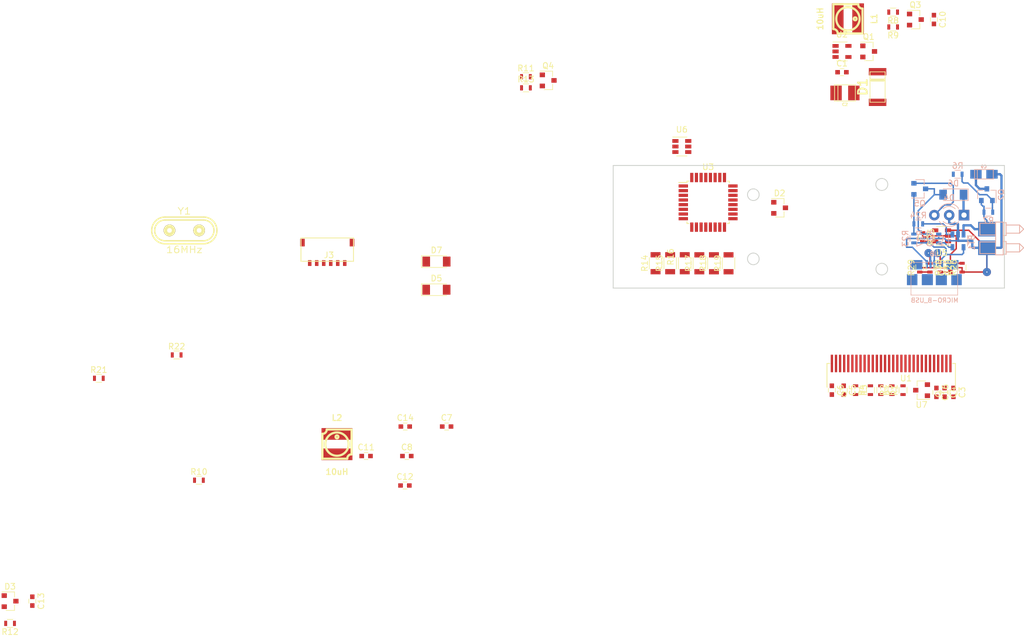
<source format=kicad_pcb>
(kicad_pcb (version 20170123) (host pcbnew no-vcs-found-ac9a64a~58~ubuntu17.04.1)

  (general
    (links 160)
    (no_connects 138)
    (area 95.729524 31.2775 273.575001 140.9725)
    (thickness 1.6)
    (drawings 8)
    (tracks 117)
    (zones 0)
    (modules 71)
    (nets 68)
  )

  (page A4)
  (layers
    (0 F.Cu signal)
    (31 B.Cu signal)
    (32 B.Adhes user)
    (33 F.Adhes user)
    (34 B.Paste user)
    (35 F.Paste user)
    (36 B.SilkS user)
    (37 F.SilkS user)
    (38 B.Mask user)
    (39 F.Mask user)
    (40 Dwgs.User user)
    (41 Cmts.User user)
    (42 Eco1.User user)
    (43 Eco2.User user)
    (44 Edge.Cuts user)
    (45 Margin user)
    (46 B.CrtYd user)
    (47 F.CrtYd user)
    (48 B.Fab user hide)
    (49 F.Fab user hide)
  )

  (setup
    (last_trace_width 0.25)
    (user_trace_width 0.4)
    (user_trace_width 0.5)
    (trace_clearance 0.2)
    (zone_clearance 0.508)
    (zone_45_only no)
    (trace_min 0.2)
    (segment_width 0.2)
    (edge_width 0.15)
    (via_size 0.8)
    (via_drill 0.4)
    (via_min_size 0.4)
    (via_min_drill 0.2)
    (user_via 0.9 0.2)
    (user_via 1 0.2)
    (user_via 1.2 0.2)
    (user_via 1.3 0.2)
    (user_via 1.4 0.2)
    (uvia_size 0.2)
    (uvia_drill 0.1)
    (uvias_allowed no)
    (uvia_min_size 0.2)
    (uvia_min_drill 0.1)
    (pcb_text_width 0.3)
    (pcb_text_size 1.5 1.5)
    (mod_edge_width 0.15)
    (mod_text_size 1 1)
    (mod_text_width 0.15)
    (pad_size 1.524 1.524)
    (pad_drill 0.762)
    (pad_to_mask_clearance 0.2)
    (aux_axis_origin 0 0)
    (visible_elements 7FFFFFFF)
    (pcbplotparams
      (layerselection 0x00030_ffffffff)
      (usegerberextensions false)
      (excludeedgelayer true)
      (linewidth 0.100000)
      (plotframeref false)
      (viasonmask false)
      (mode 1)
      (useauxorigin false)
      (hpglpennumber 1)
      (hpglpenspeed 20)
      (hpglpendiameter 15)
      (psnegative false)
      (psa4output false)
      (plotreference true)
      (plotvalue true)
      (plotinvisibletext false)
      (padsonsilk false)
      (subtractmaskfromsilk false)
      (outputformat 1)
      (mirror false)
      (drillshape 1)
      (scaleselection 1)
      (outputdirectory ""))
  )

  (net 0 "")
  (net 1 VCC)
  (net 2 "Net-(D1-Pad2)")
  (net 3 GND)
  (net 4 "Net-(Q1-Pad1)")
  (net 5 "Net-(U2-Pad3)")
  (net 6 /BATT_TEST)
  (net 7 "Net-(Q2-Pad1)")
  (net 8 "Net-(C12-Pad2)")
  (net 9 /SCK)
  (net 10 "Net-(R16-Pad2)")
  (net 11 /MISO)
  (net 12 /MOSI)
  (net 13 /RES)
  (net 14 "Net-(R4-Pad2)")
  (net 15 /D1)
  (net 16 /D0)
  (net 17 "Net-(R3-Pad2)")
  (net 18 "Net-(R2-Pad2)")
  (net 19 /D/C)
  (net 20 /RS)
  (net 21 "Net-(R1-Pad2)")
  (net 22 "Net-(R5-Pad2)")
  (net 23 "Net-(U3-Pad2)")
  (net 24 "Net-(C11-Pad2)")
  (net 25 "Net-(U3-Pad9)")
  (net 26 "Net-(C8-Pad2)")
  (net 27 "Net-(U3-Pad22)")
  (net 28 "Net-(U3-Pad26)")
  (net 29 "Net-(R24-Pad1)")
  (net 30 "Net-(C14-Pad1)")
  (net 31 "Net-(R20-Pad2)")
  (net 32 "Net-(C15-Pad2)")
  (net 33 "Net-(C13-Pad2)")
  (net 34 "Net-(D6-Pad2)")
  (net 35 "Net-(D4-Pad1)")
  (net 36 "Net-(Q5-Pad1)")
  (net 37 "Net-(Q4-Pad1)")
  (net 38 "Net-(Q4-Pad3)")
  (net 39 "Net-(D2-Pad1)")
  (net 40 "Net-(C10-Pad1)")
  (net 41 "Net-(J1-Pad1)")
  (net 42 "Net-(R15-Pad2)")
  (net 43 "Net-(R21-Pad2)")
  (net 44 "Net-(J1-Pad2)")
  (net 45 /HV)
  (net 46 "Net-(C15-Pad1)")
  (net 47 "Net-(J1-Pad3)")
  (net 48 "Net-(C7-Pad1)")
  (net 49 "Net-(R8-Pad2)")
  (net 50 "Net-(D2-Pad2)")
  (net 51 "Net-(R14-Pad2)")
  (net 52 "Net-(U8-Pad2)")
  (net 53 "Net-(R28-Pad1)")
  (net 54 "Net-(R30-Pad1)")
  (net 55 "Net-(C16-Pad1)")
  (net 56 "Net-(U6-Pad3)")
  (net 57 "Net-(C3-Pad2)")
  (net 58 "Net-(C3-Pad1)")
  (net 59 "Net-(C4-Pad1)")
  (net 60 "Net-(C4-Pad2)")
  (net 61 "Net-(D4-Pad3)")
  (net 62 "Net-(U1-Pad1)")
  (net 63 "Net-(U1-Pad7)")
  (net 64 "Net-(U1-Pad20)")
  (net 65 "Net-(C5-Pad1)")
  (net 66 "Net-(C6-Pad1)")
  (net 67 /+BATT)

  (net_class Default "This is the default net class."
    (clearance 0.2)
    (trace_width 0.25)
    (via_dia 0.8)
    (via_drill 0.4)
    (uvia_dia 0.2)
    (uvia_drill 0.1)
    (add_net /+BATT)
    (add_net /BATT_TEST)
    (add_net /D/C)
    (add_net /D0)
    (add_net /D1)
    (add_net /HV)
    (add_net /MISO)
    (add_net /MOSI)
    (add_net /RES)
    (add_net /RS)
    (add_net /SCK)
    (add_net GND)
    (add_net "Net-(C10-Pad1)")
    (add_net "Net-(C11-Pad2)")
    (add_net "Net-(C12-Pad2)")
    (add_net "Net-(C13-Pad2)")
    (add_net "Net-(C14-Pad1)")
    (add_net "Net-(C15-Pad1)")
    (add_net "Net-(C15-Pad2)")
    (add_net "Net-(C16-Pad1)")
    (add_net "Net-(C3-Pad1)")
    (add_net "Net-(C3-Pad2)")
    (add_net "Net-(C4-Pad1)")
    (add_net "Net-(C4-Pad2)")
    (add_net "Net-(C5-Pad1)")
    (add_net "Net-(C6-Pad1)")
    (add_net "Net-(C7-Pad1)")
    (add_net "Net-(C8-Pad2)")
    (add_net "Net-(D1-Pad2)")
    (add_net "Net-(D2-Pad1)")
    (add_net "Net-(D2-Pad2)")
    (add_net "Net-(D4-Pad1)")
    (add_net "Net-(D4-Pad3)")
    (add_net "Net-(D6-Pad2)")
    (add_net "Net-(J1-Pad1)")
    (add_net "Net-(J1-Pad2)")
    (add_net "Net-(J1-Pad3)")
    (add_net "Net-(Q1-Pad1)")
    (add_net "Net-(Q2-Pad1)")
    (add_net "Net-(Q4-Pad1)")
    (add_net "Net-(Q4-Pad3)")
    (add_net "Net-(Q5-Pad1)")
    (add_net "Net-(R1-Pad2)")
    (add_net "Net-(R14-Pad2)")
    (add_net "Net-(R15-Pad2)")
    (add_net "Net-(R16-Pad2)")
    (add_net "Net-(R2-Pad2)")
    (add_net "Net-(R20-Pad2)")
    (add_net "Net-(R21-Pad2)")
    (add_net "Net-(R24-Pad1)")
    (add_net "Net-(R28-Pad1)")
    (add_net "Net-(R3-Pad2)")
    (add_net "Net-(R30-Pad1)")
    (add_net "Net-(R4-Pad2)")
    (add_net "Net-(R5-Pad2)")
    (add_net "Net-(R8-Pad2)")
    (add_net "Net-(U1-Pad1)")
    (add_net "Net-(U1-Pad20)")
    (add_net "Net-(U1-Pad7)")
    (add_net "Net-(U2-Pad3)")
    (add_net "Net-(U3-Pad2)")
    (add_net "Net-(U3-Pad22)")
    (add_net "Net-(U3-Pad26)")
    (add_net "Net-(U3-Pad9)")
    (add_net "Net-(U6-Pad3)")
    (add_net "Net-(U8-Pad2)")
    (add_net VCC)
  )

  (module TO_SOT_Packages_SMD:SOT-23 (layer B.Cu) (tedit 5883B105) (tstamp 58F95AD5)
    (at 267 65 90)
    (descr "SOT-23, Standard")
    (tags SOT-23)
    (path /58E6972E)
    (attr smd)
    (fp_text reference Q2 (at 0 2.5 90) (layer B.SilkS)
      (effects (font (size 1 1) (thickness 0.15)) (justify mirror))
    )
    (fp_text value IRLML6402 (at 0 -2.5 90) (layer B.Fab)
      (effects (font (size 1 1) (thickness 0.15)) (justify mirror))
    )
    (fp_line (start 0.76 -1.58) (end -0.7 -1.58) (layer B.SilkS) (width 0.12))
    (fp_line (start 0.76 1.58) (end -1.4 1.58) (layer B.SilkS) (width 0.12))
    (fp_line (start -1.7 -1.75) (end -1.7 1.75) (layer B.CrtYd) (width 0.05))
    (fp_line (start 1.7 -1.75) (end -1.7 -1.75) (layer B.CrtYd) (width 0.05))
    (fp_line (start 1.7 1.75) (end 1.7 -1.75) (layer B.CrtYd) (width 0.05))
    (fp_line (start -1.7 1.75) (end 1.7 1.75) (layer B.CrtYd) (width 0.05))
    (fp_line (start 0.76 1.58) (end 0.76 0.65) (layer B.SilkS) (width 0.12))
    (fp_line (start 0.76 -1.58) (end 0.76 -0.65) (layer B.SilkS) (width 0.12))
    (fp_line (start -0.7 -1.52) (end 0.7 -1.52) (layer B.Fab) (width 0.1))
    (fp_line (start 0.7 1.52) (end 0.7 -1.52) (layer B.Fab) (width 0.1))
    (fp_line (start -0.7 0.95) (end -0.15 1.52) (layer B.Fab) (width 0.1))
    (fp_line (start -0.15 1.52) (end 0.7 1.52) (layer B.Fab) (width 0.1))
    (fp_line (start -0.7 0.95) (end -0.7 -1.5) (layer B.Fab) (width 0.1))
    (pad 3 smd rect (at 1 0 90) (size 0.9 0.8) (layers B.Cu B.Paste B.Mask)
      (net 6 /BATT_TEST))
    (pad 2 smd rect (at -1 -0.95 90) (size 0.9 0.8) (layers B.Cu B.Paste B.Mask)
      (net 67 /+BATT))
    (pad 1 smd rect (at -1 0.95 90) (size 0.9 0.8) (layers B.Cu B.Paste B.Mask)
      (net 7 "Net-(Q2-Pad1)"))
    (model TO_SOT_Packages_SMD.3dshapes/SOT-23.wrl
      (at (xyz 0 0 0))
      (scale (xyz 1 1 1))
      (rotate (xyz 0 0 0))
    )
  )

  (module LEDs:LED_D3.0mm-3 (layer B.Cu) (tedit 587A3A7B) (tstamp 5952FACF)
    (at 263.08 68.5 180)
    (descr "LED, diameter 3.0mm, 2 pins, diameter 3.0mm, 3 pins, http://www.kingbright.com/attachments/file/psearch/000/00/00/L-3VSURKCGKC(Ver.8A).pdf")
    (tags "LED diameter 3.0mm 2 pins diameter 3.0mm 3 pins")
    (path /58EA8262)
    (fp_text reference D4 (at 2.54 2.96 180) (layer B.SilkS)
      (effects (font (size 1 1) (thickness 0.15)) (justify mirror))
    )
    (fp_text value LED_Dual_ACAC (at 2.54 -2.96 180) (layer B.Fab)
      (effects (font (size 1 1) (thickness 0.15)) (justify mirror))
    )
    (fp_arc (start 2.54 0) (end 1.04 1.16619) (angle -284.3) (layer B.Fab) (width 0.1))
    (fp_arc (start 2.54 0) (end 0.98 1.235516) (angle -108.8) (layer B.SilkS) (width 0.12))
    (fp_arc (start 2.54 0) (end 0.98 -1.235516) (angle 108.8) (layer B.SilkS) (width 0.12))
    (fp_arc (start 2.54 0) (end 1.499039 1.08) (angle -87.9) (layer B.SilkS) (width 0.12))
    (fp_arc (start 2.54 0) (end 1.499039 -1.08) (angle 87.9) (layer B.SilkS) (width 0.12))
    (fp_circle (center 2.54 0) (end 4.04 0) (layer B.Fab) (width 0.1))
    (fp_line (start 1.04 1.16619) (end 1.04 -1.16619) (layer B.Fab) (width 0.1))
    (fp_line (start 0.98 1.236) (end 0.98 1.08) (layer B.SilkS) (width 0.12))
    (fp_line (start 0.98 -1.08) (end 0.98 -1.236) (layer B.SilkS) (width 0.12))
    (fp_line (start -1.15 2.25) (end -1.15 -2.25) (layer B.CrtYd) (width 0.05))
    (fp_line (start -1.15 -2.25) (end 6.25 -2.25) (layer B.CrtYd) (width 0.05))
    (fp_line (start 6.25 -2.25) (end 6.25 2.25) (layer B.CrtYd) (width 0.05))
    (fp_line (start 6.25 2.25) (end -1.15 2.25) (layer B.CrtYd) (width 0.05))
    (pad 1 thru_hole rect (at 0 0 180) (size 1.8 1.8) (drill 0.9) (layers *.Cu *.Mask)
      (net 35 "Net-(D4-Pad1)"))
    (pad 2 thru_hole circle (at 2.54 0 180) (size 1.8 1.8) (drill 0.9) (layers *.Cu *.Mask)
      (net 3 GND))
    (pad 3 thru_hole circle (at 5.08 0 180) (size 1.8 1.8) (drill 0.9) (layers *.Cu *.Mask)
      (net 61 "Net-(D4-Pad3)"))
    (model LEDs.3dshapes/LED_D3.0mm-3.wrl
      (at (xyz 0 0 0))
      (scale (xyz 0.393701 0.393701 0.393701))
      (rotate (xyz 0 0 0))
    )
  )

  (module tester:batt locked (layer B.Cu) (tedit 593599D4) (tstamp 59496AE7)
    (at 267 72.5 270)
    (tags batt)
    (path /58E71A72)
    (fp_text reference BT1 (at 0.7 2.6 270) (layer B.SilkS)
      (effects (font (size 1 1) (thickness 0.15)) (justify mirror))
    )
    (fp_text value Battery_Cell (at 0.5 4.3 270) (layer B.Fab)
      (effects (font (size 1 1) (thickness 0.15)) (justify mirror))
    )
    (fp_line (start 0 -1.5) (end -2.8 -1.5) (layer B.SilkS) (width 0.15))
    (fp_line (start -2.8 -1.5) (end -2.8 -2.8) (layer B.SilkS) (width 0.15))
    (fp_line (start -2.8 -2.8) (end 2.8 -2.8) (layer B.SilkS) (width 0.15))
    (fp_line (start 2.8 -2.8) (end 2.8 -1.5) (layer B.SilkS) (width 0.15))
    (fp_line (start 2.8 -1.5) (end 0 -1.5) (layer B.SilkS) (width 0.15))
    (fp_line (start -2.7 -2.8) (end -2.7 -3.3) (layer B.SilkS) (width 0.15))
    (fp_line (start -2.7 -3.3) (end -0.5 -3.3) (layer B.SilkS) (width 0.15))
    (fp_line (start -0.5 -3.3) (end -0.5 -2.8) (layer B.SilkS) (width 0.15))
    (fp_line (start 2.7 -2.8) (end 2.7 -3.3) (layer B.SilkS) (width 0.15))
    (fp_line (start 2.7 -3.3) (end 0.5 -3.3) (layer B.SilkS) (width 0.15))
    (fp_line (start 0.5 -3.3) (end 0.5 -2.8) (layer B.SilkS) (width 0.15))
    (fp_line (start -2.3 -3.3) (end -2.3 -5.6) (layer B.SilkS) (width 0.15))
    (fp_line (start -2.3 -5.6) (end -1.6 -6.3) (layer B.SilkS) (width 0.15))
    (fp_line (start -1.6 -6.3) (end -0.9 -5.6) (layer B.SilkS) (width 0.15))
    (fp_line (start -0.9 -5.6) (end -0.9 -3.3) (layer B.SilkS) (width 0.15))
    (fp_line (start 2.3 -3.3) (end 2.3 -5.6) (layer B.SilkS) (width 0.15))
    (fp_line (start 2.3 -5.6) (end 1.6 -6.3) (layer B.SilkS) (width 0.15))
    (fp_line (start 1.6 -6.3) (end 0.9 -5.6) (layer B.SilkS) (width 0.15))
    (fp_line (start 0.9 -5.6) (end 0.9 -3.3) (layer B.SilkS) (width 0.15))
    (fp_line (start -2.3 -5.6) (end -0.9 -5.6) (layer B.SilkS) (width 0.15))
    (fp_line (start 0.9 -5.6) (end 2.3 -5.6) (layer B.SilkS) (width 0.15))
    (fp_line (start -1.6 1.2) (end -0.6 1.2) (layer B.SilkS) (width 0.15))
    (fp_line (start -1.6 1.2) (end -2.6 1.2) (layer B.SilkS) (width 0.15))
    (fp_line (start -2.6 1.2) (end -2.6 -1.5) (layer B.SilkS) (width 0.15))
    (fp_line (start -0.6 1.2) (end -0.6 -1.5) (layer B.SilkS) (width 0.15))
    (fp_line (start 0.6 -1.5) (end 0.6 1.2) (layer B.SilkS) (width 0.15))
    (fp_line (start 0.6 1.2) (end 2.6 1.2) (layer B.SilkS) (width 0.15))
    (fp_line (start 2.6 1.2) (end 2.6 -1.5) (layer B.SilkS) (width 0.15))
    (pad 1 smd rect (at -1.6 0 270) (size 2.5 3) (layers B.Cu B.Paste B.Mask)
      (net 67 /+BATT))
    (pad 2 smd rect (at 1.6 0 270) (size 2.5 3) (layers B.Cu B.Paste B.Mask)
      (net 3 GND))
  )

  (module Diodes_SMD:D_MiniMELF_Standard (layer F.Cu) (tedit 58645909) (tstamp 5948D3F6)
    (at 172.72 81.28)
    (descr "Diode Mini-MELF Standard")
    (tags "Diode Mini-MELF Standard")
    (path /58E77953)
    (attr smd)
    (fp_text reference D5 (at 0 -1.95) (layer F.SilkS)
      (effects (font (size 1 1) (thickness 0.15)))
    )
    (fp_text value 5V1 (at 0 3.81) (layer F.Fab)
      (effects (font (size 1 1) (thickness 0.15)))
    )
    (fp_line (start 1.75 -1) (end -2.55 -1) (layer F.SilkS) (width 0.12))
    (fp_line (start -2.55 -1) (end -2.55 1) (layer F.SilkS) (width 0.12))
    (fp_line (start -2.55 1) (end 1.75 1) (layer F.SilkS) (width 0.12))
    (fp_line (start 1.65 -0.8) (end 1.65 0.8) (layer F.Fab) (width 0.1))
    (fp_line (start 1.65 0.8) (end -1.65 0.8) (layer F.Fab) (width 0.1))
    (fp_line (start -1.65 0.8) (end -1.65 -0.8) (layer F.Fab) (width 0.1))
    (fp_line (start -1.65 -0.8) (end 1.65 -0.8) (layer F.Fab) (width 0.1))
    (fp_line (start 0.25 0) (end 0.75 0) (layer F.Fab) (width 0.1))
    (fp_line (start 0.25 0.4) (end -0.35 0) (layer F.Fab) (width 0.1))
    (fp_line (start 0.25 -0.4) (end 0.25 0.4) (layer F.Fab) (width 0.1))
    (fp_line (start -0.35 0) (end 0.25 -0.4) (layer F.Fab) (width 0.1))
    (fp_line (start -0.35 0) (end -0.35 0.55) (layer F.Fab) (width 0.1))
    (fp_line (start -0.35 0) (end -0.35 -0.55) (layer F.Fab) (width 0.1))
    (fp_line (start -0.75 0) (end -0.35 0) (layer F.Fab) (width 0.1))
    (fp_line (start -2.65 -1.1) (end 2.65 -1.1) (layer F.CrtYd) (width 0.05))
    (fp_line (start 2.65 -1.1) (end 2.65 1.1) (layer F.CrtYd) (width 0.05))
    (fp_line (start 2.65 1.1) (end -2.65 1.1) (layer F.CrtYd) (width 0.05))
    (fp_line (start -2.65 1.1) (end -2.65 -1.1) (layer F.CrtYd) (width 0.05))
    (pad 1 smd rect (at -1.75 0) (size 1.3 1.7) (layers F.Cu F.Paste F.Mask)
      (net 32 "Net-(C15-Pad2)"))
    (pad 2 smd rect (at 1.75 0) (size 1.3 1.7) (layers F.Cu F.Paste F.Mask)
      (net 3 GND))
    (model Diodes_SMD.3dshapes/D_MiniMELF_Standard.wrl
      (at (xyz 0 0 0))
      (scale (xyz 0.3937 0.3937 0.3937))
      (rotate (xyz 0 0 0))
    )
  )

  (module Diodes_SMD:D_MiniMELF_Standard (layer F.Cu) (tedit 58645909) (tstamp 5948D383)
    (at 172.7295 76.459614)
    (descr "Diode Mini-MELF Standard")
    (tags "Diode Mini-MELF Standard")
    (path /58E81595)
    (attr smd)
    (fp_text reference D7 (at 0 -1.95) (layer F.SilkS)
      (effects (font (size 1 1) (thickness 0.15)))
    )
    (fp_text value 5V1 (at 0 3.81) (layer F.Fab)
      (effects (font (size 1 1) (thickness 0.15)))
    )
    (fp_line (start 1.75 -1) (end -2.55 -1) (layer F.SilkS) (width 0.12))
    (fp_line (start -2.55 -1) (end -2.55 1) (layer F.SilkS) (width 0.12))
    (fp_line (start -2.55 1) (end 1.75 1) (layer F.SilkS) (width 0.12))
    (fp_line (start 1.65 -0.8) (end 1.65 0.8) (layer F.Fab) (width 0.1))
    (fp_line (start 1.65 0.8) (end -1.65 0.8) (layer F.Fab) (width 0.1))
    (fp_line (start -1.65 0.8) (end -1.65 -0.8) (layer F.Fab) (width 0.1))
    (fp_line (start -1.65 -0.8) (end 1.65 -0.8) (layer F.Fab) (width 0.1))
    (fp_line (start 0.25 0) (end 0.75 0) (layer F.Fab) (width 0.1))
    (fp_line (start 0.25 0.4) (end -0.35 0) (layer F.Fab) (width 0.1))
    (fp_line (start 0.25 -0.4) (end 0.25 0.4) (layer F.Fab) (width 0.1))
    (fp_line (start -0.35 0) (end 0.25 -0.4) (layer F.Fab) (width 0.1))
    (fp_line (start -0.35 0) (end -0.35 0.55) (layer F.Fab) (width 0.1))
    (fp_line (start -0.35 0) (end -0.35 -0.55) (layer F.Fab) (width 0.1))
    (fp_line (start -0.75 0) (end -0.35 0) (layer F.Fab) (width 0.1))
    (fp_line (start -2.65 -1.1) (end 2.65 -1.1) (layer F.CrtYd) (width 0.05))
    (fp_line (start 2.65 -1.1) (end 2.65 1.1) (layer F.CrtYd) (width 0.05))
    (fp_line (start 2.65 1.1) (end -2.65 1.1) (layer F.CrtYd) (width 0.05))
    (fp_line (start -2.65 1.1) (end -2.65 -1.1) (layer F.CrtYd) (width 0.05))
    (pad 1 smd rect (at -1.75 0) (size 1.3 1.7) (layers F.Cu F.Paste F.Mask)
      (net 45 /HV))
    (pad 2 smd rect (at 1.75 0) (size 1.3 1.7) (layers F.Cu F.Paste F.Mask)
      (net 3 GND))
    (model Diodes_SMD.3dshapes/D_MiniMELF_Standard.wrl
      (at (xyz 0 0 0))
      (scale (xyz 0.3937 0.3937 0.3937))
      (rotate (xyz 0 0 0))
    )
  )

  (module Capacitors_SMD:C_0603 (layer F.Cu) (tedit 58AA844E) (tstamp 59160A6A)
    (at 240.448 98.484 270)
    (descr "Capacitor SMD 0603, reflow soldering, AVX (see smccp.pdf)")
    (tags "capacitor 0603")
    (path /58E68983)
    (attr smd)
    (fp_text reference C6 (at 0 -1.5 270) (layer F.SilkS)
      (effects (font (size 1 1) (thickness 0.15)))
    )
    (fp_text value 2u2 (at 0 1.5 270) (layer F.Fab)
      (effects (font (size 1 1) (thickness 0.15)))
    )
    (fp_line (start 1.4 0.65) (end -1.4 0.65) (layer F.CrtYd) (width 0.05))
    (fp_line (start 1.4 0.65) (end 1.4 -0.65) (layer F.CrtYd) (width 0.05))
    (fp_line (start -1.4 -0.65) (end -1.4 0.65) (layer F.CrtYd) (width 0.05))
    (fp_line (start -1.4 -0.65) (end 1.4 -0.65) (layer F.CrtYd) (width 0.05))
    (fp_line (start 0.35 0.6) (end -0.35 0.6) (layer F.SilkS) (width 0.12))
    (fp_line (start -0.35 -0.6) (end 0.35 -0.6) (layer F.SilkS) (width 0.12))
    (fp_line (start -0.8 -0.4) (end 0.8 -0.4) (layer F.Fab) (width 0.1))
    (fp_line (start 0.8 -0.4) (end 0.8 0.4) (layer F.Fab) (width 0.1))
    (fp_line (start 0.8 0.4) (end -0.8 0.4) (layer F.Fab) (width 0.1))
    (fp_line (start -0.8 0.4) (end -0.8 -0.4) (layer F.Fab) (width 0.1))
    (fp_text user %R (at 0 -1.5 270) (layer F.Fab)
      (effects (font (size 1 1) (thickness 0.15)))
    )
    (pad 2 smd rect (at 0.75 0 270) (size 0.8 0.75) (layers F.Cu F.Paste F.Mask)
      (net 3 GND))
    (pad 1 smd rect (at -0.75 0 270) (size 0.8 0.75) (layers F.Cu F.Paste F.Mask)
      (net 66 "Net-(C6-Pad1)"))
    (model Capacitors_SMD.3dshapes/C_0603.wrl
      (at (xyz 0 0 0))
      (scale (xyz 1 1 1))
      (rotate (xyz 0 0 0))
    )
  )

  (module Capacitors_SMD:C_0603 (layer F.Cu) (tedit 58AA844E) (tstamp 59160A39)
    (at 242.48 98.484 270)
    (descr "Capacitor SMD 0603, reflow soldering, AVX (see smccp.pdf)")
    (tags "capacitor 0603")
    (path /58E6869C)
    (attr smd)
    (fp_text reference C5 (at 0 -1.5 270) (layer F.SilkS)
      (effects (font (size 1 1) (thickness 0.15)))
    )
    (fp_text value 2u2 (at 0 1.5 270) (layer F.Fab)
      (effects (font (size 1 1) (thickness 0.15)))
    )
    (fp_text user %R (at 0 -1.5 270) (layer F.Fab)
      (effects (font (size 1 1) (thickness 0.15)))
    )
    (fp_line (start -0.8 0.4) (end -0.8 -0.4) (layer F.Fab) (width 0.1))
    (fp_line (start 0.8 0.4) (end -0.8 0.4) (layer F.Fab) (width 0.1))
    (fp_line (start 0.8 -0.4) (end 0.8 0.4) (layer F.Fab) (width 0.1))
    (fp_line (start -0.8 -0.4) (end 0.8 -0.4) (layer F.Fab) (width 0.1))
    (fp_line (start -0.35 -0.6) (end 0.35 -0.6) (layer F.SilkS) (width 0.12))
    (fp_line (start 0.35 0.6) (end -0.35 0.6) (layer F.SilkS) (width 0.12))
    (fp_line (start -1.4 -0.65) (end 1.4 -0.65) (layer F.CrtYd) (width 0.05))
    (fp_line (start -1.4 -0.65) (end -1.4 0.65) (layer F.CrtYd) (width 0.05))
    (fp_line (start 1.4 0.65) (end 1.4 -0.65) (layer F.CrtYd) (width 0.05))
    (fp_line (start 1.4 0.65) (end -1.4 0.65) (layer F.CrtYd) (width 0.05))
    (pad 1 smd rect (at -0.75 0 270) (size 0.8 0.75) (layers F.Cu F.Paste F.Mask)
      (net 65 "Net-(C5-Pad1)"))
    (pad 2 smd rect (at 0.75 0 270) (size 0.8 0.75) (layers F.Cu F.Paste F.Mask)
      (net 3 GND))
    (model Capacitors_SMD.3dshapes/C_0603.wrl
      (at (xyz 0 0 0))
      (scale (xyz 1 1 1))
      (rotate (xyz 0 0 0))
    )
  )

  (module tester:avr_spi (layer F.Cu) (tedit 590380E8) (tstamp 590CEB76)
    (at 154.016 76.708)
    (path /58EA652D)
    (fp_text reference J3 (at 0.3 -1.35) (layer F.SilkS)
      (effects (font (size 1 1) (thickness 0.15)))
    )
    (fp_text value CONN_01X06 (at 0.05 -2.95) (layer F.Fab)
      (effects (font (size 1 1) (thickness 0.15)))
    )
    (fp_line (start 4.5 -4.3) (end -4.5 -4.3) (layer F.SilkS) (width 0.15))
    (fp_line (start -4.5 -4.3) (end -4.5 -0.3) (layer F.SilkS) (width 0.15))
    (fp_line (start -4.5 -0.3) (end 4.5 -0.3) (layer F.SilkS) (width 0.15))
    (fp_line (start 4.5 -0.3) (end 4.5 -4.3) (layer F.SilkS) (width 0.15))
    (pad 1 smd rect (at -3 0) (size 0.6 1) (layers F.Cu F.Paste F.Mask)
      (net 11 /MISO))
    (pad 2 smd rect (at -1.8 0) (size 0.6 1) (layers F.Cu F.Paste F.Mask)
      (net 1 VCC))
    (pad 3 smd rect (at -0.6 0) (size 0.6 1) (layers F.Cu F.Paste F.Mask)
      (net 9 /SCK))
    (pad 4 smd rect (at 0.6 0) (size 0.6 1) (layers F.Cu F.Paste F.Mask)
      (net 12 /MOSI))
    (pad 5 smd rect (at 1.8 0) (size 0.6 1) (layers F.Cu F.Paste F.Mask)
      (net 13 /RES))
    (pad 6 smd rect (at 3 0) (size 0.6 1) (layers F.Cu F.Paste F.Mask)
      (net 3 GND))
    (pad 7 smd rect (at -4.25 -3.5) (size 0.8 1.3) (layers F.Cu F.Paste F.Mask))
    (pad 8 smd rect (at 4.25 -3.5) (size 0.8 1.3) (layers F.Cu F.Paste F.Mask))
  )

  (module tester:oled (layer F.Cu) (tedit 590377B6) (tstamp 58F6CAB6)
    (at 250.608 93.912 180)
    (path /58E672E8)
    (fp_text reference U1 (at -2.54 -2.54 180) (layer F.SilkS)
      (effects (font (size 1 1) (thickness 0.15)))
    )
    (fp_text value OLED_128x64 (at 4.166 -2.54 180) (layer F.Fab)
      (effects (font (size 1 1) (thickness 0.15)))
    )
    (fp_circle (center -8 -5.25) (end -8.4 -5.2) (layer F.SilkS) (width 0.15))
    (fp_circle (center 8.05 -5.25) (end 8.45 -5.25) (layer F.SilkS) (width 0.15))
    (fp_line (start -11 0) (end -10.5 0) (layer F.SilkS) (width 0.15))
    (fp_line (start -11 0) (end -11 -4.05) (layer F.SilkS) (width 0.15))
    (fp_line (start -11 -4.05) (end -11 -4.05) (layer F.SilkS) (width 0.15))
    (fp_line (start 11 0) (end 10.5 0) (layer F.SilkS) (width 0.15))
    (fp_line (start 11 0) (end 11 -4.05) (layer F.SilkS) (width 0.15))
    (fp_line (start 11 -4.05) (end 11 -4.05) (layer F.SilkS) (width 0.15))
    (pad 1 smd rect (at -10.15 0 180) (size 0.4 3) (layers F.Cu F.Paste F.Mask)
      (net 62 "Net-(U1-Pad1)"))
    (pad 2 smd rect (at -9.45 0 180) (size 0.4 3) (layers F.Cu F.Paste F.Mask)
      (net 58 "Net-(C3-Pad1)"))
    (pad 3 smd rect (at -8.75 0 180) (size 0.4 3) (layers F.Cu F.Paste F.Mask)
      (net 57 "Net-(C3-Pad2)"))
    (pad 4 smd rect (at -8.05 0 180) (size 0.4 3) (layers F.Cu F.Paste F.Mask)
      (net 59 "Net-(C4-Pad1)"))
    (pad 5 smd rect (at -7.35 0 180) (size 0.4 3) (layers F.Cu F.Paste F.Mask)
      (net 60 "Net-(C4-Pad2)"))
    (pad 6 smd rect (at -6.65 0 180) (size 0.4 3) (layers F.Cu F.Paste F.Mask)
      (net 55 "Net-(C16-Pad1)"))
    (pad 7 smd rect (at -5.95 0 180) (size 0.4 3) (layers F.Cu F.Paste F.Mask)
      (net 63 "Net-(U1-Pad7)"))
    (pad 8 smd rect (at -5.25 0 180) (size 0.4 3) (layers F.Cu F.Paste F.Mask)
      (net 3 GND))
    (pad 9 smd rect (at -4.55 0 180) (size 0.4 3) (layers F.Cu F.Paste F.Mask)
      (net 55 "Net-(C16-Pad1)"))
    (pad 10 smd rect (at -3.85 0 180) (size 0.4 3) (layers F.Cu F.Paste F.Mask)
      (net 3 GND))
    (pad 11 smd rect (at -3.15 0 180) (size 0.4 3) (layers F.Cu F.Paste F.Mask)
      (net 3 GND))
    (pad 12 smd rect (at -2.45 0 180) (size 0.4 3) (layers F.Cu F.Paste F.Mask)
      (net 3 GND))
    (pad 13 smd rect (at -1.75 0 180) (size 0.4 3) (layers F.Cu F.Paste F.Mask)
      (net 3 GND))
    (pad 14 smd rect (at -1.05 0 180) (size 0.4 3) (layers F.Cu F.Paste F.Mask)
      (net 21 "Net-(R1-Pad2)"))
    (pad 15 smd rect (at -0.35 0 180) (size 0.4 3) (layers F.Cu F.Paste F.Mask)
      (net 18 "Net-(R2-Pad2)"))
    (pad 16 smd rect (at 0.35 0 180) (size 0.4 3) (layers F.Cu F.Paste F.Mask)
      (net 3 GND))
    (pad 17 smd rect (at 1.05 0 180) (size 0.4 3) (layers F.Cu F.Paste F.Mask)
      (net 3 GND))
    (pad 18 smd rect (at 1.75 0 180) (size 0.4 3) (layers F.Cu F.Paste F.Mask)
      (net 17 "Net-(R3-Pad2)"))
    (pad 19 smd rect (at 2.45 0 180) (size 0.4 3) (layers F.Cu F.Paste F.Mask)
      (net 14 "Net-(R4-Pad2)"))
    (pad 20 smd rect (at 3.15 0 180) (size 0.4 3) (layers F.Cu F.Paste F.Mask)
      (net 64 "Net-(U1-Pad20)"))
    (pad 21 smd rect (at 3.85 0 180) (size 0.4 3) (layers F.Cu F.Paste F.Mask)
      (net 3 GND))
    (pad 22 smd rect (at 4.55 0 180) (size 0.4 3) (layers F.Cu F.Paste F.Mask)
      (net 3 GND))
    (pad 23 smd rect (at 5.25 0 180) (size 0.4 3) (layers F.Cu F.Paste F.Mask)
      (net 3 GND))
    (pad 24 smd rect (at 5.95 0 180) (size 0.4 3) (layers F.Cu F.Paste F.Mask)
      (net 3 GND))
    (pad 25 smd rect (at 6.65 0 180) (size 0.4 3) (layers F.Cu F.Paste F.Mask)
      (net 3 GND))
    (pad 26 smd rect (at 7.35 0 180) (size 0.4 3) (layers F.Cu F.Paste F.Mask)
      (net 22 "Net-(R5-Pad2)"))
    (pad 27 smd rect (at 8.05 0 180) (size 0.4 3) (layers F.Cu F.Paste F.Mask)
      (net 65 "Net-(C5-Pad1)"))
    (pad 28 smd rect (at 8.75 0 180) (size 0.4 3) (layers F.Cu F.Paste F.Mask)
      (net 66 "Net-(C6-Pad1)"))
    (pad 29 smd rect (at 9.45 0 180) (size 0.4 3) (layers F.Cu F.Paste F.Mask)
      (net 3 GND))
    (pad 30 smd rect (at 10.15 0 180) (size 0.4 3) (layers F.Cu F.Paste F.Mask)
      (net 3 GND))
  )

  (module Resistors_SMD:R_1206 (layer F.Cu) (tedit 58E0A804) (tstamp 58EB8B00)
    (at 222.75 76.75 90)
    (descr "Resistor SMD 1206, reflow soldering, Vishay (see dcrcw.pdf)")
    (tags "resistor 1206")
    (path /58E5515D)
    (attr smd)
    (fp_text reference R19 (at 0 -1.85 90) (layer F.SilkS)
      (effects (font (size 1 1) (thickness 0.15)))
    )
    (fp_text value 470k (at 0 1.95 90) (layer F.Fab)
      (effects (font (size 1 1) (thickness 0.15)))
    )
    (fp_text user %R (at 0 0 90) (layer F.Fab)
      (effects (font (size 0.7 0.7) (thickness 0.105)))
    )
    (fp_line (start -1.6 0.8) (end -1.6 -0.8) (layer F.Fab) (width 0.1))
    (fp_line (start 1.6 0.8) (end -1.6 0.8) (layer F.Fab) (width 0.1))
    (fp_line (start 1.6 -0.8) (end 1.6 0.8) (layer F.Fab) (width 0.1))
    (fp_line (start -1.6 -0.8) (end 1.6 -0.8) (layer F.Fab) (width 0.1))
    (fp_line (start 1 1.07) (end -1 1.07) (layer F.SilkS) (width 0.12))
    (fp_line (start -1 -1.07) (end 1 -1.07) (layer F.SilkS) (width 0.12))
    (fp_line (start -2.15 -1.11) (end 2.15 -1.11) (layer F.CrtYd) (width 0.05))
    (fp_line (start -2.15 -1.11) (end -2.15 1.1) (layer F.CrtYd) (width 0.05))
    (fp_line (start 2.15 1.1) (end 2.15 -1.11) (layer F.CrtYd) (width 0.05))
    (fp_line (start 2.15 1.1) (end -2.15 1.1) (layer F.CrtYd) (width 0.05))
    (pad 1 smd rect (at -1.45 0 90) (size 0.9 1.7) (layers F.Cu F.Paste F.Mask)
      (net 47 "Net-(J1-Pad3)"))
    (pad 2 smd rect (at 1.45 0 90) (size 0.9 1.7) (layers F.Cu F.Paste F.Mask)
      (net 9 /SCK))
    (model ${KISYS3DMOD}/Resistors_SMD.3dshapes/R_1206.wrl
      (at (xyz 0 0 0))
      (scale (xyz 1 1 1))
      (rotate (xyz 0 0 0))
    )
  )

  (module Resistors_SMD:R_1206 (layer F.Cu) (tedit 58E0A804) (tstamp 58EB8AD0)
    (at 210.25 76.740978 90)
    (descr "Resistor SMD 1206, reflow soldering, Vishay (see dcrcw.pdf)")
    (tags "resistor 1206")
    (path /58E554EA)
    (attr smd)
    (fp_text reference R14 (at 0 -1.85 90) (layer F.SilkS)
      (effects (font (size 1 1) (thickness 0.15)))
    )
    (fp_text value 680 (at 0 1.95 90) (layer F.Fab)
      (effects (font (size 1 1) (thickness 0.15)))
    )
    (fp_line (start 2.15 1.1) (end -2.15 1.1) (layer F.CrtYd) (width 0.05))
    (fp_line (start 2.15 1.1) (end 2.15 -1.11) (layer F.CrtYd) (width 0.05))
    (fp_line (start -2.15 -1.11) (end -2.15 1.1) (layer F.CrtYd) (width 0.05))
    (fp_line (start -2.15 -1.11) (end 2.15 -1.11) (layer F.CrtYd) (width 0.05))
    (fp_line (start -1 -1.07) (end 1 -1.07) (layer F.SilkS) (width 0.12))
    (fp_line (start 1 1.07) (end -1 1.07) (layer F.SilkS) (width 0.12))
    (fp_line (start -1.6 -0.8) (end 1.6 -0.8) (layer F.Fab) (width 0.1))
    (fp_line (start 1.6 -0.8) (end 1.6 0.8) (layer F.Fab) (width 0.1))
    (fp_line (start 1.6 0.8) (end -1.6 0.8) (layer F.Fab) (width 0.1))
    (fp_line (start -1.6 0.8) (end -1.6 -0.8) (layer F.Fab) (width 0.1))
    (fp_text user %R (at 0.076608 0 90) (layer F.Fab)
      (effects (font (size 0.7 0.7) (thickness 0.105)))
    )
    (pad 2 smd rect (at 1.45 0 90) (size 0.9 1.7) (layers F.Cu F.Paste F.Mask)
      (net 51 "Net-(R14-Pad2)"))
    (pad 1 smd rect (at -1.45 0 90) (size 0.9 1.7) (layers F.Cu F.Paste F.Mask)
      (net 41 "Net-(J1-Pad1)"))
    (model ${KISYS3DMOD}/Resistors_SMD.3dshapes/R_1206.wrl
      (at (xyz 0 0 0))
      (scale (xyz 1 1 1))
      (rotate (xyz 0 0 0))
    )
  )

  (module Resistors_SMD:R_1206 (layer F.Cu) (tedit 58E0A804) (tstamp 58EB8AA0)
    (at 212.75 76.740978 90)
    (descr "Resistor SMD 1206, reflow soldering, Vishay (see dcrcw.pdf)")
    (tags "resistor 1206")
    (path /58E550AE)
    (attr smd)
    (fp_text reference R15 (at 0 -1.85 90) (layer F.SilkS)
      (effects (font (size 1 1) (thickness 0.15)))
    )
    (fp_text value 470k (at 0 1.95 90) (layer F.Fab)
      (effects (font (size 1 1) (thickness 0.15)))
    )
    (fp_text user %R (at 0 0 90) (layer F.Fab)
      (effects (font (size 0.7 0.7) (thickness 0.105)))
    )
    (fp_line (start -1.6 0.8) (end -1.6 -0.8) (layer F.Fab) (width 0.1))
    (fp_line (start 1.6 0.8) (end -1.6 0.8) (layer F.Fab) (width 0.1))
    (fp_line (start 1.6 -0.8) (end 1.6 0.8) (layer F.Fab) (width 0.1))
    (fp_line (start -1.6 -0.8) (end 1.6 -0.8) (layer F.Fab) (width 0.1))
    (fp_line (start 1 1.07) (end -1 1.07) (layer F.SilkS) (width 0.12))
    (fp_line (start -1 -1.07) (end 1 -1.07) (layer F.SilkS) (width 0.12))
    (fp_line (start -2.15 -1.11) (end 2.15 -1.11) (layer F.CrtYd) (width 0.05))
    (fp_line (start -2.15 -1.11) (end -2.15 1.1) (layer F.CrtYd) (width 0.05))
    (fp_line (start 2.15 1.1) (end 2.15 -1.11) (layer F.CrtYd) (width 0.05))
    (fp_line (start 2.15 1.1) (end -2.15 1.1) (layer F.CrtYd) (width 0.05))
    (pad 1 smd rect (at -1.45 0 90) (size 0.9 1.7) (layers F.Cu F.Paste F.Mask)
      (net 41 "Net-(J1-Pad1)"))
    (pad 2 smd rect (at 1.45 0 90) (size 0.9 1.7) (layers F.Cu F.Paste F.Mask)
      (net 42 "Net-(R15-Pad2)"))
    (model ${KISYS3DMOD}/Resistors_SMD.3dshapes/R_1206.wrl
      (at (xyz 0 0 0))
      (scale (xyz 1 1 1))
      (rotate (xyz 0 0 0))
    )
  )

  (module Resistors_SMD:R_1206 (layer F.Cu) (tedit 58E0A804) (tstamp 58EB8A70)
    (at 220.25 76.75 90)
    (descr "Resistor SMD 1206, reflow soldering, Vishay (see dcrcw.pdf)")
    (tags "resistor 1206")
    (path /58E5554F)
    (attr smd)
    (fp_text reference R18 (at 0 -1.85 90) (layer F.SilkS)
      (effects (font (size 1 1) (thickness 0.15)))
    )
    (fp_text value 680 (at 0 1.95 90) (layer F.Fab)
      (effects (font (size 1 1) (thickness 0.15)))
    )
    (fp_line (start 2.15 1.1) (end -2.15 1.1) (layer F.CrtYd) (width 0.05))
    (fp_line (start 2.15 1.1) (end 2.15 -1.11) (layer F.CrtYd) (width 0.05))
    (fp_line (start -2.15 -1.11) (end -2.15 1.1) (layer F.CrtYd) (width 0.05))
    (fp_line (start -2.15 -1.11) (end 2.15 -1.11) (layer F.CrtYd) (width 0.05))
    (fp_line (start -1 -1.07) (end 1 -1.07) (layer F.SilkS) (width 0.12))
    (fp_line (start 1 1.07) (end -1 1.07) (layer F.SilkS) (width 0.12))
    (fp_line (start -1.6 -0.8) (end 1.6 -0.8) (layer F.Fab) (width 0.1))
    (fp_line (start 1.6 -0.8) (end 1.6 0.8) (layer F.Fab) (width 0.1))
    (fp_line (start 1.6 0.8) (end -1.6 0.8) (layer F.Fab) (width 0.1))
    (fp_line (start -1.6 0.8) (end -1.6 -0.8) (layer F.Fab) (width 0.1))
    (fp_text user %R (at 0 0 90) (layer F.Fab)
      (effects (font (size 0.7 0.7) (thickness 0.105)))
    )
    (pad 2 smd rect (at 1.45 0 90) (size 0.9 1.7) (layers F.Cu F.Paste F.Mask)
      (net 11 /MISO))
    (pad 1 smd rect (at -1.45 0 90) (size 0.9 1.7) (layers F.Cu F.Paste F.Mask)
      (net 47 "Net-(J1-Pad3)"))
    (model ${KISYS3DMOD}/Resistors_SMD.3dshapes/R_1206.wrl
      (at (xyz 0 0 0))
      (scale (xyz 1 1 1))
      (rotate (xyz 0 0 0))
    )
  )

  (module Resistors_SMD:R_1206 (layer F.Cu) (tedit 58E0A804) (tstamp 58EB8A40)
    (at 215.25 76.740978 90)
    (descr "Resistor SMD 1206, reflow soldering, Vishay (see dcrcw.pdf)")
    (tags "resistor 1206")
    (path /58E55523)
    (attr smd)
    (fp_text reference R16 (at 1.09 -2.416045 90) (layer F.SilkS)
      (effects (font (size 1 1) (thickness 0.15)))
    )
    (fp_text value 680 (at 0 1.95 90) (layer F.Fab)
      (effects (font (size 1 1) (thickness 0.15)))
    )
    (fp_text user %R (at 0 0 90) (layer F.Fab)
      (effects (font (size 0.7 0.7) (thickness 0.105)))
    )
    (fp_line (start -1.6 0.8) (end -1.6 -0.8) (layer F.Fab) (width 0.1))
    (fp_line (start 1.6 0.8) (end -1.6 0.8) (layer F.Fab) (width 0.1))
    (fp_line (start 1.6 -0.8) (end 1.6 0.8) (layer F.Fab) (width 0.1))
    (fp_line (start -1.6 -0.8) (end 1.6 -0.8) (layer F.Fab) (width 0.1))
    (fp_line (start 1 1.07) (end -1 1.07) (layer F.SilkS) (width 0.12))
    (fp_line (start -1 -1.07) (end 1 -1.07) (layer F.SilkS) (width 0.12))
    (fp_line (start -2.15 -1.11) (end 2.15 -1.11) (layer F.CrtYd) (width 0.05))
    (fp_line (start -2.15 -1.11) (end -2.15 1.1) (layer F.CrtYd) (width 0.05))
    (fp_line (start 2.15 1.1) (end 2.15 -1.11) (layer F.CrtYd) (width 0.05))
    (fp_line (start 2.15 1.1) (end -2.15 1.1) (layer F.CrtYd) (width 0.05))
    (pad 1 smd rect (at -1.45 0 90) (size 0.9 1.7) (layers F.Cu F.Paste F.Mask)
      (net 44 "Net-(J1-Pad2)"))
    (pad 2 smd rect (at 1.45 0 90) (size 0.9 1.7) (layers F.Cu F.Paste F.Mask)
      (net 10 "Net-(R16-Pad2)"))
    (model ${KISYS3DMOD}/Resistors_SMD.3dshapes/R_1206.wrl
      (at (xyz 0 0 0))
      (scale (xyz 1 1 1))
      (rotate (xyz 0 0 0))
    )
  )

  (module Resistors_SMD:R_1206 (layer F.Cu) (tedit 58E0A804) (tstamp 58EB8A10)
    (at 217.75 76.75 90)
    (descr "Resistor SMD 1206, reflow soldering, Vishay (see dcrcw.pdf)")
    (tags "resistor 1206")
    (path /58E55120)
    (attr smd)
    (fp_text reference R17 (at 0 -1.85 90) (layer F.SilkS)
      (effects (font (size 1 1) (thickness 0.15)))
    )
    (fp_text value 470k (at 0 1.95 90) (layer F.Fab)
      (effects (font (size 1 1) (thickness 0.15)))
    )
    (fp_line (start 2.15 1.1) (end -2.15 1.1) (layer F.CrtYd) (width 0.05))
    (fp_line (start 2.15 1.1) (end 2.15 -1.11) (layer F.CrtYd) (width 0.05))
    (fp_line (start -2.15 -1.11) (end -2.15 1.1) (layer F.CrtYd) (width 0.05))
    (fp_line (start -2.15 -1.11) (end 2.15 -1.11) (layer F.CrtYd) (width 0.05))
    (fp_line (start -1 -1.07) (end 1 -1.07) (layer F.SilkS) (width 0.12))
    (fp_line (start 1 1.07) (end -1 1.07) (layer F.SilkS) (width 0.12))
    (fp_line (start -1.6 -0.8) (end 1.6 -0.8) (layer F.Fab) (width 0.1))
    (fp_line (start 1.6 -0.8) (end 1.6 0.8) (layer F.Fab) (width 0.1))
    (fp_line (start 1.6 0.8) (end -1.6 0.8) (layer F.Fab) (width 0.1))
    (fp_line (start -1.6 0.8) (end -1.6 -0.8) (layer F.Fab) (width 0.1))
    (fp_text user %R (at 0 0 90) (layer F.Fab)
      (effects (font (size 0.7 0.7) (thickness 0.105)))
    )
    (pad 2 smd rect (at 1.45 0 90) (size 0.9 1.7) (layers F.Cu F.Paste F.Mask)
      (net 12 /MOSI))
    (pad 1 smd rect (at -1.45 0 90) (size 0.9 1.7) (layers F.Cu F.Paste F.Mask)
      (net 44 "Net-(J1-Pad2)"))
    (model ${KISYS3DMOD}/Resistors_SMD.3dshapes/R_1206.wrl
      (at (xyz 0 0 0))
      (scale (xyz 1 1 1))
      (rotate (xyz 0 0 0))
    )
  )

  (module TO_SOT_Packages_SMD:SOT-23-5 (layer B.Cu) (tedit 58CE4E7E) (tstamp 58EB409F)
    (at 262.05 72.9 270)
    (descr "5-pin SOT23 package")
    (tags SOT-23-5)
    (path /58E78359)
    (attr smd)
    (fp_text reference U4 (at 0 2.9 270) (layer B.SilkS)
      (effects (font (size 1 1) (thickness 0.15)) (justify mirror))
    )
    (fp_text value LTC4054 (at 0 -2.9 270) (layer B.Fab)
      (effects (font (size 1 1) (thickness 0.15)) (justify mirror))
    )
    (fp_line (start 0.9 1.55) (end 0.9 -1.55) (layer B.Fab) (width 0.1))
    (fp_line (start 0.9 -1.55) (end -0.9 -1.55) (layer B.Fab) (width 0.1))
    (fp_line (start -0.9 0.9) (end -0.9 -1.55) (layer B.Fab) (width 0.1))
    (fp_line (start 0.9 1.55) (end -0.25 1.55) (layer B.Fab) (width 0.1))
    (fp_line (start -0.9 0.9) (end -0.25 1.55) (layer B.Fab) (width 0.1))
    (fp_line (start -1.9 -1.8) (end -1.9 1.8) (layer B.CrtYd) (width 0.05))
    (fp_line (start 1.9 -1.8) (end -1.9 -1.8) (layer B.CrtYd) (width 0.05))
    (fp_line (start 1.9 1.8) (end 1.9 -1.8) (layer B.CrtYd) (width 0.05))
    (fp_line (start -1.9 1.8) (end 1.9 1.8) (layer B.CrtYd) (width 0.05))
    (fp_line (start 0.9 1.61) (end -1.55 1.61) (layer B.SilkS) (width 0.12))
    (fp_line (start -0.9 -1.61) (end 0.9 -1.61) (layer B.SilkS) (width 0.12))
    (fp_text user %R (at 0 0 270) (layer B.Fab)
      (effects (font (size 0.5 0.5) (thickness 0.075)) (justify mirror))
    )
    (pad 5 smd rect (at 1.1 0.95 270) (size 1.06 0.65) (layers B.Cu B.Paste B.Mask)
      (net 31 "Net-(R20-Pad2)"))
    (pad 4 smd rect (at 1.1 -0.95 270) (size 1.06 0.65) (layers B.Cu B.Paste B.Mask)
      (net 30 "Net-(C14-Pad1)"))
    (pad 3 smd rect (at -1.1 -0.95 270) (size 1.06 0.65) (layers B.Cu B.Paste B.Mask)
      (net 67 /+BATT))
    (pad 2 smd rect (at -1.1 0 270) (size 1.06 0.65) (layers B.Cu B.Paste B.Mask)
      (net 3 GND))
    (pad 1 smd rect (at -1.1 0.95 270) (size 1.06 0.65) (layers B.Cu B.Paste B.Mask)
      (net 29 "Net-(R24-Pad1)"))
    (model ${KISYS3DMOD}/TO_SOT_Packages_SMD.3dshapes/SOT-23-5.wrl
      (at (xyz 0 0 0))
      (scale (xyz 1 1 1))
      (rotate (xyz 0 0 0))
    )
  )

  (module Diodes_SMD:D_MiniMELF_Standard (layer B.Cu) (tedit 58645909) (tstamp 58EAACA5)
    (at 261.25 65 180)
    (descr "Diode Mini-MELF Standard")
    (tags "Diode Mini-MELF Standard")
    (path /58E7A54D)
    (attr smd)
    (fp_text reference D6 (at 0 1.95 180) (layer B.SilkS)
      (effects (font (size 1 1) (thickness 0.15)) (justify mirror))
    )
    (fp_text value LL4148 (at 1.25 -4 180) (layer B.Fab)
      (effects (font (size 1 1) (thickness 0.15)) (justify mirror))
    )
    (fp_line (start 1.75 1) (end -2.55 1) (layer B.SilkS) (width 0.12))
    (fp_line (start -2.55 1) (end -2.55 -1) (layer B.SilkS) (width 0.12))
    (fp_line (start -2.55 -1) (end 1.75 -1) (layer B.SilkS) (width 0.12))
    (fp_line (start 1.65 0.8) (end 1.65 -0.8) (layer B.Fab) (width 0.1))
    (fp_line (start 1.65 -0.8) (end -1.65 -0.8) (layer B.Fab) (width 0.1))
    (fp_line (start -1.65 -0.8) (end -1.65 0.8) (layer B.Fab) (width 0.1))
    (fp_line (start -1.65 0.8) (end 1.65 0.8) (layer B.Fab) (width 0.1))
    (fp_line (start 0.25 0) (end 0.75 0) (layer B.Fab) (width 0.1))
    (fp_line (start 0.25 -0.4) (end -0.35 0) (layer B.Fab) (width 0.1))
    (fp_line (start 0.25 0.4) (end 0.25 -0.4) (layer B.Fab) (width 0.1))
    (fp_line (start -0.35 0) (end 0.25 0.4) (layer B.Fab) (width 0.1))
    (fp_line (start -0.35 0) (end -0.35 -0.55) (layer B.Fab) (width 0.1))
    (fp_line (start -0.35 0) (end -0.35 0.55) (layer B.Fab) (width 0.1))
    (fp_line (start -0.75 0) (end -0.35 0) (layer B.Fab) (width 0.1))
    (fp_line (start -2.65 1.1) (end 2.65 1.1) (layer B.CrtYd) (width 0.05))
    (fp_line (start 2.65 1.1) (end 2.65 -1.1) (layer B.CrtYd) (width 0.05))
    (fp_line (start 2.65 -1.1) (end -2.65 -1.1) (layer B.CrtYd) (width 0.05))
    (fp_line (start -2.65 -1.1) (end -2.65 1.1) (layer B.CrtYd) (width 0.05))
    (pad 1 smd rect (at -1.75 0 180) (size 1.3 1.7) (layers B.Cu B.Paste B.Mask)
      (net 35 "Net-(D4-Pad1)"))
    (pad 2 smd rect (at 1.75 0 180) (size 1.3 1.7) (layers B.Cu B.Paste B.Mask)
      (net 34 "Net-(D6-Pad2)"))
    (model Diodes_SMD.3dshapes/D_MiniMELF_Standard.wrl
      (at (xyz 0 0 0))
      (scale (xyz 0.3937 0.3937 0.3937))
      (rotate (xyz 0 0 0))
    )
  )

  (module Capacitors_SMD:C_0603 (layer F.Cu) (tedit 58AA844E) (tstamp 591912A0)
    (at 167.323544 114.812854)
    (descr "Capacitor SMD 0603, reflow soldering, AVX (see smccp.pdf)")
    (tags "capacitor 0603")
    (path /58E54C2B)
    (attr smd)
    (fp_text reference C12 (at 0 -1.5) (layer F.SilkS)
      (effects (font (size 1 1) (thickness 0.15)))
    )
    (fp_text value 22pF (at 0 1.5) (layer F.Fab)
      (effects (font (size 1 1) (thickness 0.15)))
    )
    (fp_line (start 1.4 0.65) (end -1.4 0.65) (layer F.CrtYd) (width 0.05))
    (fp_line (start 1.4 0.65) (end 1.4 -0.65) (layer F.CrtYd) (width 0.05))
    (fp_line (start -1.4 -0.65) (end -1.4 0.65) (layer F.CrtYd) (width 0.05))
    (fp_line (start -1.4 -0.65) (end 1.4 -0.65) (layer F.CrtYd) (width 0.05))
    (fp_line (start 0.35 0.6) (end -0.35 0.6) (layer F.SilkS) (width 0.12))
    (fp_line (start -0.35 -0.6) (end 0.35 -0.6) (layer F.SilkS) (width 0.12))
    (fp_line (start -0.8 -0.4) (end 0.8 -0.4) (layer F.Fab) (width 0.1))
    (fp_line (start 0.8 -0.4) (end 0.8 0.4) (layer F.Fab) (width 0.1))
    (fp_line (start 0.8 0.4) (end -0.8 0.4) (layer F.Fab) (width 0.1))
    (fp_line (start -0.8 0.4) (end -0.8 -0.4) (layer F.Fab) (width 0.1))
    (fp_text user %R (at 0 -1.5) (layer F.Fab)
      (effects (font (size 1 1) (thickness 0.15)))
    )
    (pad 2 smd rect (at 0.75 0) (size 0.8 0.75) (layers F.Cu F.Paste F.Mask)
      (net 8 "Net-(C12-Pad2)"))
    (pad 1 smd rect (at -0.75 0) (size 0.8 0.75) (layers F.Cu F.Paste F.Mask)
      (net 3 GND))
    (model Capacitors_SMD.3dshapes/C_0603.wrl
      (at (xyz 0 0 0))
      (scale (xyz 1 1 1))
      (rotate (xyz 0 0 0))
    )
  )

  (module Capacitors_SMD:C_0603 (layer F.Cu) (tedit 58AA844E) (tstamp 5919126F)
    (at 242.182 44.022)
    (descr "Capacitor SMD 0603, reflow soldering, AVX (see smccp.pdf)")
    (tags "capacitor 0603")
    (path /58E6B9F3)
    (attr smd)
    (fp_text reference C1 (at 0 -1.5) (layer F.SilkS)
      (effects (font (size 1 1) (thickness 0.15)))
    )
    (fp_text value 0.1u (at 0 1.5) (layer F.Fab)
      (effects (font (size 1 1) (thickness 0.15)))
    )
    (fp_text user %R (at 0 -1.5) (layer F.Fab)
      (effects (font (size 1 1) (thickness 0.15)))
    )
    (fp_line (start -0.8 0.4) (end -0.8 -0.4) (layer F.Fab) (width 0.1))
    (fp_line (start 0.8 0.4) (end -0.8 0.4) (layer F.Fab) (width 0.1))
    (fp_line (start 0.8 -0.4) (end 0.8 0.4) (layer F.Fab) (width 0.1))
    (fp_line (start -0.8 -0.4) (end 0.8 -0.4) (layer F.Fab) (width 0.1))
    (fp_line (start -0.35 -0.6) (end 0.35 -0.6) (layer F.SilkS) (width 0.12))
    (fp_line (start 0.35 0.6) (end -0.35 0.6) (layer F.SilkS) (width 0.12))
    (fp_line (start -1.4 -0.65) (end 1.4 -0.65) (layer F.CrtYd) (width 0.05))
    (fp_line (start -1.4 -0.65) (end -1.4 0.65) (layer F.CrtYd) (width 0.05))
    (fp_line (start 1.4 0.65) (end 1.4 -0.65) (layer F.CrtYd) (width 0.05))
    (fp_line (start 1.4 0.65) (end -1.4 0.65) (layer F.CrtYd) (width 0.05))
    (pad 1 smd rect (at -0.75 0) (size 0.8 0.75) (layers F.Cu F.Paste F.Mask)
      (net 1 VCC))
    (pad 2 smd rect (at 0.75 0) (size 0.8 0.75) (layers F.Cu F.Paste F.Mask)
      (net 3 GND))
    (model Capacitors_SMD.3dshapes/C_0603.wrl
      (at (xyz 0 0 0))
      (scale (xyz 1 1 1))
      (rotate (xyz 0 0 0))
    )
  )

  (module Capacitors_SMD:C_0603 (layer F.Cu) (tedit 58AA844E) (tstamp 5919123E)
    (at 257.93 35.005 270)
    (descr "Capacitor SMD 0603, reflow soldering, AVX (see smccp.pdf)")
    (tags "capacitor 0603")
    (path /58E6ED13)
    (attr smd)
    (fp_text reference C10 (at 0 -1.5 270) (layer F.SilkS)
      (effects (font (size 1 1) (thickness 0.15)))
    )
    (fp_text value 0.01 (at 0 1.5 270) (layer F.Fab)
      (effects (font (size 1 1) (thickness 0.15)))
    )
    (fp_line (start 1.4 0.65) (end -1.4 0.65) (layer F.CrtYd) (width 0.05))
    (fp_line (start 1.4 0.65) (end 1.4 -0.65) (layer F.CrtYd) (width 0.05))
    (fp_line (start -1.4 -0.65) (end -1.4 0.65) (layer F.CrtYd) (width 0.05))
    (fp_line (start -1.4 -0.65) (end 1.4 -0.65) (layer F.CrtYd) (width 0.05))
    (fp_line (start 0.35 0.6) (end -0.35 0.6) (layer F.SilkS) (width 0.12))
    (fp_line (start -0.35 -0.6) (end 0.35 -0.6) (layer F.SilkS) (width 0.12))
    (fp_line (start -0.8 -0.4) (end 0.8 -0.4) (layer F.Fab) (width 0.1))
    (fp_line (start 0.8 -0.4) (end 0.8 0.4) (layer F.Fab) (width 0.1))
    (fp_line (start 0.8 0.4) (end -0.8 0.4) (layer F.Fab) (width 0.1))
    (fp_line (start -0.8 0.4) (end -0.8 -0.4) (layer F.Fab) (width 0.1))
    (fp_text user %R (at 0 -1.5 270) (layer F.Fab)
      (effects (font (size 1 1) (thickness 0.15)))
    )
    (pad 2 smd rect (at 0.75 0 270) (size 0.8 0.75) (layers F.Cu F.Paste F.Mask)
      (net 3 GND))
    (pad 1 smd rect (at -0.75 0 270) (size 0.8 0.75) (layers F.Cu F.Paste F.Mask)
      (net 40 "Net-(C10-Pad1)"))
    (model Capacitors_SMD.3dshapes/C_0603.wrl
      (at (xyz 0 0 0))
      (scale (xyz 1 1 1))
      (rotate (xyz 0 0 0))
    )
  )

  (module Capacitors_SMD:C_0603 (layer F.Cu) (tedit 58AA844E) (tstamp 5919120D)
    (at 167.650212 109.762854)
    (descr "Capacitor SMD 0603, reflow soldering, AVX (see smccp.pdf)")
    (tags "capacitor 0603")
    (path /58E56B9F)
    (attr smd)
    (fp_text reference C8 (at 0 -1.5) (layer F.SilkS)
      (effects (font (size 1 1) (thickness 0.15)))
    )
    (fp_text value 1n (at 0 1.5) (layer F.Fab)
      (effects (font (size 1 1) (thickness 0.15)))
    )
    (fp_text user %R (at 0 -1.5) (layer F.Fab)
      (effects (font (size 1 1) (thickness 0.15)))
    )
    (fp_line (start -0.8 0.4) (end -0.8 -0.4) (layer F.Fab) (width 0.1))
    (fp_line (start 0.8 0.4) (end -0.8 0.4) (layer F.Fab) (width 0.1))
    (fp_line (start 0.8 -0.4) (end 0.8 0.4) (layer F.Fab) (width 0.1))
    (fp_line (start -0.8 -0.4) (end 0.8 -0.4) (layer F.Fab) (width 0.1))
    (fp_line (start -0.35 -0.6) (end 0.35 -0.6) (layer F.SilkS) (width 0.12))
    (fp_line (start 0.35 0.6) (end -0.35 0.6) (layer F.SilkS) (width 0.12))
    (fp_line (start -1.4 -0.65) (end 1.4 -0.65) (layer F.CrtYd) (width 0.05))
    (fp_line (start -1.4 -0.65) (end -1.4 0.65) (layer F.CrtYd) (width 0.05))
    (fp_line (start 1.4 0.65) (end 1.4 -0.65) (layer F.CrtYd) (width 0.05))
    (fp_line (start 1.4 0.65) (end -1.4 0.65) (layer F.CrtYd) (width 0.05))
    (pad 1 smd rect (at -0.75 0) (size 0.8 0.75) (layers F.Cu F.Paste F.Mask)
      (net 3 GND))
    (pad 2 smd rect (at 0.75 0) (size 0.8 0.75) (layers F.Cu F.Paste F.Mask)
      (net 26 "Net-(C8-Pad2)"))
    (model Capacitors_SMD.3dshapes/C_0603.wrl
      (at (xyz 0 0 0))
      (scale (xyz 1 1 1))
      (rotate (xyz 0 0 0))
    )
  )

  (module Capacitors_SMD:C_0603 (layer F.Cu) (tedit 58AA844E) (tstamp 591911DC)
    (at 174.463068 104.712854)
    (descr "Capacitor SMD 0603, reflow soldering, AVX (see smccp.pdf)")
    (tags "capacitor 0603")
    (path /58E55BD8)
    (attr smd)
    (fp_text reference C7 (at 0 -1.5) (layer F.SilkS)
      (effects (font (size 1 1) (thickness 0.15)))
    )
    (fp_text value 0.1u (at 0 1.5) (layer F.Fab)
      (effects (font (size 1 1) (thickness 0.15)))
    )
    (fp_line (start 1.4 0.65) (end -1.4 0.65) (layer F.CrtYd) (width 0.05))
    (fp_line (start 1.4 0.65) (end 1.4 -0.65) (layer F.CrtYd) (width 0.05))
    (fp_line (start -1.4 -0.65) (end -1.4 0.65) (layer F.CrtYd) (width 0.05))
    (fp_line (start -1.4 -0.65) (end 1.4 -0.65) (layer F.CrtYd) (width 0.05))
    (fp_line (start 0.35 0.6) (end -0.35 0.6) (layer F.SilkS) (width 0.12))
    (fp_line (start -0.35 -0.6) (end 0.35 -0.6) (layer F.SilkS) (width 0.12))
    (fp_line (start -0.8 -0.4) (end 0.8 -0.4) (layer F.Fab) (width 0.1))
    (fp_line (start 0.8 -0.4) (end 0.8 0.4) (layer F.Fab) (width 0.1))
    (fp_line (start 0.8 0.4) (end -0.8 0.4) (layer F.Fab) (width 0.1))
    (fp_line (start -0.8 0.4) (end -0.8 -0.4) (layer F.Fab) (width 0.1))
    (fp_text user %R (at 0 -1.5) (layer F.Fab)
      (effects (font (size 1 1) (thickness 0.15)))
    )
    (pad 2 smd rect (at 0.75 0) (size 0.8 0.75) (layers F.Cu F.Paste F.Mask)
      (net 3 GND))
    (pad 1 smd rect (at -0.75 0) (size 0.8 0.75) (layers F.Cu F.Paste F.Mask)
      (net 48 "Net-(C7-Pad1)"))
    (model Capacitors_SMD.3dshapes/C_0603.wrl
      (at (xyz 0 0 0))
      (scale (xyz 1 1 1))
      (rotate (xyz 0 0 0))
    )
  )

  (module Capacitors_SMD:C_0603 (layer F.Cu) (tedit 58AA844E) (tstamp 591911AB)
    (at 259.752 98.865 270)
    (descr "Capacitor SMD 0603, reflow soldering, AVX (see smccp.pdf)")
    (tags "capacitor 0603")
    (path /58E68443)
    (attr smd)
    (fp_text reference C4 (at 0 -1.5 270) (layer F.SilkS)
      (effects (font (size 1 1) (thickness 0.15)))
    )
    (fp_text value 1u (at 0 1.5 270) (layer F.Fab)
      (effects (font (size 1 1) (thickness 0.15)))
    )
    (fp_text user %R (at 0 -1.5 270) (layer F.Fab)
      (effects (font (size 1 1) (thickness 0.15)))
    )
    (fp_line (start -0.8 0.4) (end -0.8 -0.4) (layer F.Fab) (width 0.1))
    (fp_line (start 0.8 0.4) (end -0.8 0.4) (layer F.Fab) (width 0.1))
    (fp_line (start 0.8 -0.4) (end 0.8 0.4) (layer F.Fab) (width 0.1))
    (fp_line (start -0.8 -0.4) (end 0.8 -0.4) (layer F.Fab) (width 0.1))
    (fp_line (start -0.35 -0.6) (end 0.35 -0.6) (layer F.SilkS) (width 0.12))
    (fp_line (start 0.35 0.6) (end -0.35 0.6) (layer F.SilkS) (width 0.12))
    (fp_line (start -1.4 -0.65) (end 1.4 -0.65) (layer F.CrtYd) (width 0.05))
    (fp_line (start -1.4 -0.65) (end -1.4 0.65) (layer F.CrtYd) (width 0.05))
    (fp_line (start 1.4 0.65) (end 1.4 -0.65) (layer F.CrtYd) (width 0.05))
    (fp_line (start 1.4 0.65) (end -1.4 0.65) (layer F.CrtYd) (width 0.05))
    (pad 1 smd rect (at -0.75 0 270) (size 0.8 0.75) (layers F.Cu F.Paste F.Mask)
      (net 59 "Net-(C4-Pad1)"))
    (pad 2 smd rect (at 0.75 0 270) (size 0.8 0.75) (layers F.Cu F.Paste F.Mask)
      (net 60 "Net-(C4-Pad2)"))
    (model Capacitors_SMD.3dshapes/C_0603.wrl
      (at (xyz 0 0 0))
      (scale (xyz 1 1 1))
      (rotate (xyz 0 0 0))
    )
  )

  (module Capacitors_SMD:C_0603 (layer F.Cu) (tedit 58AA844E) (tstamp 5919117A)
    (at 261.276 98.865 270)
    (descr "Capacitor SMD 0603, reflow soldering, AVX (see smccp.pdf)")
    (tags "capacitor 0603")
    (path /58E67FC8)
    (attr smd)
    (fp_text reference C3 (at 0 -1.5 270) (layer F.SilkS)
      (effects (font (size 1 1) (thickness 0.15)))
    )
    (fp_text value 1u (at 0 1.5 270) (layer F.Fab)
      (effects (font (size 1 1) (thickness 0.15)))
    )
    (fp_line (start 1.4 0.65) (end -1.4 0.65) (layer F.CrtYd) (width 0.05))
    (fp_line (start 1.4 0.65) (end 1.4 -0.65) (layer F.CrtYd) (width 0.05))
    (fp_line (start -1.4 -0.65) (end -1.4 0.65) (layer F.CrtYd) (width 0.05))
    (fp_line (start -1.4 -0.65) (end 1.4 -0.65) (layer F.CrtYd) (width 0.05))
    (fp_line (start 0.35 0.6) (end -0.35 0.6) (layer F.SilkS) (width 0.12))
    (fp_line (start -0.35 -0.6) (end 0.35 -0.6) (layer F.SilkS) (width 0.12))
    (fp_line (start -0.8 -0.4) (end 0.8 -0.4) (layer F.Fab) (width 0.1))
    (fp_line (start 0.8 -0.4) (end 0.8 0.4) (layer F.Fab) (width 0.1))
    (fp_line (start 0.8 0.4) (end -0.8 0.4) (layer F.Fab) (width 0.1))
    (fp_line (start -0.8 0.4) (end -0.8 -0.4) (layer F.Fab) (width 0.1))
    (fp_text user %R (at 0 -1.5 270) (layer F.Fab)
      (effects (font (size 1 1) (thickness 0.15)))
    )
    (pad 2 smd rect (at 0.75 0 270) (size 0.8 0.75) (layers F.Cu F.Paste F.Mask)
      (net 57 "Net-(C3-Pad2)"))
    (pad 1 smd rect (at -0.75 0 270) (size 0.8 0.75) (layers F.Cu F.Paste F.Mask)
      (net 58 "Net-(C3-Pad1)"))
    (model Capacitors_SMD.3dshapes/C_0603.wrl
      (at (xyz 0 0 0))
      (scale (xyz 1 1 1))
      (rotate (xyz 0 0 0))
    )
  )

  (module Capacitors_SMD:C_0603 (layer F.Cu) (tedit 58AA844E) (tstamp 59191149)
    (at 103.505 134.62 270)
    (descr "Capacitor SMD 0603, reflow soldering, AVX (see smccp.pdf)")
    (tags "capacitor 0603")
    (path /58E57564)
    (attr smd)
    (fp_text reference C13 (at 0 -1.5 270) (layer F.SilkS)
      (effects (font (size 1 1) (thickness 0.15)))
    )
    (fp_text value 0.1u (at 0 1.5 270) (layer F.Fab)
      (effects (font (size 1 1) (thickness 0.15)))
    )
    (fp_text user %R (at 0 -1.5 270) (layer F.Fab)
      (effects (font (size 1 1) (thickness 0.15)))
    )
    (fp_line (start -0.8 0.4) (end -0.8 -0.4) (layer F.Fab) (width 0.1))
    (fp_line (start 0.8 0.4) (end -0.8 0.4) (layer F.Fab) (width 0.1))
    (fp_line (start 0.8 -0.4) (end 0.8 0.4) (layer F.Fab) (width 0.1))
    (fp_line (start -0.8 -0.4) (end 0.8 -0.4) (layer F.Fab) (width 0.1))
    (fp_line (start -0.35 -0.6) (end 0.35 -0.6) (layer F.SilkS) (width 0.12))
    (fp_line (start 0.35 0.6) (end -0.35 0.6) (layer F.SilkS) (width 0.12))
    (fp_line (start -1.4 -0.65) (end 1.4 -0.65) (layer F.CrtYd) (width 0.05))
    (fp_line (start -1.4 -0.65) (end -1.4 0.65) (layer F.CrtYd) (width 0.05))
    (fp_line (start 1.4 0.65) (end 1.4 -0.65) (layer F.CrtYd) (width 0.05))
    (fp_line (start 1.4 0.65) (end -1.4 0.65) (layer F.CrtYd) (width 0.05))
    (pad 1 smd rect (at -0.75 0 270) (size 0.8 0.75) (layers F.Cu F.Paste F.Mask)
      (net 3 GND))
    (pad 2 smd rect (at 0.75 0 270) (size 0.8 0.75) (layers F.Cu F.Paste F.Mask)
      (net 33 "Net-(C13-Pad2)"))
    (model Capacitors_SMD.3dshapes/C_0603.wrl
      (at (xyz 0 0 0))
      (scale (xyz 1 1 1))
      (rotate (xyz 0 0 0))
    )
  )

  (module Capacitors_SMD:C_0603 (layer F.Cu) (tedit 58AA844E) (tstamp 59191118)
    (at 167.383068 104.712854)
    (descr "Capacitor SMD 0603, reflow soldering, AVX (see smccp.pdf)")
    (tags "capacitor 0603")
    (path /58E79015)
    (attr smd)
    (fp_text reference C14 (at 0 -1.5) (layer F.SilkS)
      (effects (font (size 1 1) (thickness 0.15)))
    )
    (fp_text value 0.1u (at 0 1.5) (layer F.Fab)
      (effects (font (size 1 1) (thickness 0.15)))
    )
    (fp_line (start 1.4 0.65) (end -1.4 0.65) (layer F.CrtYd) (width 0.05))
    (fp_line (start 1.4 0.65) (end 1.4 -0.65) (layer F.CrtYd) (width 0.05))
    (fp_line (start -1.4 -0.65) (end -1.4 0.65) (layer F.CrtYd) (width 0.05))
    (fp_line (start -1.4 -0.65) (end 1.4 -0.65) (layer F.CrtYd) (width 0.05))
    (fp_line (start 0.35 0.6) (end -0.35 0.6) (layer F.SilkS) (width 0.12))
    (fp_line (start -0.35 -0.6) (end 0.35 -0.6) (layer F.SilkS) (width 0.12))
    (fp_line (start -0.8 -0.4) (end 0.8 -0.4) (layer F.Fab) (width 0.1))
    (fp_line (start 0.8 -0.4) (end 0.8 0.4) (layer F.Fab) (width 0.1))
    (fp_line (start 0.8 0.4) (end -0.8 0.4) (layer F.Fab) (width 0.1))
    (fp_line (start -0.8 0.4) (end -0.8 -0.4) (layer F.Fab) (width 0.1))
    (fp_text user %R (at 0 -1.5) (layer F.Fab)
      (effects (font (size 1 1) (thickness 0.15)))
    )
    (pad 2 smd rect (at 0.75 0) (size 0.8 0.75) (layers F.Cu F.Paste F.Mask)
      (net 3 GND))
    (pad 1 smd rect (at -0.75 0) (size 0.8 0.75) (layers F.Cu F.Paste F.Mask)
      (net 30 "Net-(C14-Pad1)"))
    (model Capacitors_SMD.3dshapes/C_0603.wrl
      (at (xyz 0 0 0))
      (scale (xyz 1 1 1))
      (rotate (xyz 0 0 0))
    )
  )

  (module Capacitors_SMD:C_0603 (layer F.Cu) (tedit 58AA844E) (tstamp 591910E7)
    (at 160.673544 109.762854)
    (descr "Capacitor SMD 0603, reflow soldering, AVX (see smccp.pdf)")
    (tags "capacitor 0603")
    (path /58E54B24)
    (attr smd)
    (fp_text reference C11 (at 0 -1.5) (layer F.SilkS)
      (effects (font (size 1 1) (thickness 0.15)))
    )
    (fp_text value 22pF (at 0 1.5) (layer F.Fab)
      (effects (font (size 1 1) (thickness 0.15)))
    )
    (fp_text user %R (at 0 -1.5) (layer F.Fab)
      (effects (font (size 1 1) (thickness 0.15)))
    )
    (fp_line (start -0.8 0.4) (end -0.8 -0.4) (layer F.Fab) (width 0.1))
    (fp_line (start 0.8 0.4) (end -0.8 0.4) (layer F.Fab) (width 0.1))
    (fp_line (start 0.8 -0.4) (end 0.8 0.4) (layer F.Fab) (width 0.1))
    (fp_line (start -0.8 -0.4) (end 0.8 -0.4) (layer F.Fab) (width 0.1))
    (fp_line (start -0.35 -0.6) (end 0.35 -0.6) (layer F.SilkS) (width 0.12))
    (fp_line (start 0.35 0.6) (end -0.35 0.6) (layer F.SilkS) (width 0.12))
    (fp_line (start -1.4 -0.65) (end 1.4 -0.65) (layer F.CrtYd) (width 0.05))
    (fp_line (start -1.4 -0.65) (end -1.4 0.65) (layer F.CrtYd) (width 0.05))
    (fp_line (start 1.4 0.65) (end 1.4 -0.65) (layer F.CrtYd) (width 0.05))
    (fp_line (start 1.4 0.65) (end -1.4 0.65) (layer F.CrtYd) (width 0.05))
    (pad 1 smd rect (at -0.75 0) (size 0.8 0.75) (layers F.Cu F.Paste F.Mask)
      (net 3 GND))
    (pad 2 smd rect (at 0.75 0) (size 0.8 0.75) (layers F.Cu F.Paste F.Mask)
      (net 24 "Net-(C11-Pad2)"))
    (model Capacitors_SMD.3dshapes/C_0603.wrl
      (at (xyz 0 0 0))
      (scale (xyz 1 1 1))
      (rotate (xyz 0 0 0))
    )
  )

  (module Capacitors_SMD:C_0603 (layer F.Cu) (tedit 58AA844E) (tstamp 591910B6)
    (at 260.75 77.5 90)
    (descr "Capacitor SMD 0603, reflow soldering, AVX (see smccp.pdf)")
    (tags "capacitor 0603")
    (path /58E7C716)
    (attr smd)
    (fp_text reference C15 (at 0 -1.5 90) (layer F.SilkS)
      (effects (font (size 1 1) (thickness 0.15)))
    )
    (fp_text value 0.1 (at 0 1.5 90) (layer F.Fab)
      (effects (font (size 1 1) (thickness 0.15)))
    )
    (fp_line (start 1.4 0.65) (end -1.4 0.65) (layer F.CrtYd) (width 0.05))
    (fp_line (start 1.4 0.65) (end 1.4 -0.65) (layer F.CrtYd) (width 0.05))
    (fp_line (start -1.4 -0.65) (end -1.4 0.65) (layer F.CrtYd) (width 0.05))
    (fp_line (start -1.4 -0.65) (end 1.4 -0.65) (layer F.CrtYd) (width 0.05))
    (fp_line (start 0.35 0.6) (end -0.35 0.6) (layer F.SilkS) (width 0.12))
    (fp_line (start -0.35 -0.6) (end 0.35 -0.6) (layer F.SilkS) (width 0.12))
    (fp_line (start -0.8 -0.4) (end 0.8 -0.4) (layer F.Fab) (width 0.1))
    (fp_line (start 0.8 -0.4) (end 0.8 0.4) (layer F.Fab) (width 0.1))
    (fp_line (start 0.8 0.4) (end -0.8 0.4) (layer F.Fab) (width 0.1))
    (fp_line (start -0.8 0.4) (end -0.8 -0.4) (layer F.Fab) (width 0.1))
    (fp_text user %R (at 0 -1.5 90) (layer F.Fab)
      (effects (font (size 1 1) (thickness 0.15)))
    )
    (pad 2 smd rect (at 0.75 0 90) (size 0.8 0.75) (layers F.Cu F.Paste F.Mask)
      (net 32 "Net-(C15-Pad2)"))
    (pad 1 smd rect (at -0.75 0 90) (size 0.8 0.75) (layers F.Cu F.Paste F.Mask)
      (net 46 "Net-(C15-Pad1)"))
    (model Capacitors_SMD.3dshapes/C_0603.wrl
      (at (xyz 0 0 0))
      (scale (xyz 1 1 1))
      (rotate (xyz 0 0 0))
    )
  )

  (module Capacitors_SMD:C_0603 (layer F.Cu) (tedit 58AA844E) (tstamp 59191085)
    (at 258.355 98.865 270)
    (descr "Capacitor SMD 0603, reflow soldering, AVX (see smccp.pdf)")
    (tags "capacitor 0603")
    (path /58EA2D73)
    (attr smd)
    (fp_text reference C16 (at 0 -1.5 270) (layer F.SilkS)
      (effects (font (size 1 1) (thickness 0.15)))
    )
    (fp_text value 1u (at 0 1.5 270) (layer F.Fab)
      (effects (font (size 1 1) (thickness 0.15)))
    )
    (fp_text user %R (at 0 -1.5 270) (layer F.Fab)
      (effects (font (size 1 1) (thickness 0.15)))
    )
    (fp_line (start -0.8 0.4) (end -0.8 -0.4) (layer F.Fab) (width 0.1))
    (fp_line (start 0.8 0.4) (end -0.8 0.4) (layer F.Fab) (width 0.1))
    (fp_line (start 0.8 -0.4) (end 0.8 0.4) (layer F.Fab) (width 0.1))
    (fp_line (start -0.8 -0.4) (end 0.8 -0.4) (layer F.Fab) (width 0.1))
    (fp_line (start -0.35 -0.6) (end 0.35 -0.6) (layer F.SilkS) (width 0.12))
    (fp_line (start 0.35 0.6) (end -0.35 0.6) (layer F.SilkS) (width 0.12))
    (fp_line (start -1.4 -0.65) (end 1.4 -0.65) (layer F.CrtYd) (width 0.05))
    (fp_line (start -1.4 -0.65) (end -1.4 0.65) (layer F.CrtYd) (width 0.05))
    (fp_line (start 1.4 0.65) (end 1.4 -0.65) (layer F.CrtYd) (width 0.05))
    (fp_line (start 1.4 0.65) (end -1.4 0.65) (layer F.CrtYd) (width 0.05))
    (pad 1 smd rect (at -0.75 0 270) (size 0.8 0.75) (layers F.Cu F.Paste F.Mask)
      (net 55 "Net-(C16-Pad1)"))
    (pad 2 smd rect (at 0.75 0 270) (size 0.8 0.75) (layers F.Cu F.Paste F.Mask)
      (net 3 GND))
    (model Capacitors_SMD.3dshapes/C_0603.wrl
      (at (xyz 0 0 0))
      (scale (xyz 1 1 1))
      (rotate (xyz 0 0 0))
    )
  )

  (module w_smd_cap:c_tant_A (layer B.Cu) (tedit 4D5D91D2) (tstamp 59190A04)
    (at 266.5 61.5 180)
    (descr "SMT capacitor, tantalum size A")
    (path /58E69E73)
    (fp_text reference C9 (at 0.0254 1.2954 180) (layer B.SilkS)
      (effects (font (size 0.50038 0.50038) (thickness 0.11938)) (justify mirror))
    )
    (fp_text value 10u (at 0 -1.27 180) (layer B.SilkS) hide
      (effects (font (size 0.50038 0.50038) (thickness 0.11938)) (justify mirror))
    )
    (fp_line (start 1.143 -0.8128) (end 1.143 0.8128) (layer B.SilkS) (width 0.127))
    (fp_line (start -1.6002 0.8128) (end -1.6002 -0.8128) (layer B.SilkS) (width 0.127))
    (fp_line (start -1.6002 -0.8128) (end 1.6002 -0.8128) (layer B.SilkS) (width 0.127))
    (fp_line (start 1.6002 -0.8128) (end 1.6002 0.8128) (layer B.SilkS) (width 0.127))
    (fp_line (start 1.6002 0.8128) (end -1.6002 0.8128) (layer B.SilkS) (width 0.127))
    (pad 1 smd rect (at 1.37414 0 180) (size 1.95072 1.50114) (layers B.Cu B.Paste B.Mask)
      (net 6 /BATT_TEST))
    (pad 2 smd rect (at -1.37414 0 180) (size 1.95072 1.50114) (layers B.Cu B.Paste B.Mask)
      (net 3 GND))
    (model walter/smd_cap/c_tant_A.wrl
      (at (xyz 0 0 0))
      (scale (xyz 1 1 1))
      (rotate (xyz 0 0 0))
    )
  )

  (module w_smd_cap:c_tant_B (layer F.Cu) (tedit 4D5D91C5) (tstamp 591909E5)
    (at 242.69 47.578 180)
    (descr "SMT capacitor, tantalum size B")
    (path /58E6B7D9)
    (fp_text reference C2 (at 0 -1.9685 180) (layer F.SilkS)
      (effects (font (size 0.50038 0.50038) (thickness 0.11938)))
    )
    (fp_text value 100u (at 0 1.9685 180) (layer F.SilkS) hide
      (effects (font (size 0.50038 0.50038) (thickness 0.11938)))
    )
    (fp_line (start 1.2065 -1.397) (end 1.2065 1.397) (layer F.SilkS) (width 0.127))
    (fp_line (start 1.778 -1.397) (end -1.778 -1.397) (layer F.SilkS) (width 0.127))
    (fp_line (start -1.778 -1.397) (end -1.778 1.397) (layer F.SilkS) (width 0.127))
    (fp_line (start -1.778 1.397) (end 1.778 1.397) (layer F.SilkS) (width 0.127))
    (fp_line (start 1.778 1.397) (end 1.778 -1.397) (layer F.SilkS) (width 0.127))
    (pad 1 smd rect (at 1.524 0 180) (size 1.95072 2.49936) (layers F.Cu F.Paste F.Mask)
      (net 1 VCC))
    (pad 2 smd rect (at -1.524 0 180) (size 1.95072 2.49936) (layers F.Cu F.Paste F.Mask)
      (net 3 GND))
    (model walter/smd_cap/c_tant_B.wrl
      (at (xyz 0 0 0))
      (scale (xyz 1 1 1))
      (rotate (xyz 0 0 0))
    )
  )

  (module w_smd_inductors:inductor_smd_4.8x2.8mm (layer F.Cu) (tedit 5012693E) (tstamp 591909A6)
    (at 155.685072 107.724482)
    (descr "Inductor SMD, d.4.8mm x h.2.8mm")
    (path /58E5497B)
    (fp_text reference L2 (at 0 -4.50088) (layer F.SilkS)
      (effects (font (size 0.99822 0.99822) (thickness 0.19812)))
    )
    (fp_text value 10uH (at 0 4.7498) (layer F.SilkS)
      (effects (font (size 0.99822 0.99822) (thickness 0.19812)))
    )
    (fp_circle (center 0 0) (end -1.99898 0) (layer F.SilkS) (width 0.381))
    (fp_arc (start -2.49936 -2.49936) (end -1.75006 -2.49936) (angle 90) (layer F.SilkS) (width 0.381))
    (fp_arc (start 2.49936 2.49936) (end 1.75006 2.49936) (angle 90) (layer F.SilkS) (width 0.381))
    (fp_line (start -2.49936 2.49936) (end -2.49936 -1.75006) (layer F.SilkS) (width 0.381))
    (fp_line (start 1.75006 2.49936) (end -2.49936 2.49936) (layer F.SilkS) (width 0.381))
    (fp_line (start 2.49936 -2.49936) (end 2.49936 1.75006) (layer F.SilkS) (width 0.381))
    (fp_line (start -1.75006 -2.49936) (end 2.49936 -2.49936) (layer F.SilkS) (width 0.381))
    (fp_circle (center 0 -1.24968) (end 0 -1.00076) (layer F.SilkS) (width 0.381))
    (pad 2 smd rect (at 0 1.74752) (size 5.2959 1.99898) (layers F.Cu F.Paste F.Mask)
      (net 48 "Net-(C7-Pad1)"))
    (pad 1 smd rect (at 0 -1.74752) (size 5.2959 1.99898) (layers F.Cu F.Paste F.Mask)
      (net 1 VCC))
    (model walter/smd_inductors/inductor_smd_4.8x2.8mm.wrl
      (at (xyz 0 0 0))
      (scale (xyz 1 1 1))
      (rotate (xyz 0 0 0))
    )
  )

  (module w_smd_inductors:inductor_smd_4.8x2.8mm (layer F.Cu) (tedit 5012693E) (tstamp 5919097E)
    (at 243.198 34.878 270)
    (descr "Inductor SMD, d.4.8mm x h.2.8mm")
    (path /58E6A030)
    (fp_text reference L1 (at 0 -4.50088 270) (layer F.SilkS)
      (effects (font (size 0.99822 0.99822) (thickness 0.19812)))
    )
    (fp_text value 10uH (at 0 4.7498 270) (layer F.SilkS)
      (effects (font (size 0.99822 0.99822) (thickness 0.19812)))
    )
    (fp_circle (center 0 -1.24968) (end 0 -1.00076) (layer F.SilkS) (width 0.381))
    (fp_line (start -1.75006 -2.49936) (end 2.49936 -2.49936) (layer F.SilkS) (width 0.381))
    (fp_line (start 2.49936 -2.49936) (end 2.49936 1.75006) (layer F.SilkS) (width 0.381))
    (fp_line (start 1.75006 2.49936) (end -2.49936 2.49936) (layer F.SilkS) (width 0.381))
    (fp_line (start -2.49936 2.49936) (end -2.49936 -1.75006) (layer F.SilkS) (width 0.381))
    (fp_arc (start 2.49936 2.49936) (end 1.75006 2.49936) (angle 90) (layer F.SilkS) (width 0.381))
    (fp_arc (start -2.49936 -2.49936) (end -1.75006 -2.49936) (angle 90) (layer F.SilkS) (width 0.381))
    (fp_circle (center 0 0) (end -1.99898 0) (layer F.SilkS) (width 0.381))
    (pad 1 smd rect (at 0 -1.74752 270) (size 5.2959 1.99898) (layers F.Cu F.Paste F.Mask)
      (net 2 "Net-(D1-Pad2)"))
    (pad 2 smd rect (at 0 1.74752 270) (size 5.2959 1.99898) (layers F.Cu F.Paste F.Mask)
      (net 6 /BATT_TEST))
    (model walter/smd_inductors/inductor_smd_4.8x2.8mm.wrl
      (at (xyz 0 0 0))
      (scale (xyz 1 1 1))
      (rotate (xyz 0 0 0))
    )
  )

  (module Resistors_SMD:R_0603 (layer F.Cu) (tedit 58AAD9CA) (tstamp 58FD69A4)
    (at 250.945 33.735 180)
    (descr "Resistor SMD 0603, reflow soldering, Vishay (see dcrcw.pdf)")
    (tags "resistor 0603")
    (path /58E6E785)
    (attr smd)
    (fp_text reference R8 (at 0 -1.45 180) (layer F.SilkS)
      (effects (font (size 1 1) (thickness 0.15)))
    )
    (fp_text value 27k (at 0 1.5 180) (layer F.Fab)
      (effects (font (size 1 1) (thickness 0.15)))
    )
    (fp_line (start 1.25 0.7) (end -1.25 0.7) (layer F.CrtYd) (width 0.05))
    (fp_line (start 1.25 0.7) (end 1.25 -0.7) (layer F.CrtYd) (width 0.05))
    (fp_line (start -1.25 -0.7) (end -1.25 0.7) (layer F.CrtYd) (width 0.05))
    (fp_line (start -1.25 -0.7) (end 1.25 -0.7) (layer F.CrtYd) (width 0.05))
    (fp_line (start -0.5 -0.68) (end 0.5 -0.68) (layer F.SilkS) (width 0.12))
    (fp_line (start 0.5 0.68) (end -0.5 0.68) (layer F.SilkS) (width 0.12))
    (fp_line (start -0.8 -0.4) (end 0.8 -0.4) (layer F.Fab) (width 0.1))
    (fp_line (start 0.8 -0.4) (end 0.8 0.4) (layer F.Fab) (width 0.1))
    (fp_line (start 0.8 0.4) (end -0.8 0.4) (layer F.Fab) (width 0.1))
    (fp_line (start -0.8 0.4) (end -0.8 -0.4) (layer F.Fab) (width 0.1))
    (fp_text user %R (at 0 -1.45 180) (layer F.Fab)
      (effects (font (size 1 1) (thickness 0.15)))
    )
    (pad 2 smd rect (at 0.75 0 180) (size 0.5 0.9) (layers F.Cu F.Paste F.Mask)
      (net 49 "Net-(R8-Pad2)"))
    (pad 1 smd rect (at -0.75 0 180) (size 0.5 0.9) (layers F.Cu F.Paste F.Mask)
      (net 40 "Net-(C10-Pad1)"))
    (model Resistors_SMD.3dshapes/R_0603.wrl
      (at (xyz 0 0 0))
      (scale (xyz 1 1 1))
      (rotate (xyz 0 0 0))
    )
  )

  (module Resistors_SMD:R_0603 (layer F.Cu) (tedit 58AAD9CA) (tstamp 58FD6974)
    (at 250.945 36.275 180)
    (descr "Resistor SMD 0603, reflow soldering, Vishay (see dcrcw.pdf)")
    (tags "resistor 0603")
    (path /58E6E86A)
    (attr smd)
    (fp_text reference R9 (at 0 -1.45 180) (layer F.SilkS)
      (effects (font (size 1 1) (thickness 0.15)))
    )
    (fp_text value 100k (at 0 1.5 180) (layer F.Fab)
      (effects (font (size 1 1) (thickness 0.15)))
    )
    (fp_text user %R (at 0 -1.45 180) (layer F.Fab)
      (effects (font (size 1 1) (thickness 0.15)))
    )
    (fp_line (start -0.8 0.4) (end -0.8 -0.4) (layer F.Fab) (width 0.1))
    (fp_line (start 0.8 0.4) (end -0.8 0.4) (layer F.Fab) (width 0.1))
    (fp_line (start 0.8 -0.4) (end 0.8 0.4) (layer F.Fab) (width 0.1))
    (fp_line (start -0.8 -0.4) (end 0.8 -0.4) (layer F.Fab) (width 0.1))
    (fp_line (start 0.5 0.68) (end -0.5 0.68) (layer F.SilkS) (width 0.12))
    (fp_line (start -0.5 -0.68) (end 0.5 -0.68) (layer F.SilkS) (width 0.12))
    (fp_line (start -1.25 -0.7) (end 1.25 -0.7) (layer F.CrtYd) (width 0.05))
    (fp_line (start -1.25 -0.7) (end -1.25 0.7) (layer F.CrtYd) (width 0.05))
    (fp_line (start 1.25 0.7) (end 1.25 -0.7) (layer F.CrtYd) (width 0.05))
    (fp_line (start 1.25 0.7) (end -1.25 0.7) (layer F.CrtYd) (width 0.05))
    (pad 1 smd rect (at -0.75 0 180) (size 0.5 0.9) (layers F.Cu F.Paste F.Mask)
      (net 3 GND))
    (pad 2 smd rect (at 0.75 0 180) (size 0.5 0.9) (layers F.Cu F.Paste F.Mask)
      (net 40 "Net-(C10-Pad1)"))
    (model Resistors_SMD.3dshapes/R_0603.wrl
      (at (xyz 0 0 0))
      (scale (xyz 1 1 1))
      (rotate (xyz 0 0 0))
    )
  )

  (module Resistors_SMD:R_0603 (layer F.Cu) (tedit 58AAD9CA) (tstamp 58FD6944)
    (at 132.041392 113.911045)
    (descr "Resistor SMD 0603, reflow soldering, Vishay (see dcrcw.pdf)")
    (tags "resistor 0603")
    (path /58E57C32)
    (attr smd)
    (fp_text reference R10 (at 0 -1.45) (layer F.SilkS)
      (effects (font (size 1 1) (thickness 0.15)))
    )
    (fp_text value 10k (at 0 1.5) (layer F.Fab)
      (effects (font (size 1 1) (thickness 0.15)))
    )
    (fp_line (start 1.25 0.7) (end -1.25 0.7) (layer F.CrtYd) (width 0.05))
    (fp_line (start 1.25 0.7) (end 1.25 -0.7) (layer F.CrtYd) (width 0.05))
    (fp_line (start -1.25 -0.7) (end -1.25 0.7) (layer F.CrtYd) (width 0.05))
    (fp_line (start -1.25 -0.7) (end 1.25 -0.7) (layer F.CrtYd) (width 0.05))
    (fp_line (start -0.5 -0.68) (end 0.5 -0.68) (layer F.SilkS) (width 0.12))
    (fp_line (start 0.5 0.68) (end -0.5 0.68) (layer F.SilkS) (width 0.12))
    (fp_line (start -0.8 -0.4) (end 0.8 -0.4) (layer F.Fab) (width 0.1))
    (fp_line (start 0.8 -0.4) (end 0.8 0.4) (layer F.Fab) (width 0.1))
    (fp_line (start 0.8 0.4) (end -0.8 0.4) (layer F.Fab) (width 0.1))
    (fp_line (start -0.8 0.4) (end -0.8 -0.4) (layer F.Fab) (width 0.1))
    (fp_text user %R (at 0 -1.45) (layer F.Fab)
      (effects (font (size 1 1) (thickness 0.15)))
    )
    (pad 2 smd rect (at 0.75 0) (size 0.5 0.9) (layers F.Cu F.Paste F.Mask)
      (net 13 /RES))
    (pad 1 smd rect (at -0.75 0) (size 0.5 0.9) (layers F.Cu F.Paste F.Mask)
      (net 48 "Net-(C7-Pad1)"))
    (model Resistors_SMD.3dshapes/R_0603.wrl
      (at (xyz 0 0 0))
      (scale (xyz 1 1 1))
      (rotate (xyz 0 0 0))
    )
  )

  (module Resistors_SMD:R_0603 (layer F.Cu) (tedit 58AAD9CA) (tstamp 58FD6914)
    (at 188.05 44.795)
    (descr "Resistor SMD 0603, reflow soldering, Vishay (see dcrcw.pdf)")
    (tags "resistor 0603")
    (path /58E6FFC9)
    (attr smd)
    (fp_text reference R11 (at 0 -1.45) (layer F.SilkS)
      (effects (font (size 1 1) (thickness 0.15)))
    )
    (fp_text value 56k (at 0 1.5) (layer F.Fab)
      (effects (font (size 1 1) (thickness 0.15)))
    )
    (fp_text user %R (at 0 -1.45) (layer F.Fab)
      (effects (font (size 1 1) (thickness 0.15)))
    )
    (fp_line (start -0.8 0.4) (end -0.8 -0.4) (layer F.Fab) (width 0.1))
    (fp_line (start 0.8 0.4) (end -0.8 0.4) (layer F.Fab) (width 0.1))
    (fp_line (start 0.8 -0.4) (end 0.8 0.4) (layer F.Fab) (width 0.1))
    (fp_line (start -0.8 -0.4) (end 0.8 -0.4) (layer F.Fab) (width 0.1))
    (fp_line (start 0.5 0.68) (end -0.5 0.68) (layer F.SilkS) (width 0.12))
    (fp_line (start -0.5 -0.68) (end 0.5 -0.68) (layer F.SilkS) (width 0.12))
    (fp_line (start -1.25 -0.7) (end 1.25 -0.7) (layer F.CrtYd) (width 0.05))
    (fp_line (start -1.25 -0.7) (end -1.25 0.7) (layer F.CrtYd) (width 0.05))
    (fp_line (start 1.25 0.7) (end 1.25 -0.7) (layer F.CrtYd) (width 0.05))
    (fp_line (start 1.25 0.7) (end -1.25 0.7) (layer F.CrtYd) (width 0.05))
    (pad 1 smd rect (at -0.75 0) (size 0.5 0.9) (layers F.Cu F.Paste F.Mask)
      (net 3 GND))
    (pad 2 smd rect (at 0.75 0) (size 0.5 0.9) (layers F.Cu F.Paste F.Mask)
      (net 37 "Net-(Q4-Pad1)"))
    (model Resistors_SMD.3dshapes/R_0603.wrl
      (at (xyz 0 0 0))
      (scale (xyz 1 1 1))
      (rotate (xyz 0 0 0))
    )
  )

  (module Resistors_SMD:R_0603 (layer F.Cu) (tedit 58AAD9CA) (tstamp 58FD68E4)
    (at 99.695 138.43 180)
    (descr "Resistor SMD 0603, reflow soldering, Vishay (see dcrcw.pdf)")
    (tags "resistor 0603")
    (path /58E57769)
    (attr smd)
    (fp_text reference R12 (at 0 -1.45 180) (layer F.SilkS)
      (effects (font (size 1 1) (thickness 0.15)))
    )
    (fp_text value 2k2 (at 0 1.5 180) (layer F.Fab)
      (effects (font (size 1 1) (thickness 0.15)))
    )
    (fp_line (start 1.25 0.7) (end -1.25 0.7) (layer F.CrtYd) (width 0.05))
    (fp_line (start 1.25 0.7) (end 1.25 -0.7) (layer F.CrtYd) (width 0.05))
    (fp_line (start -1.25 -0.7) (end -1.25 0.7) (layer F.CrtYd) (width 0.05))
    (fp_line (start -1.25 -0.7) (end 1.25 -0.7) (layer F.CrtYd) (width 0.05))
    (fp_line (start -0.5 -0.68) (end 0.5 -0.68) (layer F.SilkS) (width 0.12))
    (fp_line (start 0.5 0.68) (end -0.5 0.68) (layer F.SilkS) (width 0.12))
    (fp_line (start -0.8 -0.4) (end 0.8 -0.4) (layer F.Fab) (width 0.1))
    (fp_line (start 0.8 -0.4) (end 0.8 0.4) (layer F.Fab) (width 0.1))
    (fp_line (start 0.8 0.4) (end -0.8 0.4) (layer F.Fab) (width 0.1))
    (fp_line (start -0.8 0.4) (end -0.8 -0.4) (layer F.Fab) (width 0.1))
    (fp_text user %R (at 0 -1.45 180) (layer F.Fab)
      (effects (font (size 1 1) (thickness 0.15)))
    )
    (pad 2 smd rect (at 0.75 0 180) (size 0.5 0.9) (layers F.Cu F.Paste F.Mask)
      (net 33 "Net-(C13-Pad2)"))
    (pad 1 smd rect (at -0.75 0 180) (size 0.5 0.9) (layers F.Cu F.Paste F.Mask)
      (net 1 VCC))
    (model Resistors_SMD.3dshapes/R_0603.wrl
      (at (xyz 0 0 0))
      (scale (xyz 1 1 1))
      (rotate (xyz 0 0 0))
    )
  )

  (module Resistors_SMD:R_0603 (layer F.Cu) (tedit 58AAD9CA) (tstamp 58FD68B4)
    (at 188.05 46.7)
    (descr "Resistor SMD 0603, reflow soldering, Vishay (see dcrcw.pdf)")
    (tags "resistor 0603")
    (path /58E70784)
    (attr smd)
    (fp_text reference R13 (at 0 -1.45) (layer F.SilkS)
      (effects (font (size 1 1) (thickness 0.15)))
    )
    (fp_text value 10k (at 0 1.5) (layer F.Fab)
      (effects (font (size 1 1) (thickness 0.15)))
    )
    (fp_text user %R (at 0 -1.45) (layer F.Fab)
      (effects (font (size 1 1) (thickness 0.15)))
    )
    (fp_line (start -0.8 0.4) (end -0.8 -0.4) (layer F.Fab) (width 0.1))
    (fp_line (start 0.8 0.4) (end -0.8 0.4) (layer F.Fab) (width 0.1))
    (fp_line (start 0.8 -0.4) (end 0.8 0.4) (layer F.Fab) (width 0.1))
    (fp_line (start -0.8 -0.4) (end 0.8 -0.4) (layer F.Fab) (width 0.1))
    (fp_line (start 0.5 0.68) (end -0.5 0.68) (layer F.SilkS) (width 0.12))
    (fp_line (start -0.5 -0.68) (end 0.5 -0.68) (layer F.SilkS) (width 0.12))
    (fp_line (start -1.25 -0.7) (end 1.25 -0.7) (layer F.CrtYd) (width 0.05))
    (fp_line (start -1.25 -0.7) (end -1.25 0.7) (layer F.CrtYd) (width 0.05))
    (fp_line (start 1.25 0.7) (end 1.25 -0.7) (layer F.CrtYd) (width 0.05))
    (fp_line (start 1.25 0.7) (end -1.25 0.7) (layer F.CrtYd) (width 0.05))
    (pad 1 smd rect (at -0.75 0) (size 0.5 0.9) (layers F.Cu F.Paste F.Mask)
      (net 38 "Net-(Q4-Pad3)"))
    (pad 2 smd rect (at 0.75 0) (size 0.5 0.9) (layers F.Cu F.Paste F.Mask)
      (net 1 VCC))
    (model Resistors_SMD.3dshapes/R_0603.wrl
      (at (xyz 0 0 0))
      (scale (xyz 1 1 1))
      (rotate (xyz 0 0 0))
    )
  )

  (module Resistors_SMD:R_0603 (layer F.Cu) (tedit 58AAD9CA) (tstamp 58FD6884)
    (at 257.25 77.5 270)
    (descr "Resistor SMD 0603, reflow soldering, Vishay (see dcrcw.pdf)")
    (tags "resistor 0603")
    (path /58E80B3F)
    (attr smd)
    (fp_text reference R30 (at 0 -1.45 270) (layer F.SilkS)
      (effects (font (size 1 1) (thickness 0.15)))
    )
    (fp_text value 180k (at 0 1.5 270) (layer F.Fab)
      (effects (font (size 1 1) (thickness 0.15)))
    )
    (fp_line (start 1.25 0.7) (end -1.25 0.7) (layer F.CrtYd) (width 0.05))
    (fp_line (start 1.25 0.7) (end 1.25 -0.7) (layer F.CrtYd) (width 0.05))
    (fp_line (start -1.25 -0.7) (end -1.25 0.7) (layer F.CrtYd) (width 0.05))
    (fp_line (start -1.25 -0.7) (end 1.25 -0.7) (layer F.CrtYd) (width 0.05))
    (fp_line (start -0.5 -0.68) (end 0.5 -0.68) (layer F.SilkS) (width 0.12))
    (fp_line (start 0.5 0.68) (end -0.5 0.68) (layer F.SilkS) (width 0.12))
    (fp_line (start -0.8 -0.4) (end 0.8 -0.4) (layer F.Fab) (width 0.1))
    (fp_line (start 0.8 -0.4) (end 0.8 0.4) (layer F.Fab) (width 0.1))
    (fp_line (start 0.8 0.4) (end -0.8 0.4) (layer F.Fab) (width 0.1))
    (fp_line (start -0.8 0.4) (end -0.8 -0.4) (layer F.Fab) (width 0.1))
    (fp_text user %R (at 0 -1.45 270) (layer F.Fab)
      (effects (font (size 1 1) (thickness 0.15)))
    )
    (pad 2 smd rect (at 0.75 0 270) (size 0.5 0.9) (layers F.Cu F.Paste F.Mask)
      (net 45 /HV))
    (pad 1 smd rect (at -0.75 0 270) (size 0.5 0.9) (layers F.Cu F.Paste F.Mask)
      (net 54 "Net-(R30-Pad1)"))
    (model Resistors_SMD.3dshapes/R_0603.wrl
      (at (xyz 0 0 0))
      (scale (xyz 1 1 1))
      (rotate (xyz 0 0 0))
    )
  )

  (module Resistors_SMD:R_0603 (layer F.Cu) (tedit 58AAD9CA) (tstamp 58FD6854)
    (at 255.5 77.5 90)
    (descr "Resistor SMD 0603, reflow soldering, Vishay (see dcrcw.pdf)")
    (tags "resistor 0603")
    (path /58E80EAA)
    (attr smd)
    (fp_text reference R29 (at 0 -1.45 90) (layer F.SilkS)
      (effects (font (size 1 1) (thickness 0.15)))
    )
    (fp_text value 20k (at 0 1.5 90) (layer F.Fab)
      (effects (font (size 1 1) (thickness 0.15)))
    )
    (fp_text user %R (at 0 -1.45 90) (layer F.Fab)
      (effects (font (size 1 1) (thickness 0.15)))
    )
    (fp_line (start -0.8 0.4) (end -0.8 -0.4) (layer F.Fab) (width 0.1))
    (fp_line (start 0.8 0.4) (end -0.8 0.4) (layer F.Fab) (width 0.1))
    (fp_line (start 0.8 -0.4) (end 0.8 0.4) (layer F.Fab) (width 0.1))
    (fp_line (start -0.8 -0.4) (end 0.8 -0.4) (layer F.Fab) (width 0.1))
    (fp_line (start 0.5 0.68) (end -0.5 0.68) (layer F.SilkS) (width 0.12))
    (fp_line (start -0.5 -0.68) (end 0.5 -0.68) (layer F.SilkS) (width 0.12))
    (fp_line (start -1.25 -0.7) (end 1.25 -0.7) (layer F.CrtYd) (width 0.05))
    (fp_line (start -1.25 -0.7) (end -1.25 0.7) (layer F.CrtYd) (width 0.05))
    (fp_line (start 1.25 0.7) (end 1.25 -0.7) (layer F.CrtYd) (width 0.05))
    (fp_line (start 1.25 0.7) (end -1.25 0.7) (layer F.CrtYd) (width 0.05))
    (pad 1 smd rect (at -0.75 0 90) (size 0.5 0.9) (layers F.Cu F.Paste F.Mask)
      (net 45 /HV))
    (pad 2 smd rect (at 0.75 0 90) (size 0.5 0.9) (layers F.Cu F.Paste F.Mask)
      (net 3 GND))
    (model Resistors_SMD.3dshapes/R_0603.wrl
      (at (xyz 0 0 0))
      (scale (xyz 1 1 1))
      (rotate (xyz 0 0 0))
    )
  )

  (module Resistors_SMD:R_0603 (layer F.Cu) (tedit 58AAD9CA) (tstamp 58FD6824)
    (at 259 77.5 270)
    (descr "Resistor SMD 0603, reflow soldering, Vishay (see dcrcw.pdf)")
    (tags "resistor 0603")
    (path /58E7C246)
    (attr smd)
    (fp_text reference R28 (at 0 -1.45 270) (layer F.SilkS)
      (effects (font (size 1 1) (thickness 0.15)))
    )
    (fp_text value 330 (at 0 1.5 270) (layer F.Fab)
      (effects (font (size 1 1) (thickness 0.15)))
    )
    (fp_line (start 1.25 0.7) (end -1.25 0.7) (layer F.CrtYd) (width 0.05))
    (fp_line (start 1.25 0.7) (end 1.25 -0.7) (layer F.CrtYd) (width 0.05))
    (fp_line (start -1.25 -0.7) (end -1.25 0.7) (layer F.CrtYd) (width 0.05))
    (fp_line (start -1.25 -0.7) (end 1.25 -0.7) (layer F.CrtYd) (width 0.05))
    (fp_line (start -0.5 -0.68) (end 0.5 -0.68) (layer F.SilkS) (width 0.12))
    (fp_line (start 0.5 0.68) (end -0.5 0.68) (layer F.SilkS) (width 0.12))
    (fp_line (start -0.8 -0.4) (end 0.8 -0.4) (layer F.Fab) (width 0.1))
    (fp_line (start 0.8 -0.4) (end 0.8 0.4) (layer F.Fab) (width 0.1))
    (fp_line (start 0.8 0.4) (end -0.8 0.4) (layer F.Fab) (width 0.1))
    (fp_line (start -0.8 0.4) (end -0.8 -0.4) (layer F.Fab) (width 0.1))
    (fp_text user %R (at 0 -1.45 270) (layer F.Fab)
      (effects (font (size 1 1) (thickness 0.15)))
    )
    (pad 2 smd rect (at 0.75 0 270) (size 0.5 0.9) (layers F.Cu F.Paste F.Mask)
      (net 46 "Net-(C15-Pad1)"))
    (pad 1 smd rect (at -0.75 0 270) (size 0.5 0.9) (layers F.Cu F.Paste F.Mask)
      (net 53 "Net-(R28-Pad1)"))
    (model Resistors_SMD.3dshapes/R_0603.wrl
      (at (xyz 0 0 0))
      (scale (xyz 1 1 1))
      (rotate (xyz 0 0 0))
    )
  )

  (module Resistors_SMD:R_0603 (layer B.Cu) (tedit 58AAD9CA) (tstamp 58FD67F4)
    (at 257 72.5 270)
    (descr "Resistor SMD 0603, reflow soldering, Vishay (see dcrcw.pdf)")
    (tags "resistor 0603")
    (path /58E79D92)
    (attr smd)
    (fp_text reference R27 (at 0 1.45 270) (layer B.SilkS)
      (effects (font (size 1 1) (thickness 0.15)) (justify mirror))
    )
    (fp_text value 1k (at 0 -1.5 270) (layer B.Fab)
      (effects (font (size 1 1) (thickness 0.15)) (justify mirror))
    )
    (fp_text user %R (at 0 1.45 270) (layer B.Fab)
      (effects (font (size 1 1) (thickness 0.15)) (justify mirror))
    )
    (fp_line (start -0.8 -0.4) (end -0.8 0.4) (layer B.Fab) (width 0.1))
    (fp_line (start 0.8 -0.4) (end -0.8 -0.4) (layer B.Fab) (width 0.1))
    (fp_line (start 0.8 0.4) (end 0.8 -0.4) (layer B.Fab) (width 0.1))
    (fp_line (start -0.8 0.4) (end 0.8 0.4) (layer B.Fab) (width 0.1))
    (fp_line (start 0.5 -0.68) (end -0.5 -0.68) (layer B.SilkS) (width 0.12))
    (fp_line (start -0.5 0.68) (end 0.5 0.68) (layer B.SilkS) (width 0.12))
    (fp_line (start -1.25 0.7) (end 1.25 0.7) (layer B.CrtYd) (width 0.05))
    (fp_line (start -1.25 0.7) (end -1.25 -0.7) (layer B.CrtYd) (width 0.05))
    (fp_line (start 1.25 -0.7) (end 1.25 0.7) (layer B.CrtYd) (width 0.05))
    (fp_line (start 1.25 -0.7) (end -1.25 -0.7) (layer B.CrtYd) (width 0.05))
    (pad 1 smd rect (at -0.75 0 270) (size 0.5 0.9) (layers B.Cu B.Paste B.Mask)
      (net 34 "Net-(D6-Pad2)"))
    (pad 2 smd rect (at 0.75 0 270) (size 0.5 0.9) (layers B.Cu B.Paste B.Mask)
      (net 30 "Net-(C14-Pad1)"))
    (model Resistors_SMD.3dshapes/R_0603.wrl
      (at (xyz 0 0 0))
      (scale (xyz 1 1 1))
      (rotate (xyz 0 0 0))
    )
  )

  (module Resistors_SMD:R_0603 (layer B.Cu) (tedit 5935B2B5) (tstamp 58FD6794)
    (at 255.25 70 180)
    (descr "Resistor SMD 0603, reflow soldering, Vishay (see dcrcw.pdf)")
    (tags "resistor 0603")
    (path /58E7961D)
    (attr smd)
    (fp_text reference R24 (at 0 1.45 180) (layer B.SilkS)
      (effects (font (size 1 1) (thickness 0.15)) (justify mirror))
    )
    (fp_text value 1k (at 0 -1.5 180) (layer B.Fab)
      (effects (font (size 1 1) (thickness 0.15)) (justify mirror))
    )
    (fp_text user %R (at 0 1.45 180) (layer B.Fab)
      (effects (font (size 1 1) (thickness 0.15)) (justify mirror))
    )
    (fp_line (start -0.8 -0.4) (end -0.8 0.4) (layer B.Fab) (width 0.1))
    (fp_line (start 0.8 -0.4) (end -0.8 -0.4) (layer B.Fab) (width 0.1))
    (fp_line (start 0.8 0.4) (end 0.8 -0.4) (layer B.Fab) (width 0.1))
    (fp_line (start -0.8 0.4) (end 0.8 0.4) (layer B.Fab) (width 0.1))
    (fp_line (start 0.5 -0.68) (end -0.5 -0.68) (layer B.SilkS) (width 0.12))
    (fp_line (start -0.5 0.68) (end 0.5 0.68) (layer B.SilkS) (width 0.12))
    (fp_line (start -1.25 0.7) (end 1.25 0.7) (layer B.CrtYd) (width 0.05))
    (fp_line (start -1.25 0.7) (end -1.25 -0.7) (layer B.CrtYd) (width 0.05))
    (fp_line (start 1.25 -0.7) (end 1.25 0.7) (layer B.CrtYd) (width 0.05))
    (fp_line (start 1.25 -0.7) (end -1.25 -0.7) (layer B.CrtYd) (width 0.05))
    (pad 1 smd rect (at -0.75 0 180) (size 0.5 0.9) (layers B.Cu B.Paste B.Mask)
      (net 29 "Net-(R24-Pad1)"))
    (pad 2 smd rect (at 0.75 0 180) (size 0.5 0.9) (layers B.Cu B.Paste B.Mask)
      (net 36 "Net-(Q5-Pad1)"))
    (model Resistors_SMD.3dshapes/R_0603.wrl
      (at (xyz 0 0 0))
      (scale (xyz 1 1 1))
      (rotate (xyz 0 0 0))
    )
  )

  (module Resistors_SMD:R_0603 (layer F.Cu) (tedit 58AAD9CA) (tstamp 58FD6764)
    (at 262.75 77.5 90)
    (descr "Resistor SMD 0603, reflow soldering, Vishay (see dcrcw.pdf)")
    (tags "resistor 0603")
    (path /58E770A2)
    (attr smd)
    (fp_text reference R26 (at 0 -1.45 90) (layer F.SilkS)
      (effects (font (size 1 1) (thickness 0.15)))
    )
    (fp_text value 10k (at 0 1.5 90) (layer F.Fab)
      (effects (font (size 1 1) (thickness 0.15)))
    )
    (fp_line (start 1.25 0.7) (end -1.25 0.7) (layer F.CrtYd) (width 0.05))
    (fp_line (start 1.25 0.7) (end 1.25 -0.7) (layer F.CrtYd) (width 0.05))
    (fp_line (start -1.25 -0.7) (end -1.25 0.7) (layer F.CrtYd) (width 0.05))
    (fp_line (start -1.25 -0.7) (end 1.25 -0.7) (layer F.CrtYd) (width 0.05))
    (fp_line (start -0.5 -0.68) (end 0.5 -0.68) (layer F.SilkS) (width 0.12))
    (fp_line (start 0.5 0.68) (end -0.5 0.68) (layer F.SilkS) (width 0.12))
    (fp_line (start -0.8 -0.4) (end 0.8 -0.4) (layer F.Fab) (width 0.1))
    (fp_line (start 0.8 -0.4) (end 0.8 0.4) (layer F.Fab) (width 0.1))
    (fp_line (start 0.8 0.4) (end -0.8 0.4) (layer F.Fab) (width 0.1))
    (fp_line (start -0.8 0.4) (end -0.8 -0.4) (layer F.Fab) (width 0.1))
    (fp_text user %R (at 0 -1.45 90) (layer F.Fab)
      (effects (font (size 1 1) (thickness 0.15)))
    )
    (pad 2 smd rect (at 0.75 0 90) (size 0.5 0.9) (layers F.Cu F.Paste F.Mask)
      (net 32 "Net-(C15-Pad2)"))
    (pad 1 smd rect (at -0.75 0 90) (size 0.5 0.9) (layers F.Cu F.Paste F.Mask)
      (net 3 GND))
    (model Resistors_SMD.3dshapes/R_0603.wrl
      (at (xyz 0 0 0))
      (scale (xyz 1 1 1))
      (rotate (xyz 0 0 0))
    )
  )

  (module Resistors_SMD:R_0603 (layer F.Cu) (tedit 58AAD9CA) (tstamp 58FD6734)
    (at 252.64 98.484 90)
    (descr "Resistor SMD 0603, reflow soldering, Vishay (see dcrcw.pdf)")
    (tags "resistor 0603")
    (path /58E68B6D)
    (attr smd)
    (fp_text reference R1 (at 0 -1.45 90) (layer F.SilkS)
      (effects (font (size 1 1) (thickness 0.15)))
    )
    (fp_text value 10k (at 0 1.5 90) (layer F.Fab)
      (effects (font (size 1 1) (thickness 0.15)))
    )
    (fp_text user %R (at 0 -1.45 90) (layer F.Fab)
      (effects (font (size 1 1) (thickness 0.15)))
    )
    (fp_line (start -0.8 0.4) (end -0.8 -0.4) (layer F.Fab) (width 0.1))
    (fp_line (start 0.8 0.4) (end -0.8 0.4) (layer F.Fab) (width 0.1))
    (fp_line (start 0.8 -0.4) (end 0.8 0.4) (layer F.Fab) (width 0.1))
    (fp_line (start -0.8 -0.4) (end 0.8 -0.4) (layer F.Fab) (width 0.1))
    (fp_line (start 0.5 0.68) (end -0.5 0.68) (layer F.SilkS) (width 0.12))
    (fp_line (start -0.5 -0.68) (end 0.5 -0.68) (layer F.SilkS) (width 0.12))
    (fp_line (start -1.25 -0.7) (end 1.25 -0.7) (layer F.CrtYd) (width 0.05))
    (fp_line (start -1.25 -0.7) (end -1.25 0.7) (layer F.CrtYd) (width 0.05))
    (fp_line (start 1.25 0.7) (end 1.25 -0.7) (layer F.CrtYd) (width 0.05))
    (fp_line (start 1.25 0.7) (end -1.25 0.7) (layer F.CrtYd) (width 0.05))
    (pad 1 smd rect (at -0.75 0 90) (size 0.5 0.9) (layers F.Cu F.Paste F.Mask)
      (net 20 /RS))
    (pad 2 smd rect (at 0.75 0 90) (size 0.5 0.9) (layers F.Cu F.Paste F.Mask)
      (net 21 "Net-(R1-Pad2)"))
    (model Resistors_SMD.3dshapes/R_0603.wrl
      (at (xyz 0 0 0))
      (scale (xyz 1 1 1))
      (rotate (xyz 0 0 0))
    )
  )

  (module Resistors_SMD:R_0603 (layer F.Cu) (tedit 58AAD9CA) (tstamp 58FD6704)
    (at 250.735 98.484 90)
    (descr "Resistor SMD 0603, reflow soldering, Vishay (see dcrcw.pdf)")
    (tags "resistor 0603")
    (path /58E68CF3)
    (attr smd)
    (fp_text reference R2 (at 0 -1.45 90) (layer F.SilkS)
      (effects (font (size 1 1) (thickness 0.15)))
    )
    (fp_text value 10k (at 0 1.5 90) (layer F.Fab)
      (effects (font (size 1 1) (thickness 0.15)))
    )
    (fp_line (start 1.25 0.7) (end -1.25 0.7) (layer F.CrtYd) (width 0.05))
    (fp_line (start 1.25 0.7) (end 1.25 -0.7) (layer F.CrtYd) (width 0.05))
    (fp_line (start -1.25 -0.7) (end -1.25 0.7) (layer F.CrtYd) (width 0.05))
    (fp_line (start -1.25 -0.7) (end 1.25 -0.7) (layer F.CrtYd) (width 0.05))
    (fp_line (start -0.5 -0.68) (end 0.5 -0.68) (layer F.SilkS) (width 0.12))
    (fp_line (start 0.5 0.68) (end -0.5 0.68) (layer F.SilkS) (width 0.12))
    (fp_line (start -0.8 -0.4) (end 0.8 -0.4) (layer F.Fab) (width 0.1))
    (fp_line (start 0.8 -0.4) (end 0.8 0.4) (layer F.Fab) (width 0.1))
    (fp_line (start 0.8 0.4) (end -0.8 0.4) (layer F.Fab) (width 0.1))
    (fp_line (start -0.8 0.4) (end -0.8 -0.4) (layer F.Fab) (width 0.1))
    (fp_text user %R (at 0 -1.45 90) (layer F.Fab)
      (effects (font (size 1 1) (thickness 0.15)))
    )
    (pad 2 smd rect (at 0.75 0 90) (size 0.5 0.9) (layers F.Cu F.Paste F.Mask)
      (net 18 "Net-(R2-Pad2)"))
    (pad 1 smd rect (at -0.75 0 90) (size 0.5 0.9) (layers F.Cu F.Paste F.Mask)
      (net 19 /D/C))
    (model Resistors_SMD.3dshapes/R_0603.wrl
      (at (xyz 0 0 0))
      (scale (xyz 1 1 1))
      (rotate (xyz 0 0 0))
    )
  )

  (module Resistors_SMD:R_0603 (layer F.Cu) (tedit 58AAD9CA) (tstamp 58FD66D4)
    (at 248.83 98.484 270)
    (descr "Resistor SMD 0603, reflow soldering, Vishay (see dcrcw.pdf)")
    (tags "resistor 0603")
    (path /58E68D3D)
    (attr smd)
    (fp_text reference R3 (at 0 -1.45 270) (layer F.SilkS)
      (effects (font (size 1 1) (thickness 0.15)))
    )
    (fp_text value 10k (at 0 1.5 270) (layer F.Fab)
      (effects (font (size 1 1) (thickness 0.15)))
    )
    (fp_text user %R (at 0 -1.45 270) (layer F.Fab)
      (effects (font (size 1 1) (thickness 0.15)))
    )
    (fp_line (start -0.8 0.4) (end -0.8 -0.4) (layer F.Fab) (width 0.1))
    (fp_line (start 0.8 0.4) (end -0.8 0.4) (layer F.Fab) (width 0.1))
    (fp_line (start 0.8 -0.4) (end 0.8 0.4) (layer F.Fab) (width 0.1))
    (fp_line (start -0.8 -0.4) (end 0.8 -0.4) (layer F.Fab) (width 0.1))
    (fp_line (start 0.5 0.68) (end -0.5 0.68) (layer F.SilkS) (width 0.12))
    (fp_line (start -0.5 -0.68) (end 0.5 -0.68) (layer F.SilkS) (width 0.12))
    (fp_line (start -1.25 -0.7) (end 1.25 -0.7) (layer F.CrtYd) (width 0.05))
    (fp_line (start -1.25 -0.7) (end -1.25 0.7) (layer F.CrtYd) (width 0.05))
    (fp_line (start 1.25 0.7) (end 1.25 -0.7) (layer F.CrtYd) (width 0.05))
    (fp_line (start 1.25 0.7) (end -1.25 0.7) (layer F.CrtYd) (width 0.05))
    (pad 1 smd rect (at -0.75 0 270) (size 0.5 0.9) (layers F.Cu F.Paste F.Mask)
      (net 16 /D0))
    (pad 2 smd rect (at 0.75 0 270) (size 0.5 0.9) (layers F.Cu F.Paste F.Mask)
      (net 17 "Net-(R3-Pad2)"))
    (model Resistors_SMD.3dshapes/R_0603.wrl
      (at (xyz 0 0 0))
      (scale (xyz 1 1 1))
      (rotate (xyz 0 0 0))
    )
  )

  (module Resistors_SMD:R_0603 (layer B.Cu) (tedit 58AAD9CA) (tstamp 58FD66A4)
    (at 267.25 68)
    (descr "Resistor SMD 0603, reflow soldering, Vishay (see dcrcw.pdf)")
    (tags "resistor 0603")
    (path /58E694F7)
    (attr smd)
    (fp_text reference R7 (at 0 1.45) (layer B.SilkS)
      (effects (font (size 1 1) (thickness 0.15)) (justify mirror))
    )
    (fp_text value 33k (at 0 -1.5) (layer B.Fab)
      (effects (font (size 1 1) (thickness 0.15)) (justify mirror))
    )
    (fp_line (start 1.25 -0.7) (end -1.25 -0.7) (layer B.CrtYd) (width 0.05))
    (fp_line (start 1.25 -0.7) (end 1.25 0.7) (layer B.CrtYd) (width 0.05))
    (fp_line (start -1.25 0.7) (end -1.25 -0.7) (layer B.CrtYd) (width 0.05))
    (fp_line (start -1.25 0.7) (end 1.25 0.7) (layer B.CrtYd) (width 0.05))
    (fp_line (start -0.5 0.68) (end 0.5 0.68) (layer B.SilkS) (width 0.12))
    (fp_line (start 0.5 -0.68) (end -0.5 -0.68) (layer B.SilkS) (width 0.12))
    (fp_line (start -0.8 0.4) (end 0.8 0.4) (layer B.Fab) (width 0.1))
    (fp_line (start 0.8 0.4) (end 0.8 -0.4) (layer B.Fab) (width 0.1))
    (fp_line (start 0.8 -0.4) (end -0.8 -0.4) (layer B.Fab) (width 0.1))
    (fp_line (start -0.8 -0.4) (end -0.8 0.4) (layer B.Fab) (width 0.1))
    (fp_text user %R (at 0 1.45) (layer B.Fab)
      (effects (font (size 1 1) (thickness 0.15)) (justify mirror))
    )
    (pad 2 smd rect (at 0.75 0) (size 0.5 0.9) (layers B.Cu B.Paste B.Mask)
      (net 7 "Net-(Q2-Pad1)"))
    (pad 1 smd rect (at -0.75 0) (size 0.5 0.9) (layers B.Cu B.Paste B.Mask)
      (net 67 /+BATT))
    (model Resistors_SMD.3dshapes/R_0603.wrl
      (at (xyz 0 0 0))
      (scale (xyz 1 1 1))
      (rotate (xyz 0 0 0))
    )
  )

  (module Resistors_SMD:R_0603 (layer F.Cu) (tedit 58AAD9CA) (tstamp 58FD6674)
    (at 244.512 98.484 270)
    (descr "Resistor SMD 0603, reflow soldering, Vishay (see dcrcw.pdf)")
    (tags "resistor 0603")
    (path /58E69119)
    (attr smd)
    (fp_text reference R5 (at 0 -1.45 270) (layer F.SilkS)
      (effects (font (size 1 1) (thickness 0.15)))
    )
    (fp_text value 290k (at 0 1.5 270) (layer F.Fab)
      (effects (font (size 1 1) (thickness 0.15)))
    )
    (fp_text user %R (at 0 -1.45 270) (layer F.Fab)
      (effects (font (size 1 1) (thickness 0.15)))
    )
    (fp_line (start -0.8 0.4) (end -0.8 -0.4) (layer F.Fab) (width 0.1))
    (fp_line (start 0.8 0.4) (end -0.8 0.4) (layer F.Fab) (width 0.1))
    (fp_line (start 0.8 -0.4) (end 0.8 0.4) (layer F.Fab) (width 0.1))
    (fp_line (start -0.8 -0.4) (end 0.8 -0.4) (layer F.Fab) (width 0.1))
    (fp_line (start 0.5 0.68) (end -0.5 0.68) (layer F.SilkS) (width 0.12))
    (fp_line (start -0.5 -0.68) (end 0.5 -0.68) (layer F.SilkS) (width 0.12))
    (fp_line (start -1.25 -0.7) (end 1.25 -0.7) (layer F.CrtYd) (width 0.05))
    (fp_line (start -1.25 -0.7) (end -1.25 0.7) (layer F.CrtYd) (width 0.05))
    (fp_line (start 1.25 0.7) (end 1.25 -0.7) (layer F.CrtYd) (width 0.05))
    (fp_line (start 1.25 0.7) (end -1.25 0.7) (layer F.CrtYd) (width 0.05))
    (pad 1 smd rect (at -0.75 0 270) (size 0.5 0.9) (layers F.Cu F.Paste F.Mask)
      (net 3 GND))
    (pad 2 smd rect (at 0.75 0 270) (size 0.5 0.9) (layers F.Cu F.Paste F.Mask)
      (net 22 "Net-(R5-Pad2)"))
    (model Resistors_SMD.3dshapes/R_0603.wrl
      (at (xyz 0 0 0))
      (scale (xyz 1 1 1))
      (rotate (xyz 0 0 0))
    )
  )

  (module Resistors_SMD:R_0603 (layer B.Cu) (tedit 58AAD9CA) (tstamp 58FD6644)
    (at 262 61.5 180)
    (descr "Resistor SMD 0603, reflow soldering, Vishay (see dcrcw.pdf)")
    (tags "resistor 0603")
    (path /58E69044)
    (attr smd)
    (fp_text reference R6 (at 0 1.45 180) (layer B.SilkS)
      (effects (font (size 1 1) (thickness 0.15)) (justify mirror))
    )
    (fp_text value 3k3 (at 0 -1.5 180) (layer B.Fab)
      (effects (font (size 1 1) (thickness 0.15)) (justify mirror))
    )
    (fp_line (start 1.25 -0.7) (end -1.25 -0.7) (layer B.CrtYd) (width 0.05))
    (fp_line (start 1.25 -0.7) (end 1.25 0.7) (layer B.CrtYd) (width 0.05))
    (fp_line (start -1.25 0.7) (end -1.25 -0.7) (layer B.CrtYd) (width 0.05))
    (fp_line (start -1.25 0.7) (end 1.25 0.7) (layer B.CrtYd) (width 0.05))
    (fp_line (start -0.5 0.68) (end 0.5 0.68) (layer B.SilkS) (width 0.12))
    (fp_line (start 0.5 -0.68) (end -0.5 -0.68) (layer B.SilkS) (width 0.12))
    (fp_line (start -0.8 0.4) (end 0.8 0.4) (layer B.Fab) (width 0.1))
    (fp_line (start 0.8 0.4) (end 0.8 -0.4) (layer B.Fab) (width 0.1))
    (fp_line (start 0.8 -0.4) (end -0.8 -0.4) (layer B.Fab) (width 0.1))
    (fp_line (start -0.8 -0.4) (end -0.8 0.4) (layer B.Fab) (width 0.1))
    (fp_text user %R (at 0 1.45 180) (layer B.Fab)
      (effects (font (size 1 1) (thickness 0.15)) (justify mirror))
    )
    (pad 2 smd rect (at 0.75 0 180) (size 0.5 0.9) (layers B.Cu B.Paste B.Mask)
      (net 50 "Net-(D2-Pad2)"))
    (pad 1 smd rect (at -0.75 0 180) (size 0.5 0.9) (layers B.Cu B.Paste B.Mask)
      (net 7 "Net-(Q2-Pad1)"))
    (model Resistors_SMD.3dshapes/R_0603.wrl
      (at (xyz 0 0 0))
      (scale (xyz 1 1 1))
      (rotate (xyz 0 0 0))
    )
  )

  (module Resistors_SMD:R_0603 (layer B.Cu) (tedit 58AAD9CA) (tstamp 58FD6614)
    (at 254.5 72.5 270)
    (descr "Resistor SMD 0603, reflow soldering, Vishay (see dcrcw.pdf)")
    (tags "resistor 0603")
    (path /58E7955F)
    (attr smd)
    (fp_text reference R23 (at 0 1.45 270) (layer B.SilkS)
      (effects (font (size 1 1) (thickness 0.15)) (justify mirror))
    )
    (fp_text value 10k (at 0 -1.5 270) (layer B.Fab)
      (effects (font (size 1 1) (thickness 0.15)) (justify mirror))
    )
    (fp_text user %R (at 0 1.45 270) (layer B.Fab)
      (effects (font (size 1 1) (thickness 0.15)) (justify mirror))
    )
    (fp_line (start -0.8 -0.4) (end -0.8 0.4) (layer B.Fab) (width 0.1))
    (fp_line (start 0.8 -0.4) (end -0.8 -0.4) (layer B.Fab) (width 0.1))
    (fp_line (start 0.8 0.4) (end 0.8 -0.4) (layer B.Fab) (width 0.1))
    (fp_line (start -0.8 0.4) (end 0.8 0.4) (layer B.Fab) (width 0.1))
    (fp_line (start 0.5 -0.68) (end -0.5 -0.68) (layer B.SilkS) (width 0.12))
    (fp_line (start -0.5 0.68) (end 0.5 0.68) (layer B.SilkS) (width 0.12))
    (fp_line (start -1.25 0.7) (end 1.25 0.7) (layer B.CrtYd) (width 0.05))
    (fp_line (start -1.25 0.7) (end -1.25 -0.7) (layer B.CrtYd) (width 0.05))
    (fp_line (start 1.25 -0.7) (end 1.25 0.7) (layer B.CrtYd) (width 0.05))
    (fp_line (start 1.25 -0.7) (end -1.25 -0.7) (layer B.CrtYd) (width 0.05))
    (pad 1 smd rect (at -0.75 0 270) (size 0.5 0.9) (layers B.Cu B.Paste B.Mask)
      (net 36 "Net-(Q5-Pad1)"))
    (pad 2 smd rect (at 0.75 0 270) (size 0.5 0.9) (layers B.Cu B.Paste B.Mask)
      (net 30 "Net-(C14-Pad1)"))
    (model Resistors_SMD.3dshapes/R_0603.wrl
      (at (xyz 0 0 0))
      (scale (xyz 1 1 1))
      (rotate (xyz 0 0 0))
    )
  )

  (module Resistors_SMD:R_0603 (layer F.Cu) (tedit 58AAD9CA) (tstamp 58FD65E4)
    (at 128.228871 92.45123)
    (descr "Resistor SMD 0603, reflow soldering, Vishay (see dcrcw.pdf)")
    (tags "resistor 0603")
    (path /58E65E87)
    (attr smd)
    (fp_text reference R22 (at 0 -1.45) (layer F.SilkS)
      (effects (font (size 1 1) (thickness 0.15)))
    )
    (fp_text value 3k3 (at 0 1.5) (layer F.Fab)
      (effects (font (size 1 1) (thickness 0.15)))
    )
    (fp_line (start 1.25 0.7) (end -1.25 0.7) (layer F.CrtYd) (width 0.05))
    (fp_line (start 1.25 0.7) (end 1.25 -0.7) (layer F.CrtYd) (width 0.05))
    (fp_line (start -1.25 -0.7) (end -1.25 0.7) (layer F.CrtYd) (width 0.05))
    (fp_line (start -1.25 -0.7) (end 1.25 -0.7) (layer F.CrtYd) (width 0.05))
    (fp_line (start -0.5 -0.68) (end 0.5 -0.68) (layer F.SilkS) (width 0.12))
    (fp_line (start 0.5 0.68) (end -0.5 0.68) (layer F.SilkS) (width 0.12))
    (fp_line (start -0.8 -0.4) (end 0.8 -0.4) (layer F.Fab) (width 0.1))
    (fp_line (start 0.8 -0.4) (end 0.8 0.4) (layer F.Fab) (width 0.1))
    (fp_line (start 0.8 0.4) (end -0.8 0.4) (layer F.Fab) (width 0.1))
    (fp_line (start -0.8 0.4) (end -0.8 -0.4) (layer F.Fab) (width 0.1))
    (fp_text user %R (at 0 -1.45) (layer F.Fab)
      (effects (font (size 1 1) (thickness 0.15)))
    )
    (pad 2 smd rect (at 0.75 0) (size 0.5 0.9) (layers F.Cu F.Paste F.Mask)
      (net 43 "Net-(R21-Pad2)"))
    (pad 1 smd rect (at -0.75 0) (size 0.5 0.9) (layers F.Cu F.Paste F.Mask)
      (net 3 GND))
    (model Resistors_SMD.3dshapes/R_0603.wrl
      (at (xyz 0 0 0))
      (scale (xyz 1 1 1))
      (rotate (xyz 0 0 0))
    )
  )

  (module Resistors_SMD:R_0603 (layer F.Cu) (tedit 58AAD9CA) (tstamp 58FD6584)
    (at 114.898871 96.45123)
    (descr "Resistor SMD 0603, reflow soldering, Vishay (see dcrcw.pdf)")
    (tags "resistor 0603")
    (path /58E65E17)
    (attr smd)
    (fp_text reference R21 (at 0 -1.45) (layer F.SilkS)
      (effects (font (size 1 1) (thickness 0.15)))
    )
    (fp_text value 10k (at 0 1.5) (layer F.Fab)
      (effects (font (size 1 1) (thickness 0.15)))
    )
    (fp_line (start 1.25 0.7) (end -1.25 0.7) (layer F.CrtYd) (width 0.05))
    (fp_line (start 1.25 0.7) (end 1.25 -0.7) (layer F.CrtYd) (width 0.05))
    (fp_line (start -1.25 -0.7) (end -1.25 0.7) (layer F.CrtYd) (width 0.05))
    (fp_line (start -1.25 -0.7) (end 1.25 -0.7) (layer F.CrtYd) (width 0.05))
    (fp_line (start -0.5 -0.68) (end 0.5 -0.68) (layer F.SilkS) (width 0.12))
    (fp_line (start 0.5 0.68) (end -0.5 0.68) (layer F.SilkS) (width 0.12))
    (fp_line (start -0.8 -0.4) (end 0.8 -0.4) (layer F.Fab) (width 0.1))
    (fp_line (start 0.8 -0.4) (end 0.8 0.4) (layer F.Fab) (width 0.1))
    (fp_line (start 0.8 0.4) (end -0.8 0.4) (layer F.Fab) (width 0.1))
    (fp_line (start -0.8 0.4) (end -0.8 -0.4) (layer F.Fab) (width 0.1))
    (fp_text user %R (at 0 -1.45) (layer F.Fab)
      (effects (font (size 1 1) (thickness 0.15)))
    )
    (pad 2 smd rect (at 0.75 0) (size 0.5 0.9) (layers F.Cu F.Paste F.Mask)
      (net 43 "Net-(R21-Pad2)"))
    (pad 1 smd rect (at -0.75 0) (size 0.5 0.9) (layers F.Cu F.Paste F.Mask)
      (net 6 /BATT_TEST))
    (model Resistors_SMD.3dshapes/R_0603.wrl
      (at (xyz 0 0 0))
      (scale (xyz 1 1 1))
      (rotate (xyz 0 0 0))
    )
  )

  (module Resistors_SMD:R_0603 (layer F.Cu) (tedit 58AAD9CA) (tstamp 58FD6554)
    (at 247.052 98.484 90)
    (descr "Resistor SMD 0603, reflow soldering, Vishay (see dcrcw.pdf)")
    (tags "resistor 0603")
    (path /58E68D99)
    (attr smd)
    (fp_text reference R4 (at 0 -1.45 90) (layer F.SilkS)
      (effects (font (size 1 1) (thickness 0.15)))
    )
    (fp_text value 10k (at 0 1.5 90) (layer F.Fab)
      (effects (font (size 1 1) (thickness 0.15)))
    )
    (fp_text user %R (at 0 -1.45 90) (layer F.Fab)
      (effects (font (size 1 1) (thickness 0.15)))
    )
    (fp_line (start -0.8 0.4) (end -0.8 -0.4) (layer F.Fab) (width 0.1))
    (fp_line (start 0.8 0.4) (end -0.8 0.4) (layer F.Fab) (width 0.1))
    (fp_line (start 0.8 -0.4) (end 0.8 0.4) (layer F.Fab) (width 0.1))
    (fp_line (start -0.8 -0.4) (end 0.8 -0.4) (layer F.Fab) (width 0.1))
    (fp_line (start 0.5 0.68) (end -0.5 0.68) (layer F.SilkS) (width 0.12))
    (fp_line (start -0.5 -0.68) (end 0.5 -0.68) (layer F.SilkS) (width 0.12))
    (fp_line (start -1.25 -0.7) (end 1.25 -0.7) (layer F.CrtYd) (width 0.05))
    (fp_line (start -1.25 -0.7) (end -1.25 0.7) (layer F.CrtYd) (width 0.05))
    (fp_line (start 1.25 0.7) (end 1.25 -0.7) (layer F.CrtYd) (width 0.05))
    (fp_line (start 1.25 0.7) (end -1.25 0.7) (layer F.CrtYd) (width 0.05))
    (pad 1 smd rect (at -0.75 0 90) (size 0.5 0.9) (layers F.Cu F.Paste F.Mask)
      (net 15 /D1))
    (pad 2 smd rect (at 0.75 0 90) (size 0.5 0.9) (layers F.Cu F.Paste F.Mask)
      (net 14 "Net-(R4-Pad2)"))
    (model Resistors_SMD.3dshapes/R_0603.wrl
      (at (xyz 0 0 0))
      (scale (xyz 1 1 1))
      (rotate (xyz 0 0 0))
    )
  )

  (module Resistors_SMD:R_0603 (layer B.Cu) (tedit 58AAD9CA) (tstamp 58FD6524)
    (at 258.75 72.5 270)
    (descr "Resistor SMD 0603, reflow soldering, Vishay (see dcrcw.pdf)")
    (tags "resistor 0603")
    (path /58E789AA)
    (attr smd)
    (fp_text reference R20 (at 0 1.45 270) (layer B.SilkS)
      (effects (font (size 1 1) (thickness 0.15)) (justify mirror))
    )
    (fp_text value 10k (at 0 -1.5 270) (layer B.Fab)
      (effects (font (size 1 1) (thickness 0.15)) (justify mirror))
    )
    (fp_line (start 1.25 -0.7) (end -1.25 -0.7) (layer B.CrtYd) (width 0.05))
    (fp_line (start 1.25 -0.7) (end 1.25 0.7) (layer B.CrtYd) (width 0.05))
    (fp_line (start -1.25 0.7) (end -1.25 -0.7) (layer B.CrtYd) (width 0.05))
    (fp_line (start -1.25 0.7) (end 1.25 0.7) (layer B.CrtYd) (width 0.05))
    (fp_line (start -0.5 0.68) (end 0.5 0.68) (layer B.SilkS) (width 0.12))
    (fp_line (start 0.5 -0.68) (end -0.5 -0.68) (layer B.SilkS) (width 0.12))
    (fp_line (start -0.8 0.4) (end 0.8 0.4) (layer B.Fab) (width 0.1))
    (fp_line (start 0.8 0.4) (end 0.8 -0.4) (layer B.Fab) (width 0.1))
    (fp_line (start 0.8 -0.4) (end -0.8 -0.4) (layer B.Fab) (width 0.1))
    (fp_line (start -0.8 -0.4) (end -0.8 0.4) (layer B.Fab) (width 0.1))
    (fp_text user %R (at 0 1.45 270) (layer B.Fab)
      (effects (font (size 1 1) (thickness 0.15)) (justify mirror))
    )
    (pad 2 smd rect (at 0.75 0 270) (size 0.5 0.9) (layers B.Cu B.Paste B.Mask)
      (net 31 "Net-(R20-Pad2)"))
    (pad 1 smd rect (at -0.75 0 270) (size 0.5 0.9) (layers B.Cu B.Paste B.Mask)
      (net 3 GND))
    (model Resistors_SMD.3dshapes/R_0603.wrl
      (at (xyz 0 0 0))
      (scale (xyz 1 1 1))
      (rotate (xyz 0 0 0))
    )
  )

  (module Resistors_SMD:R_0603 (layer F.Cu) (tedit 58AAD9CA) (tstamp 58FD6494)
    (at 256 72.25 270)
    (descr "Resistor SMD 0603, reflow soldering, Vishay (see dcrcw.pdf)")
    (tags "resistor 0603")
    (path /58E76F94)
    (attr smd)
    (fp_text reference R25 (at 0 -1.45 270) (layer F.SilkS)
      (effects (font (size 1 1) (thickness 0.15)))
    )
    (fp_text value 10k (at 0 1.5 270) (layer F.Fab)
      (effects (font (size 1 1) (thickness 0.15)))
    )
    (fp_text user %R (at 0 -1.45 270) (layer F.Fab)
      (effects (font (size 1 1) (thickness 0.15)))
    )
    (fp_line (start -0.8 0.4) (end -0.8 -0.4) (layer F.Fab) (width 0.1))
    (fp_line (start 0.8 0.4) (end -0.8 0.4) (layer F.Fab) (width 0.1))
    (fp_line (start 0.8 -0.4) (end 0.8 0.4) (layer F.Fab) (width 0.1))
    (fp_line (start -0.8 -0.4) (end 0.8 -0.4) (layer F.Fab) (width 0.1))
    (fp_line (start 0.5 0.68) (end -0.5 0.68) (layer F.SilkS) (width 0.12))
    (fp_line (start -0.5 -0.68) (end 0.5 -0.68) (layer F.SilkS) (width 0.12))
    (fp_line (start -1.25 -0.7) (end 1.25 -0.7) (layer F.CrtYd) (width 0.05))
    (fp_line (start -1.25 -0.7) (end -1.25 0.7) (layer F.CrtYd) (width 0.05))
    (fp_line (start 1.25 0.7) (end 1.25 -0.7) (layer F.CrtYd) (width 0.05))
    (fp_line (start 1.25 0.7) (end -1.25 0.7) (layer F.CrtYd) (width 0.05))
    (pad 1 smd rect (at -0.75 0 270) (size 0.5 0.9) (layers F.Cu F.Paste F.Mask)
      (net 32 "Net-(C15-Pad2)"))
    (pad 2 smd rect (at 0.75 0 270) (size 0.5 0.9) (layers F.Cu F.Paste F.Mask)
      (net 1 VCC))
    (model Resistors_SMD.3dshapes/R_0603.wrl
      (at (xyz 0 0 0))
      (scale (xyz 1 1 1))
      (rotate (xyz 0 0 0))
    )
  )

  (module w_crystal:crystal_hc-49s (layer F.Cu) (tedit 4D174556) (tstamp 58FD6263)
    (at 129.54 71.12)
    (descr "Crystal, HC-49S")
    (tags QUARTZ)
    (path /58E54A73)
    (autoplace_cost180 10)
    (fp_text reference Y1 (at 0 -3.302) (layer F.SilkS)
      (effects (font (size 1.143 1.27) (thickness 0.1524)))
    )
    (fp_text value 16MHz (at 0 3.302) (layer F.SilkS)
      (effects (font (size 1.143 1.27) (thickness 0.1524)))
    )
    (fp_arc (start 3.302 0) (end 3.302 -2.286) (angle 90) (layer F.SilkS) (width 0.254))
    (fp_line (start -3.302 1.778) (end 3.302 1.778) (layer F.SilkS) (width 0.254))
    (fp_line (start 3.302 -1.778) (end -3.302 -1.778) (layer F.SilkS) (width 0.254))
    (fp_arc (start 3.302 0) (end 5.08 0) (angle 90) (layer F.SilkS) (width 0.254))
    (fp_arc (start 3.302 0) (end 3.302 -1.778) (angle 90) (layer F.SilkS) (width 0.254))
    (fp_arc (start -3.302 0) (end -3.302 1.778) (angle 90) (layer F.SilkS) (width 0.254))
    (fp_arc (start -3.302 0) (end -5.08 0) (angle 90) (layer F.SilkS) (width 0.254))
    (fp_arc (start 3.302 0) (end 5.588 0) (angle 90) (layer F.SilkS) (width 0.254))
    (fp_line (start 3.302 2.286) (end -3.302 2.286) (layer F.SilkS) (width 0.254))
    (fp_line (start -3.302 -2.286) (end 3.302 -2.286) (layer F.SilkS) (width 0.254))
    (fp_arc (start -3.302 0) (end -3.302 2.286) (angle 90) (layer F.SilkS) (width 0.254))
    (fp_arc (start -3.302 0) (end -5.588 0) (angle 90) (layer F.SilkS) (width 0.254))
    (pad 1 thru_hole circle (at -2.54 0) (size 1.99898 1.99898) (drill 0.8001) (layers *.Cu *.Mask F.SilkS)
      (net 8 "Net-(C12-Pad2)"))
    (pad 2 thru_hole circle (at 2.54 0) (size 1.99898 1.99898) (drill 0.8001) (layers *.Cu *.Mask F.SilkS)
      (net 24 "Net-(C11-Pad2)"))
    (model walter/crystal/crystal_hc-49s.wrl
      (at (xyz 0 0 0))
      (scale (xyz 1 1 1))
      (rotate (xyz 0 0 0))
    )
  )

  (module TO_SOT_Packages_SMD:SOT-23-6 (layer F.Cu) (tedit 583F3A97) (tstamp 58F428C9)
    (at 214.75 56.75)
    (descr "6-pin SOT-23 package")
    (tags SOT-23-6)
    (path /58E55DE3)
    (attr smd)
    (fp_text reference U6 (at 0 -2.9) (layer F.SilkS)
      (effects (font (size 1 1) (thickness 0.15)))
    )
    (fp_text value SRV05 (at 0 2.9) (layer F.Fab)
      (effects (font (size 1 1) (thickness 0.15)))
    )
    (fp_line (start -0.9 1.61) (end 0.9 1.61) (layer F.SilkS) (width 0.12))
    (fp_line (start 0.9 -1.61) (end -1.55 -1.61) (layer F.SilkS) (width 0.12))
    (fp_line (start 1.9 -1.8) (end -1.9 -1.8) (layer F.CrtYd) (width 0.05))
    (fp_line (start 1.9 1.8) (end 1.9 -1.8) (layer F.CrtYd) (width 0.05))
    (fp_line (start -1.9 1.8) (end 1.9 1.8) (layer F.CrtYd) (width 0.05))
    (fp_line (start -1.9 -1.8) (end -1.9 1.8) (layer F.CrtYd) (width 0.05))
    (fp_line (start -0.9 -0.9) (end -0.25 -1.55) (layer F.Fab) (width 0.1))
    (fp_line (start 0.9 -1.55) (end -0.25 -1.55) (layer F.Fab) (width 0.1))
    (fp_line (start -0.9 -0.9) (end -0.9 1.55) (layer F.Fab) (width 0.1))
    (fp_line (start 0.9 1.55) (end -0.9 1.55) (layer F.Fab) (width 0.1))
    (fp_line (start 0.9 -1.55) (end 0.9 1.55) (layer F.Fab) (width 0.1))
    (pad 1 smd rect (at -1.1 -0.95) (size 1.06 0.65) (layers F.Cu F.Paste F.Mask)
      (net 47 "Net-(J1-Pad3)"))
    (pad 2 smd rect (at -1.1 0) (size 1.06 0.65) (layers F.Cu F.Paste F.Mask)
      (net 3 GND))
    (pad 3 smd rect (at -1.1 0.95) (size 1.06 0.65) (layers F.Cu F.Paste F.Mask)
      (net 56 "Net-(U6-Pad3)"))
    (pad 4 smd rect (at 1.1 0.95) (size 1.06 0.65) (layers F.Cu F.Paste F.Mask)
      (net 41 "Net-(J1-Pad1)"))
    (pad 6 smd rect (at 1.1 -0.95) (size 1.06 0.65) (layers F.Cu F.Paste F.Mask)
      (net 44 "Net-(J1-Pad2)"))
    (pad 5 smd rect (at 1.1 0) (size 1.06 0.65) (layers F.Cu F.Paste F.Mask)
      (net 1 VCC))
    (model TO_SOT_Packages_SMD.3dshapes/SOT-23-6.wrl
      (at (xyz 0 0 0))
      (scale (xyz 1 1 1))
      (rotate (xyz 0 0 0))
    )
  )

  (module TO_SOT_Packages_SMD:SOT-23 (layer F.Cu) (tedit 5883B105) (tstamp 58EA2AEC)
    (at 255.815 98.484 180)
    (descr "SOT-23, Standard")
    (tags SOT-23)
    (path /58EA17A4)
    (attr smd)
    (fp_text reference U7 (at 0 -2.5 180) (layer F.SilkS)
      (effects (font (size 1 1) (thickness 0.15)))
    )
    (fp_text value XC6206P332 (at 0 2.5 180) (layer F.Fab)
      (effects (font (size 1 1) (thickness 0.15)))
    )
    (fp_line (start -0.7 -0.95) (end -0.7 1.5) (layer F.Fab) (width 0.1))
    (fp_line (start -0.15 -1.52) (end 0.7 -1.52) (layer F.Fab) (width 0.1))
    (fp_line (start -0.7 -0.95) (end -0.15 -1.52) (layer F.Fab) (width 0.1))
    (fp_line (start 0.7 -1.52) (end 0.7 1.52) (layer F.Fab) (width 0.1))
    (fp_line (start -0.7 1.52) (end 0.7 1.52) (layer F.Fab) (width 0.1))
    (fp_line (start 0.76 1.58) (end 0.76 0.65) (layer F.SilkS) (width 0.12))
    (fp_line (start 0.76 -1.58) (end 0.76 -0.65) (layer F.SilkS) (width 0.12))
    (fp_line (start -1.7 -1.75) (end 1.7 -1.75) (layer F.CrtYd) (width 0.05))
    (fp_line (start 1.7 -1.75) (end 1.7 1.75) (layer F.CrtYd) (width 0.05))
    (fp_line (start 1.7 1.75) (end -1.7 1.75) (layer F.CrtYd) (width 0.05))
    (fp_line (start -1.7 1.75) (end -1.7 -1.75) (layer F.CrtYd) (width 0.05))
    (fp_line (start 0.76 -1.58) (end -1.4 -1.58) (layer F.SilkS) (width 0.12))
    (fp_line (start 0.76 1.58) (end -0.7 1.58) (layer F.SilkS) (width 0.12))
    (pad 1 smd rect (at -1 -0.95 180) (size 0.9 0.8) (layers F.Cu F.Paste F.Mask)
      (net 3 GND))
    (pad 2 smd rect (at -1 0.95 180) (size 0.9 0.8) (layers F.Cu F.Paste F.Mask)
      (net 55 "Net-(C16-Pad1)"))
    (pad 3 smd rect (at 1 0 180) (size 0.9 0.8) (layers F.Cu F.Paste F.Mask)
      (net 1 VCC))
    (model TO_SOT_Packages_SMD.3dshapes/SOT-23.wrl
      (at (xyz 0 0 0))
      (scale (xyz 1 1 1))
      (rotate (xyz 0 0 90))
    )
  )

  (module open-project:MICRO-B_USB (layer B.Cu) (tedit 514E242F) (tstamp 58EA2A3E)
    (at 258 81 180)
    (path /58EA9B6D)
    (fp_text reference U8 (at 0 5.842 180) (layer B.SilkS)
      (effects (font (size 0.762 0.762) (thickness 0.127)) (justify mirror))
    )
    (fp_text value MICRO-B_USB (at -0.05 -2.09 180) (layer B.SilkS)
      (effects (font (size 0.762 0.762) (thickness 0.127)) (justify mirror))
    )
    (fp_line (start -4.0005 -1.00076) (end -4.0005 -1.19888) (layer B.SilkS) (width 0.09906))
    (fp_line (start 4.0005 -1.00076) (end 4.0005 -1.19888) (layer B.SilkS) (width 0.09906))
    (fp_line (start -4.0005 4.39928) (end 4.0005 4.39928) (layer B.SilkS) (width 0.09906))
    (fp_line (start 4.0005 4.39928) (end 4.0005 -1.00076) (layer B.SilkS) (width 0.09906))
    (fp_line (start 4.0005 -1.19888) (end -4.0005 -1.19888) (layer B.SilkS) (width 0.09906))
    (fp_line (start -4.0005 -1.00076) (end -4.0005 4.39928) (layer B.SilkS) (width 0.09906))
    (pad "" smd rect (at -1.19888 1.4478 180) (size 1.89738 1.89738) (layers B.Cu B.Paste B.Mask))
    (pad "" smd rect (at 1.19888 1.4478 180) (size 1.89992 1.89738) (layers B.Cu B.Paste B.Mask))
    (pad "" smd rect (at 3.79984 1.4478 180) (size 1.79578 1.89738) (layers B.Cu B.Paste B.Mask))
    (pad "" smd rect (at -3.0988 3.99796 180) (size 2.0955 1.59766) (layers B.Cu B.Paste B.Mask))
    (pad 1 smd rect (at -1.29794 4.12496 180) (size 0.39878 1.3462) (layers B.Cu B.Paste B.Mask)
      (net 30 "Net-(C14-Pad1)") (clearance 0.2032))
    (pad 2 smd rect (at -0.6477 4.12496 180) (size 0.39878 1.3462) (layers B.Cu B.Paste B.Mask)
      (net 52 "Net-(U8-Pad2)") (clearance 0.2032))
    (pad 3 smd rect (at 0 4.12496 180) (size 0.39878 1.3462) (layers B.Cu B.Paste B.Mask)
      (net 53 "Net-(R28-Pad1)") (clearance 0.2032))
    (pad 4 smd rect (at 0.6477 4.12496 180) (size 0.39878 1.3462) (layers B.Cu B.Paste B.Mask)
      (net 54 "Net-(R30-Pad1)") (clearance 0.2032))
    (pad 5 smd rect (at 1.29794 4.12496 180) (size 0.39878 1.3462) (layers B.Cu B.Paste B.Mask)
      (net 3 GND) (clearance 0.2032))
    (pad "" smd rect (at 3.0988 3.99796 180) (size 2.0955 1.59766) (layers B.Cu B.Paste B.Mask))
    (pad "" smd rect (at -3.79984 1.4478 180) (size 1.79578 1.89738) (layers B.Cu B.Paste B.Mask))
  )

  (module TO_SOT_Packages_SMD:SOT-23 (layer F.Cu) (tedit 5883B105) (tstamp 58F9780D)
    (at 254.755 35.005)
    (descr "SOT-23, Standard")
    (tags SOT-23)
    (path /58E6E500)
    (attr smd)
    (fp_text reference Q3 (at 0 -2.5) (layer F.SilkS)
      (effects (font (size 1 1) (thickness 0.15)))
    )
    (fp_text value BC847 (at 0 2.5) (layer F.Fab)
      (effects (font (size 1 1) (thickness 0.15)))
    )
    (fp_line (start 0.76 1.58) (end -0.7 1.58) (layer F.SilkS) (width 0.12))
    (fp_line (start 0.76 -1.58) (end -1.4 -1.58) (layer F.SilkS) (width 0.12))
    (fp_line (start -1.7 1.75) (end -1.7 -1.75) (layer F.CrtYd) (width 0.05))
    (fp_line (start 1.7 1.75) (end -1.7 1.75) (layer F.CrtYd) (width 0.05))
    (fp_line (start 1.7 -1.75) (end 1.7 1.75) (layer F.CrtYd) (width 0.05))
    (fp_line (start -1.7 -1.75) (end 1.7 -1.75) (layer F.CrtYd) (width 0.05))
    (fp_line (start 0.76 -1.58) (end 0.76 -0.65) (layer F.SilkS) (width 0.12))
    (fp_line (start 0.76 1.58) (end 0.76 0.65) (layer F.SilkS) (width 0.12))
    (fp_line (start -0.7 1.52) (end 0.7 1.52) (layer F.Fab) (width 0.1))
    (fp_line (start 0.7 -1.52) (end 0.7 1.52) (layer F.Fab) (width 0.1))
    (fp_line (start -0.7 -0.95) (end -0.15 -1.52) (layer F.Fab) (width 0.1))
    (fp_line (start -0.15 -1.52) (end 0.7 -1.52) (layer F.Fab) (width 0.1))
    (fp_line (start -0.7 -0.95) (end -0.7 1.5) (layer F.Fab) (width 0.1))
    (pad 3 smd rect (at 1 0) (size 0.9 0.8) (layers F.Cu F.Paste F.Mask)
      (net 39 "Net-(D2-Pad1)"))
    (pad 2 smd rect (at -1 0.95) (size 0.9 0.8) (layers F.Cu F.Paste F.Mask)
      (net 3 GND))
    (pad 1 smd rect (at -1 -0.95) (size 0.9 0.8) (layers F.Cu F.Paste F.Mask)
      (net 40 "Net-(C10-Pad1)"))
    (model TO_SOT_Packages_SMD.3dshapes/SOT-23.wrl
      (at (xyz 0 0 0))
      (scale (xyz 1 1 1))
      (rotate (xyz 0 0 90))
    )
  )

  (module TO_SOT_Packages_SMD:SOT-23 (layer F.Cu) (tedit 5883B105) (tstamp 58F977D3)
    (at 191.86 45.43)
    (descr "SOT-23, Standard")
    (tags SOT-23)
    (path /58E6FEBB)
    (attr smd)
    (fp_text reference Q4 (at 0 -2.5) (layer F.SilkS)
      (effects (font (size 1 1) (thickness 0.15)))
    )
    (fp_text value BC847 (at 0 2.5) (layer F.Fab)
      (effects (font (size 1 1) (thickness 0.15)))
    )
    (fp_line (start -0.7 -0.95) (end -0.7 1.5) (layer F.Fab) (width 0.1))
    (fp_line (start -0.15 -1.52) (end 0.7 -1.52) (layer F.Fab) (width 0.1))
    (fp_line (start -0.7 -0.95) (end -0.15 -1.52) (layer F.Fab) (width 0.1))
    (fp_line (start 0.7 -1.52) (end 0.7 1.52) (layer F.Fab) (width 0.1))
    (fp_line (start -0.7 1.52) (end 0.7 1.52) (layer F.Fab) (width 0.1))
    (fp_line (start 0.76 1.58) (end 0.76 0.65) (layer F.SilkS) (width 0.12))
    (fp_line (start 0.76 -1.58) (end 0.76 -0.65) (layer F.SilkS) (width 0.12))
    (fp_line (start -1.7 -1.75) (end 1.7 -1.75) (layer F.CrtYd) (width 0.05))
    (fp_line (start 1.7 -1.75) (end 1.7 1.75) (layer F.CrtYd) (width 0.05))
    (fp_line (start 1.7 1.75) (end -1.7 1.75) (layer F.CrtYd) (width 0.05))
    (fp_line (start -1.7 1.75) (end -1.7 -1.75) (layer F.CrtYd) (width 0.05))
    (fp_line (start 0.76 -1.58) (end -1.4 -1.58) (layer F.SilkS) (width 0.12))
    (fp_line (start 0.76 1.58) (end -0.7 1.58) (layer F.SilkS) (width 0.12))
    (pad 1 smd rect (at -1 -0.95) (size 0.9 0.8) (layers F.Cu F.Paste F.Mask)
      (net 37 "Net-(Q4-Pad1)"))
    (pad 2 smd rect (at -1 0.95) (size 0.9 0.8) (layers F.Cu F.Paste F.Mask)
      (net 3 GND))
    (pad 3 smd rect (at 1 0) (size 0.9 0.8) (layers F.Cu F.Paste F.Mask)
      (net 38 "Net-(Q4-Pad3)"))
    (model TO_SOT_Packages_SMD.3dshapes/SOT-23.wrl
      (at (xyz 0 0 0))
      (scale (xyz 1 1 1))
      (rotate (xyz 0 0 90))
    )
  )

  (module TO_SOT_Packages_SMD:SOT-23 (layer B.Cu) (tedit 5883B105) (tstamp 58F97799)
    (at 255.5 64)
    (descr "SOT-23, Standard")
    (tags SOT-23)
    (path /58E79A8A)
    (attr smd)
    (fp_text reference Q5 (at 0 2.5) (layer B.SilkS)
      (effects (font (size 1 1) (thickness 0.15)) (justify mirror))
    )
    (fp_text value BC847 (at 0 -2.5) (layer B.Fab)
      (effects (font (size 1 1) (thickness 0.15)) (justify mirror))
    )
    (fp_line (start 0.76 -1.58) (end -0.7 -1.58) (layer B.SilkS) (width 0.12))
    (fp_line (start 0.76 1.58) (end -1.4 1.58) (layer B.SilkS) (width 0.12))
    (fp_line (start -1.7 -1.75) (end -1.7 1.75) (layer B.CrtYd) (width 0.05))
    (fp_line (start 1.7 -1.75) (end -1.7 -1.75) (layer B.CrtYd) (width 0.05))
    (fp_line (start 1.7 1.75) (end 1.7 -1.75) (layer B.CrtYd) (width 0.05))
    (fp_line (start -1.7 1.75) (end 1.7 1.75) (layer B.CrtYd) (width 0.05))
    (fp_line (start 0.76 1.58) (end 0.76 0.65) (layer B.SilkS) (width 0.12))
    (fp_line (start 0.76 -1.58) (end 0.76 -0.65) (layer B.SilkS) (width 0.12))
    (fp_line (start -0.7 -1.52) (end 0.7 -1.52) (layer B.Fab) (width 0.1))
    (fp_line (start 0.7 1.52) (end 0.7 -1.52) (layer B.Fab) (width 0.1))
    (fp_line (start -0.7 0.95) (end -0.15 1.52) (layer B.Fab) (width 0.1))
    (fp_line (start -0.15 1.52) (end 0.7 1.52) (layer B.Fab) (width 0.1))
    (fp_line (start -0.7 0.95) (end -0.7 -1.5) (layer B.Fab) (width 0.1))
    (pad 3 smd rect (at 1 0) (size 0.9 0.8) (layers B.Cu B.Paste B.Mask)
      (net 34 "Net-(D6-Pad2)"))
    (pad 2 smd rect (at -1 -0.95) (size 0.9 0.8) (layers B.Cu B.Paste B.Mask)
      (net 61 "Net-(D4-Pad3)"))
    (pad 1 smd rect (at -1 0.95) (size 0.9 0.8) (layers B.Cu B.Paste B.Mask)
      (net 36 "Net-(Q5-Pad1)"))
    (model TO_SOT_Packages_SMD.3dshapes/SOT-23.wrl
      (at (xyz 0 0 0))
      (scale (xyz 1 1 1))
      (rotate (xyz 0 0 90))
    )
  )

  (module TO_SOT_Packages_SMD:SOT-23 (layer F.Cu) (tedit 5883B105) (tstamp 58F9775F)
    (at 99.695 134.62)
    (descr "SOT-23, Standard")
    (tags SOT-23)
    (path /58E568F8)
    (attr smd)
    (fp_text reference D3 (at 0 -2.5) (layer F.SilkS)
      (effects (font (size 1 1) (thickness 0.15)))
    )
    (fp_text value TL431DBZ (at 0 2.5) (layer F.Fab)
      (effects (font (size 1 1) (thickness 0.15)))
    )
    (fp_line (start -0.7 -0.95) (end -0.7 1.5) (layer F.Fab) (width 0.1))
    (fp_line (start -0.15 -1.52) (end 0.7 -1.52) (layer F.Fab) (width 0.1))
    (fp_line (start -0.7 -0.95) (end -0.15 -1.52) (layer F.Fab) (width 0.1))
    (fp_line (start 0.7 -1.52) (end 0.7 1.52) (layer F.Fab) (width 0.1))
    (fp_line (start -0.7 1.52) (end 0.7 1.52) (layer F.Fab) (width 0.1))
    (fp_line (start 0.76 1.58) (end 0.76 0.65) (layer F.SilkS) (width 0.12))
    (fp_line (start 0.76 -1.58) (end 0.76 -0.65) (layer F.SilkS) (width 0.12))
    (fp_line (start -1.7 -1.75) (end 1.7 -1.75) (layer F.CrtYd) (width 0.05))
    (fp_line (start 1.7 -1.75) (end 1.7 1.75) (layer F.CrtYd) (width 0.05))
    (fp_line (start 1.7 1.75) (end -1.7 1.75) (layer F.CrtYd) (width 0.05))
    (fp_line (start -1.7 1.75) (end -1.7 -1.75) (layer F.CrtYd) (width 0.05))
    (fp_line (start 0.76 -1.58) (end -1.4 -1.58) (layer F.SilkS) (width 0.12))
    (fp_line (start 0.76 1.58) (end -0.7 1.58) (layer F.SilkS) (width 0.12))
    (pad 1 smd rect (at -1 -0.95) (size 0.9 0.8) (layers F.Cu F.Paste F.Mask)
      (net 33 "Net-(C13-Pad2)"))
    (pad 2 smd rect (at -1 0.95) (size 0.9 0.8) (layers F.Cu F.Paste F.Mask)
      (net 33 "Net-(C13-Pad2)"))
    (pad 3 smd rect (at 1 0) (size 0.9 0.8) (layers F.Cu F.Paste F.Mask)
      (net 3 GND))
    (model TO_SOT_Packages_SMD.3dshapes/SOT-23.wrl
      (at (xyz 0 0 0))
      (scale (xyz 1 1 1))
      (rotate (xyz 0 0 90))
    )
  )

  (module TO_SOT_Packages_SMD:SOT-23-5 (layer F.Cu) (tedit 5883B1A6) (tstamp 58F976FF)
    (at 259.25 72.05 180)
    (descr "5-pin SOT23 package")
    (tags SOT-23-5)
    (path /58E654E6)
    (attr smd)
    (fp_text reference U5 (at 0 -2.9 180) (layer F.SilkS)
      (effects (font (size 1 1) (thickness 0.15)))
    )
    (fp_text value 74LVC1G17 (at 0 2.9 180) (layer F.Fab)
      (effects (font (size 1 1) (thickness 0.15)))
    )
    (fp_line (start -0.9 1.61) (end 0.9 1.61) (layer F.SilkS) (width 0.12))
    (fp_line (start 0.9 -1.61) (end -1.55 -1.61) (layer F.SilkS) (width 0.12))
    (fp_line (start -1.9 -1.8) (end 1.9 -1.8) (layer F.CrtYd) (width 0.05))
    (fp_line (start 1.9 -1.8) (end 1.9 1.8) (layer F.CrtYd) (width 0.05))
    (fp_line (start 1.9 1.8) (end -1.9 1.8) (layer F.CrtYd) (width 0.05))
    (fp_line (start -1.9 1.8) (end -1.9 -1.8) (layer F.CrtYd) (width 0.05))
    (fp_line (start -0.9 -0.9) (end -0.25 -1.55) (layer F.Fab) (width 0.1))
    (fp_line (start 0.9 -1.55) (end -0.25 -1.55) (layer F.Fab) (width 0.1))
    (fp_line (start -0.9 -0.9) (end -0.9 1.55) (layer F.Fab) (width 0.1))
    (fp_line (start 0.9 1.55) (end -0.9 1.55) (layer F.Fab) (width 0.1))
    (fp_line (start 0.9 -1.55) (end 0.9 1.55) (layer F.Fab) (width 0.1))
    (pad 1 smd rect (at -1.1 -0.95 180) (size 1.06 0.65) (layers F.Cu F.Paste F.Mask))
    (pad 2 smd rect (at -1.1 0 180) (size 1.06 0.65) (layers F.Cu F.Paste F.Mask)
      (net 32 "Net-(C15-Pad2)"))
    (pad 3 smd rect (at -1.1 0.95 180) (size 1.06 0.65) (layers F.Cu F.Paste F.Mask)
      (net 3 GND))
    (pad 4 smd rect (at 1.1 0.95 180) (size 1.06 0.65) (layers F.Cu F.Paste F.Mask)
      (net 23 "Net-(U3-Pad2)"))
    (pad 5 smd rect (at 1.1 -0.95 180) (size 1.06 0.65) (layers F.Cu F.Paste F.Mask)
      (net 1 VCC))
    (model TO_SOT_Packages_SMD.3dshapes/SOT-23-5.wrl
      (at (xyz 0 0 0))
      (scale (xyz 1 1 1))
      (rotate (xyz 0 0 0))
    )
  )

  (module Housings_QFP:TQFP-32_7x7mm_Pitch0.8mm (layer F.Cu) (tedit 58CC9A48) (tstamp 58F95EAD)
    (at 219.253296 66.312023)
    (descr "32-Lead Plastic Thin Quad Flatpack (PT) - 7x7x1.0 mm Body, 2.00 mm [TQFP] (see Microchip Packaging Specification 00000049BS.pdf)")
    (tags "QFP 0.8")
    (path /58E548AA)
    (attr smd)
    (fp_text reference U3 (at 0 -6.05) (layer F.SilkS)
      (effects (font (size 1 1) (thickness 0.15)))
    )
    (fp_text value ATMEGA328-AU (at 0 6.05) (layer F.Fab)
      (effects (font (size 1 1) (thickness 0.15)))
    )
    (fp_text user %R (at 0 0) (layer F.Fab)
      (effects (font (size 1 1) (thickness 0.15)))
    )
    (fp_line (start -2.5 -3.5) (end 3.5 -3.5) (layer F.Fab) (width 0.15))
    (fp_line (start 3.5 -3.5) (end 3.5 3.5) (layer F.Fab) (width 0.15))
    (fp_line (start 3.5 3.5) (end -3.5 3.5) (layer F.Fab) (width 0.15))
    (fp_line (start -3.5 3.5) (end -3.5 -2.5) (layer F.Fab) (width 0.15))
    (fp_line (start -3.5 -2.5) (end -2.5 -3.5) (layer F.Fab) (width 0.15))
    (fp_line (start -5.3 -5.3) (end -5.3 5.3) (layer F.CrtYd) (width 0.05))
    (fp_line (start 5.3 -5.3) (end 5.3 5.3) (layer F.CrtYd) (width 0.05))
    (fp_line (start -5.3 -5.3) (end 5.3 -5.3) (layer F.CrtYd) (width 0.05))
    (fp_line (start -5.3 5.3) (end 5.3 5.3) (layer F.CrtYd) (width 0.05))
    (fp_line (start -3.625 -3.625) (end -3.625 -3.4) (layer F.SilkS) (width 0.15))
    (fp_line (start 3.625 -3.625) (end 3.625 -3.3) (layer F.SilkS) (width 0.15))
    (fp_line (start 3.625 3.625) (end 3.625 3.3) (layer F.SilkS) (width 0.15))
    (fp_line (start -3.625 3.625) (end -3.625 3.3) (layer F.SilkS) (width 0.15))
    (fp_line (start -3.625 -3.625) (end -3.3 -3.625) (layer F.SilkS) (width 0.15))
    (fp_line (start -3.625 3.625) (end -3.3 3.625) (layer F.SilkS) (width 0.15))
    (fp_line (start 3.625 3.625) (end 3.3 3.625) (layer F.SilkS) (width 0.15))
    (fp_line (start 3.625 -3.625) (end 3.3 -3.625) (layer F.SilkS) (width 0.15))
    (fp_line (start -3.625 -3.4) (end -5.05 -3.4) (layer F.SilkS) (width 0.15))
    (pad 1 smd rect (at -4.25 -2.8) (size 1.6 0.55) (layers F.Cu F.Paste F.Mask)
      (net 20 /RS))
    (pad 2 smd rect (at -4.25 -2) (size 1.6 0.55) (layers F.Cu F.Paste F.Mask)
      (net 23 "Net-(U3-Pad2)"))
    (pad 3 smd rect (at -4.25 -1.2) (size 1.6 0.55) (layers F.Cu F.Paste F.Mask)
      (net 3 GND))
    (pad 4 smd rect (at -4.25 -0.4) (size 1.6 0.55) (layers F.Cu F.Paste F.Mask)
      (net 48 "Net-(C7-Pad1)"))
    (pad 5 smd rect (at -4.25 0.4) (size 1.6 0.55) (layers F.Cu F.Paste F.Mask)
      (net 3 GND))
    (pad 6 smd rect (at -4.25 1.2) (size 1.6 0.55) (layers F.Cu F.Paste F.Mask)
      (net 48 "Net-(C7-Pad1)"))
    (pad 7 smd rect (at -4.25 2) (size 1.6 0.55) (layers F.Cu F.Paste F.Mask)
      (net 8 "Net-(C12-Pad2)"))
    (pad 8 smd rect (at -4.25 2.8) (size 1.6 0.55) (layers F.Cu F.Paste F.Mask)
      (net 24 "Net-(C11-Pad2)"))
    (pad 9 smd rect (at -2.8 4.25 90) (size 1.6 0.55) (layers F.Cu F.Paste F.Mask)
      (net 25 "Net-(U3-Pad9)"))
    (pad 10 smd rect (at -2 4.25 90) (size 1.6 0.55) (layers F.Cu F.Paste F.Mask)
      (net 49 "Net-(R8-Pad2)"))
    (pad 11 smd rect (at -1.2 4.25 90) (size 1.6 0.55) (layers F.Cu F.Paste F.Mask)
      (net 38 "Net-(Q4-Pad3)"))
    (pad 12 smd rect (at -0.4 4.25 90) (size 1.6 0.55) (layers F.Cu F.Paste F.Mask)
      (net 51 "Net-(R14-Pad2)"))
    (pad 13 smd rect (at 0.4 4.25 90) (size 1.6 0.55) (layers F.Cu F.Paste F.Mask)
      (net 42 "Net-(R15-Pad2)"))
    (pad 14 smd rect (at 1.2 4.25 90) (size 1.6 0.55) (layers F.Cu F.Paste F.Mask)
      (net 10 "Net-(R16-Pad2)"))
    (pad 15 smd rect (at 2 4.25 90) (size 1.6 0.55) (layers F.Cu F.Paste F.Mask)
      (net 12 /MOSI))
    (pad 16 smd rect (at 2.8 4.25 90) (size 1.6 0.55) (layers F.Cu F.Paste F.Mask)
      (net 11 /MISO))
    (pad 17 smd rect (at 4.25 2.8) (size 1.6 0.55) (layers F.Cu F.Paste F.Mask)
      (net 9 /SCK))
    (pad 18 smd rect (at 4.25 2) (size 1.6 0.55) (layers F.Cu F.Paste F.Mask)
      (net 48 "Net-(C7-Pad1)"))
    (pad 19 smd rect (at 4.25 1.2) (size 1.6 0.55) (layers F.Cu F.Paste F.Mask)
      (net 45 /HV))
    (pad 20 smd rect (at 4.25 0.4) (size 1.6 0.55) (layers F.Cu F.Paste F.Mask)
      (net 26 "Net-(C8-Pad2)"))
    (pad 21 smd rect (at 4.25 -0.4) (size 1.6 0.55) (layers F.Cu F.Paste F.Mask)
      (net 3 GND))
    (pad 22 smd rect (at 4.25 -1.2) (size 1.6 0.55) (layers F.Cu F.Paste F.Mask)
      (net 27 "Net-(U3-Pad22)"))
    (pad 23 smd rect (at 4.25 -2) (size 1.6 0.55) (layers F.Cu F.Paste F.Mask)
      (net 41 "Net-(J1-Pad1)"))
    (pad 24 smd rect (at 4.25 -2.8) (size 1.6 0.55) (layers F.Cu F.Paste F.Mask)
      (net 44 "Net-(J1-Pad2)"))
    (pad 25 smd rect (at 2.8 -4.25 90) (size 1.6 0.55) (layers F.Cu F.Paste F.Mask)
      (net 47 "Net-(J1-Pad3)"))
    (pad 26 smd rect (at 2 -4.25 90) (size 1.6 0.55) (layers F.Cu F.Paste F.Mask)
      (net 28 "Net-(U3-Pad26)"))
    (pad 27 smd rect (at 1.2 -4.25 90) (size 1.6 0.55) (layers F.Cu F.Paste F.Mask)
      (net 33 "Net-(C13-Pad2)"))
    (pad 28 smd rect (at 0.4 -4.25 90) (size 1.6 0.55) (layers F.Cu F.Paste F.Mask)
      (net 43 "Net-(R21-Pad2)"))
    (pad 29 smd rect (at -0.4 -4.25 90) (size 1.6 0.55) (layers F.Cu F.Paste F.Mask)
      (net 13 /RES))
    (pad 30 smd rect (at -1.2 -4.25 90) (size 1.6 0.55) (layers F.Cu F.Paste F.Mask)
      (net 15 /D1))
    (pad 31 smd rect (at -2 -4.25 90) (size 1.6 0.55) (layers F.Cu F.Paste F.Mask)
      (net 16 /D0))
    (pad 32 smd rect (at -2.8 -4.25 90) (size 1.6 0.55) (layers F.Cu F.Paste F.Mask)
      (net 19 /D/C))
    (model Housings_QFP.3dshapes/TQFP-32_7x7mm_Pitch0.8mm.wrl
      (at (xyz 0 0 0))
      (scale (xyz 1 1 1))
      (rotate (xyz 0 0 0))
    )
  )

  (module TO_SOT_Packages_SMD:SOT-23 (layer F.Cu) (tedit 5883B105) (tstamp 58F95B0F)
    (at 231.5 67.25)
    (descr "SOT-23, Standard")
    (tags SOT-23)
    (path /58E6F552)
    (attr smd)
    (fp_text reference D2 (at 0 -2.5) (layer F.SilkS)
      (effects (font (size 1 1) (thickness 0.15)))
    )
    (fp_text value LED_ALT (at 0 2.5) (layer F.Fab)
      (effects (font (size 1 1) (thickness 0.15)))
    )
    (fp_line (start -0.7 -0.95) (end -0.7 1.5) (layer F.Fab) (width 0.1))
    (fp_line (start -0.15 -1.52) (end 0.7 -1.52) (layer F.Fab) (width 0.1))
    (fp_line (start -0.7 -0.95) (end -0.15 -1.52) (layer F.Fab) (width 0.1))
    (fp_line (start 0.7 -1.52) (end 0.7 1.52) (layer F.Fab) (width 0.1))
    (fp_line (start -0.7 1.52) (end 0.7 1.52) (layer F.Fab) (width 0.1))
    (fp_line (start 0.76 1.58) (end 0.76 0.65) (layer F.SilkS) (width 0.12))
    (fp_line (start 0.76 -1.58) (end 0.76 -0.65) (layer F.SilkS) (width 0.12))
    (fp_line (start -1.7 -1.75) (end 1.7 -1.75) (layer F.CrtYd) (width 0.05))
    (fp_line (start 1.7 -1.75) (end 1.7 1.75) (layer F.CrtYd) (width 0.05))
    (fp_line (start 1.7 1.75) (end -1.7 1.75) (layer F.CrtYd) (width 0.05))
    (fp_line (start -1.7 1.75) (end -1.7 -1.75) (layer F.CrtYd) (width 0.05))
    (fp_line (start 0.76 -1.58) (end -1.4 -1.58) (layer F.SilkS) (width 0.12))
    (fp_line (start 0.76 1.58) (end -0.7 1.58) (layer F.SilkS) (width 0.12))
    (pad 1 smd rect (at -1 -0.95) (size 0.9 0.8) (layers F.Cu F.Paste F.Mask)
      (net 39 "Net-(D2-Pad1)"))
    (pad 2 smd rect (at -1 0.95) (size 0.9 0.8) (layers F.Cu F.Paste F.Mask)
      (net 50 "Net-(D2-Pad2)"))
    (pad 3 smd rect (at 1 0) (size 0.9 0.8) (layers F.Cu F.Paste F.Mask))
    (model TO_SOT_Packages_SMD.3dshapes/SOT-23.wrl
      (at (xyz 0 0 0))
      (scale (xyz 1 1 1))
      (rotate (xyz 0 0 90))
    )
  )

  (module TO_SOT_Packages_SMD:SOT-23 (layer F.Cu) (tedit 5883B105) (tstamp 58F95A9B)
    (at 246.754 40.466)
    (descr "SOT-23, Standard")
    (tags SOT-23)
    (path /58E69A5F)
    (attr smd)
    (fp_text reference Q1 (at 0 -2.5) (layer F.SilkS)
      (effects (font (size 1 1) (thickness 0.15)))
    )
    (fp_text value IRLML2402 (at 0 2.5) (layer F.Fab)
      (effects (font (size 1 1) (thickness 0.15)))
    )
    (fp_line (start -0.7 -0.95) (end -0.7 1.5) (layer F.Fab) (width 0.1))
    (fp_line (start -0.15 -1.52) (end 0.7 -1.52) (layer F.Fab) (width 0.1))
    (fp_line (start -0.7 -0.95) (end -0.15 -1.52) (layer F.Fab) (width 0.1))
    (fp_line (start 0.7 -1.52) (end 0.7 1.52) (layer F.Fab) (width 0.1))
    (fp_line (start -0.7 1.52) (end 0.7 1.52) (layer F.Fab) (width 0.1))
    (fp_line (start 0.76 1.58) (end 0.76 0.65) (layer F.SilkS) (width 0.12))
    (fp_line (start 0.76 -1.58) (end 0.76 -0.65) (layer F.SilkS) (width 0.12))
    (fp_line (start -1.7 -1.75) (end 1.7 -1.75) (layer F.CrtYd) (width 0.05))
    (fp_line (start 1.7 -1.75) (end 1.7 1.75) (layer F.CrtYd) (width 0.05))
    (fp_line (start 1.7 1.75) (end -1.7 1.75) (layer F.CrtYd) (width 0.05))
    (fp_line (start -1.7 1.75) (end -1.7 -1.75) (layer F.CrtYd) (width 0.05))
    (fp_line (start 0.76 -1.58) (end -1.4 -1.58) (layer F.SilkS) (width 0.12))
    (fp_line (start 0.76 1.58) (end -0.7 1.58) (layer F.SilkS) (width 0.12))
    (pad 1 smd rect (at -1 -0.95) (size 0.9 0.8) (layers F.Cu F.Paste F.Mask)
      (net 4 "Net-(Q1-Pad1)"))
    (pad 2 smd rect (at -1 0.95) (size 0.9 0.8) (layers F.Cu F.Paste F.Mask)
      (net 3 GND))
    (pad 3 smd rect (at 1 0) (size 0.9 0.8) (layers F.Cu F.Paste F.Mask)
      (net 2 "Net-(D1-Pad2)"))
    (model TO_SOT_Packages_SMD.3dshapes/SOT-23.wrl
      (at (xyz 0 0 0))
      (scale (xyz 1 1 1))
      (rotate (xyz 0 0 90))
    )
  )

  (module TO_SOT_Packages_SMD:SOT-23-5 (layer F.Cu) (tedit 5883B1A6) (tstamp 58F95A61)
    (at 242.182 40.466)
    (descr "5-pin SOT23 package")
    (tags SOT-23-5)
    (path /58E6876A)
    (attr smd)
    (fp_text reference U2 (at 0 -2.9) (layer F.SilkS)
      (effects (font (size 1 1) (thickness 0.15)))
    )
    (fp_text value NCP1450A (at 0 2.9) (layer F.Fab)
      (effects (font (size 1 1) (thickness 0.15)))
    )
    (fp_line (start 0.9 -1.55) (end 0.9 1.55) (layer F.Fab) (width 0.1))
    (fp_line (start 0.9 1.55) (end -0.9 1.55) (layer F.Fab) (width 0.1))
    (fp_line (start -0.9 -0.9) (end -0.9 1.55) (layer F.Fab) (width 0.1))
    (fp_line (start 0.9 -1.55) (end -0.25 -1.55) (layer F.Fab) (width 0.1))
    (fp_line (start -0.9 -0.9) (end -0.25 -1.55) (layer F.Fab) (width 0.1))
    (fp_line (start -1.9 1.8) (end -1.9 -1.8) (layer F.CrtYd) (width 0.05))
    (fp_line (start 1.9 1.8) (end -1.9 1.8) (layer F.CrtYd) (width 0.05))
    (fp_line (start 1.9 -1.8) (end 1.9 1.8) (layer F.CrtYd) (width 0.05))
    (fp_line (start -1.9 -1.8) (end 1.9 -1.8) (layer F.CrtYd) (width 0.05))
    (fp_line (start 0.9 -1.61) (end -1.55 -1.61) (layer F.SilkS) (width 0.12))
    (fp_line (start -0.9 1.61) (end 0.9 1.61) (layer F.SilkS) (width 0.12))
    (pad 5 smd rect (at 1.1 -0.95) (size 1.06 0.65) (layers F.Cu F.Paste F.Mask)
      (net 4 "Net-(Q1-Pad1)"))
    (pad 4 smd rect (at 1.1 0.95) (size 1.06 0.65) (layers F.Cu F.Paste F.Mask)
      (net 3 GND))
    (pad 3 smd rect (at -1.1 0.95) (size 1.06 0.65) (layers F.Cu F.Paste F.Mask)
      (net 5 "Net-(U2-Pad3)"))
    (pad 2 smd rect (at -1.1 0) (size 1.06 0.65) (layers F.Cu F.Paste F.Mask)
      (net 1 VCC))
    (pad 1 smd rect (at -1.1 -0.95) (size 1.06 0.65) (layers F.Cu F.Paste F.Mask)
      (net 6 /BATT_TEST))
    (model TO_SOT_Packages_SMD.3dshapes/SOT-23-5.wrl
      (at (xyz 0 0 0))
      (scale (xyz 1 1 1))
      (rotate (xyz 0 0 0))
    )
  )

  (module w_smd_diode:melf (layer F.Cu) (tedit 488CBC8E) (tstamp 58F959F9)
    (at 248.278 46.562 90)
    (descr Melf)
    (path /58E6B520)
    (fp_text reference D1 (at 0 -2.54 90) (layer F.SilkS)
      (effects (font (thickness 0.3048)))
    )
    (fp_text value SM5819 (at 0 2.54 90) (layer F.SilkS) hide
      (effects (font (thickness 0.3048)))
    )
    (fp_line (start 1.3716 -1.2954) (end 1.3716 1.2954) (layer F.SilkS) (width 0.127))
    (fp_line (start 1.1303 1.2954) (end 1.1303 -1.2954) (layer F.SilkS) (width 0.127))
    (fp_line (start 1.2573 -1.2954) (end 1.2573 1.2954) (layer F.SilkS) (width 0.127))
    (fp_line (start 1.0033 -1.2954) (end 1.0033 1.2954) (layer F.SilkS) (width 0.127))
    (fp_line (start -2.6035 -1.2954) (end -2.6035 1.2954) (layer F.SilkS) (width 0.127))
    (fp_line (start -2.6035 1.2954) (end 2.6035 1.2954) (layer F.SilkS) (width 0.127))
    (fp_line (start 2.6035 1.2954) (end 2.6035 -1.2954) (layer F.SilkS) (width 0.127))
    (fp_line (start 2.6035 -1.2954) (end -2.6035 -1.2954) (layer F.SilkS) (width 0.127))
    (pad 1 smd rect (at -2.62382 0 90) (size 1.24968 2.99974) (layers F.Cu F.Paste F.Mask)
      (net 1 VCC))
    (pad 2 smd rect (at 2.62382 0 90) (size 1.24968 2.99974) (layers F.Cu F.Paste F.Mask)
      (net 2 "Net-(D1-Pad2)"))
    (model walter/smd_diode/melf.wrl
      (at (xyz 0 0 0))
      (scale (xyz 1 1 1))
      (rotate (xyz 0 0 0))
    )
  )

  (gr_circle (center 227 65) (end 228 65) (layer Edge.Cuts) (width 0.15))
  (gr_circle (center 227 76) (end 228 76) (layer Edge.Cuts) (width 0.15))
  (gr_circle (center 249 63.25) (end 250 63.5) (layer Edge.Cuts) (width 0.15))
  (gr_circle (center 249 77.75) (end 250 77.75) (layer Edge.Cuts) (width 0.15))
  (gr_line (start 203 81) (end 203 60) (layer Edge.Cuts) (width 0.15))
  (gr_line (start 270 60) (end 203 60) (layer Edge.Cuts) (width 0.15))
  (gr_line (start 270 81) (end 203 81) (layer Edge.Cuts) (width 0.15))
  (gr_line (start 270 60) (end 270 81) (layer Edge.Cuts) (width 0.15))

  (segment (start 256 73) (end 258.15 73) (width 0.25) (layer F.Cu) (net 1))
  (segment (start 267 74.2) (end 267 78.25) (width 0.25) (layer F.Cu) (net 3))
  (segment (start 263.9 71.1) (end 267 74.2) (width 0.25) (layer F.Cu) (net 3))
  (segment (start 260.35 71.1) (end 263.9 71.1) (width 0.25) (layer F.Cu) (net 3))
  (segment (start 267 78.25) (end 267 74.1) (width 0.25) (layer B.Cu) (net 3))
  (segment (start 262.75 78.25) (end 267 78.25) (width 0.25) (layer F.Cu) (net 3))
  (via (at 267 78.25) (size 1.4) (drill 0.2) (layers F.Cu B.Cu) (net 3))
  (segment (start 256.70206 76.87504) (end 256.70206 76.469062) (width 0.25) (layer B.Cu) (net 3))
  (segment (start 256.70206 76.469062) (end 254.232998 74) (width 0.25) (layer B.Cu) (net 3))
  (segment (start 254.232998 74) (end 253.25 74) (width 0.25) (layer B.Cu) (net 3))
  (segment (start 253.25 74) (end 253.25 72.5) (width 0.25) (layer B.Cu) (net 3))
  (segment (start 253.25 72.5) (end 258.75 72.5) (width 0.25) (layer B.Cu) (net 3))
  (segment (start 262.75 77.5) (end 262.75 78.25) (width 0.25) (layer F.Cu) (net 3))
  (segment (start 255.5 77.5) (end 262.75 77.5) (width 0.25) (layer F.Cu) (net 3))
  (segment (start 255.5 76.75) (end 255.5 77.5) (width 0.25) (layer F.Cu) (net 3))
  (segment (start 258.75 72.5) (end 258.75 71.75) (width 0.25) (layer B.Cu) (net 3))
  (segment (start 259.75 72.5) (end 258.75 72.5) (width 0.25) (layer B.Cu) (net 3))
  (segment (start 260.15 72.9) (end 259.75 72.5) (width 0.25) (layer B.Cu) (net 3))
  (segment (start 260.15 72.9) (end 262.05 72.9) (width 0.25) (layer B.Cu) (net 3))
  (segment (start 262.05 71.8) (end 262.05 72.9) (width 0.4) (layer B.Cu) (net 3))
  (segment (start 262.05 72.9) (end 264.5 72.9) (width 0.4) (layer B.Cu) (net 3))
  (segment (start 264.5 72.9) (end 264.5 74) (width 0.4) (layer B.Cu) (net 3))
  (segment (start 264.5 74) (end 264.6 74.1) (width 0.4) (layer B.Cu) (net 3))
  (segment (start 264.6 74.1) (end 267 74.1) (width 0.4) (layer B.Cu) (net 3))
  (segment (start 262 70) (end 262.05 70.05) (width 0.4) (layer B.Cu) (net 3))
  (segment (start 262.05 70.05) (end 262.05 71.8) (width 0.4) (layer B.Cu) (net 3))
  (segment (start 260.767208 70) (end 262 70) (width 0.4) (layer B.Cu) (net 3))
  (segment (start 260.54 68.5) (end 260.54 69.772792) (width 0.4) (layer B.Cu) (net 3))
  (segment (start 260.54 69.772792) (end 260.767208 70) (width 0.4) (layer B.Cu) (net 3))
  (segment (start 267.87414 61.5) (end 269.2495 61.5) (width 0.4) (layer B.Cu) (net 3))
  (segment (start 269.2495 61.5) (end 269.5 61.7505) (width 0.4) (layer B.Cu) (net 3))
  (segment (start 269.5 61.7505) (end 269.5 74) (width 0.4) (layer B.Cu) (net 3))
  (segment (start 269.5 74) (end 269.4 74.1) (width 0.4) (layer B.Cu) (net 3))
  (segment (start 269.4 74.1) (end 267 74.1) (width 0.4) (layer B.Cu) (net 3))
  (segment (start 265.12586 63.37414) (end 265.75172 64) (width 0.4) (layer B.Cu) (net 6))
  (segment (start 265.75172 64) (end 267 64) (width 0.4) (layer B.Cu) (net 6))
  (segment (start 265.12586 61.5) (end 265.12586 63.37414) (width 0.4) (layer B.Cu) (net 6))
  (segment (start 267.95 66) (end 267.95 65.95) (width 0.25) (layer B.Cu) (net 7))
  (segment (start 263 63) (end 262.75 62.75) (width 0.25) (layer B.Cu) (net 7))
  (segment (start 267.95 65.95) (end 267 65) (width 0.25) (layer B.Cu) (net 7))
  (segment (start 262.75 62.75) (end 262.75 61.5) (width 0.25) (layer B.Cu) (net 7))
  (segment (start 267 65) (end 265.75 65) (width 0.25) (layer B.Cu) (net 7))
  (segment (start 263.75 63) (end 263 63) (width 0.25) (layer B.Cu) (net 7))
  (segment (start 265.75 65) (end 263.75 63) (width 0.25) (layer B.Cu) (net 7))
  (segment (start 267.95 66) (end 267.95 67.95) (width 0.25) (layer B.Cu) (net 7))
  (segment (start 267.95 67.95) (end 268 68) (width 0.25) (layer B.Cu) (net 7))
  (segment (start 256 70) (end 259.5 70) (width 0.25) (layer B.Cu) (net 29))
  (segment (start 259.5 70) (end 260.05 70.55) (width 0.25) (layer B.Cu) (net 29))
  (segment (start 260.05 70.55) (end 260.05 71.8) (width 0.25) (layer B.Cu) (net 29))
  (segment (start 260.05 71.8) (end 261.1 71.8) (width 0.25) (layer B.Cu) (net 29))
  (segment (start 260 74.25) (end 260 75.25) (width 0.25) (layer B.Cu) (net 30))
  (segment (start 259.724999 73.974999) (end 260 74.25) (width 0.25) (layer B.Cu) (net 30))
  (segment (start 257.924999 73.974999) (end 259.724999 73.974999) (width 0.25) (layer B.Cu) (net 30))
  (segment (start 257 73.25) (end 257.2 73.25) (width 0.25) (layer B.Cu) (net 30))
  (segment (start 257.2 73.25) (end 257.924999 73.974999) (width 0.25) (layer B.Cu) (net 30))
  (segment (start 259.29794 76.87504) (end 259.29794 75.95206) (width 0.25) (layer B.Cu) (net 30))
  (segment (start 259.29794 75.95206) (end 260 75.25) (width 0.25) (layer B.Cu) (net 30))
  (segment (start 260 75.25) (end 260.25 75.25) (width 0.25) (layer B.Cu) (net 30))
  (segment (start 262.75 75.25) (end 260.25 75.25) (width 0.25) (layer B.Cu) (net 30))
  (segment (start 263 75) (end 263 74) (width 0.25) (layer B.Cu) (net 30))
  (segment (start 262.75 75.25) (end 263 75) (width 0.25) (layer B.Cu) (net 30))
  (segment (start 254.5 73.25) (end 257 73.25) (width 0.25) (layer B.Cu) (net 30))
  (segment (start 258.75 73.25) (end 259.75 73.25) (width 0.25) (layer B.Cu) (net 31))
  (segment (start 259.75 73.25) (end 260.5 74) (width 0.25) (layer B.Cu) (net 31))
  (segment (start 260.5 74) (end 261.1 74) (width 0.25) (layer B.Cu) (net 31))
  (segment (start 260.35 72.05) (end 257.3 72.05) (width 0.25) (layer F.Cu) (net 32))
  (segment (start 257.3 72.05) (end 257.1 72.25) (width 0.25) (layer F.Cu) (net 32))
  (segment (start 257.1 72.25) (end 256 72.25) (width 0.25) (layer F.Cu) (net 32))
  (segment (start 256 72.25) (end 256 71.5) (width 0.25) (layer F.Cu) (net 32))
  (segment (start 260.75 76.75) (end 260.75 75.25) (width 0.25) (layer F.Cu) (net 32))
  (segment (start 260.75 75.25) (end 261.75 74.25) (width 0.25) (layer F.Cu) (net 32))
  (segment (start 261.75 74.25) (end 261.75 72.05) (width 0.25) (layer F.Cu) (net 32))
  (segment (start 261.75 72.05) (end 260.35 72.05) (width 0.25) (layer F.Cu) (net 32))
  (segment (start 260.75 76.75) (end 262.75 76.75) (width 0.25) (layer F.Cu) (net 32))
  (segment (start 257 71.75) (end 255.75 71.75) (width 0.25) (layer B.Cu) (net 34))
  (segment (start 255.75 71.75) (end 255.75 71.25) (width 0.25) (layer B.Cu) (net 34))
  (segment (start 255.75 71.25) (end 255.5 71.25) (width 0.25) (layer B.Cu) (net 34))
  (segment (start 255.25 71) (end 255.25 67.75) (width 0.25) (layer B.Cu) (net 34))
  (segment (start 255.5 71.25) (end 255.25 71) (width 0.25) (layer B.Cu) (net 34))
  (segment (start 255.25 67.75) (end 258 65) (width 0.25) (layer B.Cu) (net 34))
  (segment (start 258 64) (end 258 65) (width 0.25) (layer B.Cu) (net 34))
  (segment (start 256.5 64) (end 258 64) (width 0.25) (layer B.Cu) (net 34))
  (segment (start 258 65) (end 259.5 65) (width 0.25) (layer B.Cu) (net 34))
  (segment (start 263 65) (end 263 68.42) (width 0.4) (layer B.Cu) (net 35))
  (segment (start 263 68.42) (end 263.08 68.5) (width 0.4) (layer B.Cu) (net 35))
  (segment (start 254.5 70) (end 254.5 71.75) (width 0.25) (layer B.Cu) (net 36))
  (segment (start 254.5 70) (end 254.5 64.95) (width 0.25) (layer B.Cu) (net 36))
  (segment (start 255.5 78.25) (end 257.25 78.25) (width 0.25) (layer F.Cu) (net 45))
  (segment (start 259 78.25) (end 260.75 78.25) (width 0.25) (layer F.Cu) (net 46))
  (segment (start 259 76.75) (end 259 75.399987) (width 0.25) (layer F.Cu) (net 53))
  (segment (start 258 76.87504) (end 258 75.600013) (width 0.25) (layer B.Cu) (net 53))
  (segment (start 259 75.399987) (end 258.600013 75) (width 0.25) (layer F.Cu) (net 53))
  (via (at 258.600013 75) (size 1.4) (drill 0.2) (layers F.Cu B.Cu) (net 53))
  (segment (start 258 75.600013) (end 258.600013 75) (width 0.25) (layer B.Cu) (net 53))
  (segment (start 257 75) (end 257.3523 75.3523) (width 0.25) (layer B.Cu) (net 54))
  (segment (start 257.3523 75.3523) (end 257.3523 76.87504) (width 0.25) (layer B.Cu) (net 54))
  (segment (start 257.25 75.25) (end 257 75) (width 0.25) (layer F.Cu) (net 54))
  (segment (start 257.25 76.75) (end 257.25 75.25) (width 0.25) (layer F.Cu) (net 54))
  (via (at 257 75) (size 1.4) (drill 0.2) (layers F.Cu B.Cu) (net 54))
  (segment (start 258 68.5) (end 259.75 66.75) (width 0.25) (layer B.Cu) (net 61))
  (segment (start 259.75 66.75) (end 260.75 66.75) (width 0.25) (layer B.Cu) (net 61))
  (segment (start 260.75 66.75) (end 261.25 66.25) (width 0.25) (layer B.Cu) (net 61))
  (segment (start 257.55 63.05) (end 254.5 63.05) (width 0.25) (layer B.Cu) (net 61))
  (segment (start 261.25 66.25) (end 261.25 63.5) (width 0.25) (layer B.Cu) (net 61))
  (segment (start 261.25 63.5) (end 260.8 63.05) (width 0.25) (layer B.Cu) (net 61))
  (segment (start 260.8 63.05) (end 257.55 63.05) (width 0.25) (layer B.Cu) (net 61))
  (segment (start 263 71.8) (end 263 70.25) (width 0.4) (layer B.Cu) (net 67))
  (segment (start 264.9 70.9) (end 267 70.9) (width 0.4) (layer B.Cu) (net 67))
  (segment (start 263 70.25) (end 264.25 70.25) (width 0.4) (layer B.Cu) (net 67))
  (segment (start 264.25 70.25) (end 264.9 70.9) (width 0.4) (layer B.Cu) (net 67))
  (segment (start 266.5 67) (end 266.35 67) (width 0.25) (layer B.Cu) (net 67))
  (segment (start 266.35 67) (end 266.05 66.7) (width 0.25) (layer B.Cu) (net 67))
  (segment (start 266.05 66.7) (end 266.05 66) (width 0.25) (layer B.Cu) (net 67))
  (segment (start 266.5 68) (end 266.5 67) (width 0.25) (layer B.Cu) (net 67))
  (segment (start 267 70.9) (end 267 69.4) (width 0.25) (layer B.Cu) (net 67))
  (segment (start 267 69.4) (end 266.5 68.9) (width 0.25) (layer B.Cu) (net 67))
  (segment (start 266.5 68.9) (end 266.5 68) (width 0.25) (layer B.Cu) (net 67))

)

</source>
